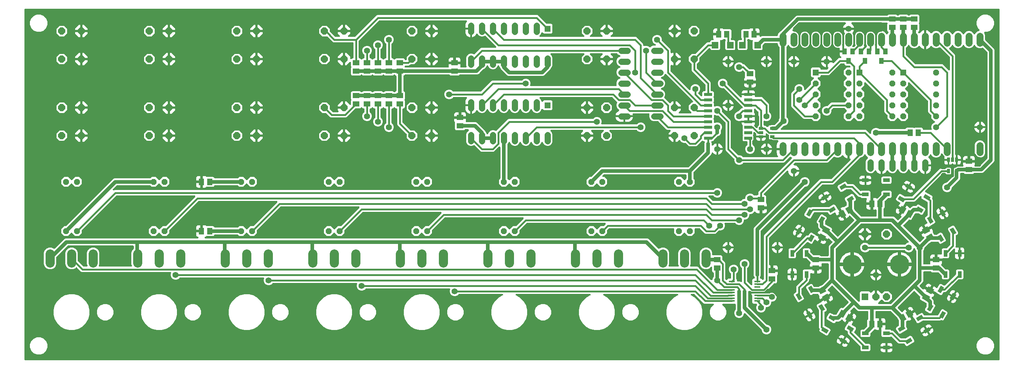
<source format=gbr>
G04 EAGLE Gerber RS-274X export*
G75*
%MOMM*%
%FSLAX34Y34*%
%LPD*%
%INTop Copper*%
%IPPOS*%
%AMOC8*
5,1,8,0,0,1.08239X$1,22.5*%
G01*
%ADD10R,1.300000X1.500000*%
%ADD11R,1.500000X1.500000*%
%ADD12P,1.539592X8X22.500000*%
%ADD13P,1.539592X8X202.500000*%
%ADD14R,1.422400X1.422400*%
%ADD15R,1.500000X1.300000*%
%ADD16C,2.100000*%
%ADD17P,1.759533X8X292.500000*%
%ADD18P,1.759533X8X112.500000*%
%ADD19R,1.609600X1.609600*%
%ADD20P,1.742215X8X22.500000*%
%ADD21C,4.500000*%
%ADD22R,1.000000X1.400000*%
%ADD23C,1.422400*%
%ADD24R,0.690000X0.990000*%
%ADD25R,1.850000X0.650000*%
%ADD26R,1.475000X0.450000*%
%ADD27C,1.609600*%
%ADD28R,0.990000X0.690000*%
%ADD29R,0.900000X1.500000*%
%ADD30R,1.500000X0.900000*%
%ADD31C,0.406400*%
%ADD32C,1.400000*%
%ADD33C,0.812800*%

G36*
X2266460Y4829D02*
X2266460Y4829D01*
X2266478Y4827D01*
X2266660Y4848D01*
X2266843Y4867D01*
X2266860Y4872D01*
X2266877Y4874D01*
X2267052Y4931D01*
X2267228Y4985D01*
X2267243Y4993D01*
X2267260Y4999D01*
X2267420Y5089D01*
X2267582Y5177D01*
X2267595Y5188D01*
X2267611Y5197D01*
X2267750Y5317D01*
X2267891Y5434D01*
X2267902Y5448D01*
X2267916Y5460D01*
X2268028Y5605D01*
X2268143Y5748D01*
X2268151Y5764D01*
X2268162Y5778D01*
X2268244Y5943D01*
X2268329Y6105D01*
X2268334Y6122D01*
X2268342Y6138D01*
X2268389Y6317D01*
X2268440Y6492D01*
X2268442Y6510D01*
X2268446Y6527D01*
X2268473Y6858D01*
X2268473Y818642D01*
X2268471Y818660D01*
X2268473Y818678D01*
X2268452Y818860D01*
X2268433Y819043D01*
X2268428Y819060D01*
X2268426Y819077D01*
X2268369Y819252D01*
X2268315Y819428D01*
X2268307Y819443D01*
X2268301Y819460D01*
X2268211Y819620D01*
X2268123Y819782D01*
X2268112Y819795D01*
X2268103Y819811D01*
X2267983Y819950D01*
X2267866Y820091D01*
X2267852Y820102D01*
X2267840Y820116D01*
X2267695Y820228D01*
X2267552Y820343D01*
X2267536Y820351D01*
X2267522Y820362D01*
X2267357Y820444D01*
X2267195Y820529D01*
X2267178Y820534D01*
X2267162Y820542D01*
X2266983Y820589D01*
X2266808Y820640D01*
X2266790Y820642D01*
X2266773Y820646D01*
X2266442Y820673D01*
X6858Y820673D01*
X6840Y820671D01*
X6822Y820673D01*
X6640Y820652D01*
X6457Y820633D01*
X6440Y820628D01*
X6423Y820626D01*
X6248Y820569D01*
X6072Y820515D01*
X6057Y820507D01*
X6040Y820501D01*
X5880Y820411D01*
X5718Y820323D01*
X5705Y820312D01*
X5689Y820303D01*
X5550Y820183D01*
X5409Y820066D01*
X5398Y820052D01*
X5384Y820040D01*
X5272Y819895D01*
X5157Y819752D01*
X5149Y819736D01*
X5138Y819722D01*
X5056Y819557D01*
X4971Y819395D01*
X4966Y819378D01*
X4958Y819362D01*
X4911Y819183D01*
X4860Y819008D01*
X4858Y818990D01*
X4854Y818973D01*
X4827Y818642D01*
X4827Y6858D01*
X4829Y6840D01*
X4827Y6822D01*
X4848Y6640D01*
X4867Y6457D01*
X4872Y6440D01*
X4874Y6423D01*
X4931Y6248D01*
X4985Y6072D01*
X4993Y6057D01*
X4999Y6040D01*
X5089Y5880D01*
X5177Y5718D01*
X5188Y5705D01*
X5197Y5689D01*
X5317Y5550D01*
X5434Y5409D01*
X5448Y5398D01*
X5460Y5384D01*
X5605Y5272D01*
X5748Y5157D01*
X5764Y5149D01*
X5778Y5138D01*
X5943Y5056D01*
X6105Y4971D01*
X6122Y4966D01*
X6138Y4958D01*
X6317Y4911D01*
X6492Y4860D01*
X6510Y4858D01*
X6527Y4854D01*
X6858Y4827D01*
X2266442Y4827D01*
X2266460Y4829D01*
G37*
%LPC*%
G36*
X1714300Y525931D02*
X1714300Y525931D01*
X1703253Y525931D01*
X1703253Y527950D01*
X1703288Y528123D01*
X1703288Y528124D01*
X1703488Y529128D01*
X1703621Y529449D01*
X1703627Y529471D01*
X1703637Y529491D01*
X1703685Y529663D01*
X1703737Y529835D01*
X1703739Y529857D01*
X1703745Y529878D01*
X1703758Y530058D01*
X1703775Y530236D01*
X1703773Y530258D01*
X1703774Y530280D01*
X1703752Y530457D01*
X1703733Y530636D01*
X1703727Y530657D01*
X1703724Y530679D01*
X1703667Y530849D01*
X1703614Y531020D01*
X1703603Y531040D01*
X1703596Y531061D01*
X1703506Y531216D01*
X1703420Y531374D01*
X1703406Y531391D01*
X1703395Y531410D01*
X1703180Y531663D01*
X1700308Y534535D01*
X1700301Y534541D01*
X1700296Y534547D01*
X1700146Y534668D01*
X1699997Y534790D01*
X1699989Y534794D01*
X1699982Y534800D01*
X1699811Y534889D01*
X1699641Y534979D01*
X1699633Y534981D01*
X1699625Y534985D01*
X1699439Y535039D01*
X1699255Y535093D01*
X1699246Y535094D01*
X1699238Y535097D01*
X1699046Y535112D01*
X1698854Y535130D01*
X1698845Y535129D01*
X1698836Y535130D01*
X1698647Y535107D01*
X1698454Y535086D01*
X1698445Y535084D01*
X1698437Y535083D01*
X1698255Y535023D01*
X1698070Y534965D01*
X1698062Y534961D01*
X1698054Y534958D01*
X1697885Y534863D01*
X1697718Y534770D01*
X1697711Y534764D01*
X1697703Y534760D01*
X1697557Y534634D01*
X1697411Y534510D01*
X1697405Y534503D01*
X1697398Y534497D01*
X1697281Y534345D01*
X1697161Y534194D01*
X1697157Y534186D01*
X1697152Y534179D01*
X1697066Y534007D01*
X1696979Y533835D01*
X1696976Y533826D01*
X1696972Y533818D01*
X1696922Y533632D01*
X1696871Y533447D01*
X1696870Y533438D01*
X1696868Y533429D01*
X1696841Y533099D01*
X1696841Y529098D01*
X1696229Y528486D01*
X1696218Y528472D01*
X1696205Y528461D01*
X1696091Y528317D01*
X1695974Y528175D01*
X1695966Y528159D01*
X1695955Y528145D01*
X1695872Y527981D01*
X1695786Y527819D01*
X1695781Y527802D01*
X1695773Y527786D01*
X1695723Y527609D01*
X1695671Y527433D01*
X1695669Y527415D01*
X1695665Y527398D01*
X1695651Y527215D01*
X1695635Y527032D01*
X1695637Y527014D01*
X1695635Y526997D01*
X1695658Y526815D01*
X1695678Y526632D01*
X1695683Y526615D01*
X1695686Y526597D01*
X1695744Y526423D01*
X1695799Y526248D01*
X1695808Y526232D01*
X1695814Y526216D01*
X1695905Y526057D01*
X1695994Y525896D01*
X1696006Y525882D01*
X1696015Y525867D01*
X1696229Y525614D01*
X1696841Y525002D01*
X1696841Y516398D01*
X1695314Y514870D01*
X1695303Y514869D01*
X1695286Y514864D01*
X1695269Y514862D01*
X1695094Y514805D01*
X1694918Y514751D01*
X1694903Y514743D01*
X1694886Y514737D01*
X1694726Y514647D01*
X1694564Y514559D01*
X1694551Y514548D01*
X1694535Y514539D01*
X1694396Y514419D01*
X1694255Y514302D01*
X1694244Y514288D01*
X1694230Y514276D01*
X1694118Y514131D01*
X1694003Y513988D01*
X1693995Y513972D01*
X1693984Y513958D01*
X1693902Y513793D01*
X1693817Y513631D01*
X1693812Y513614D01*
X1693804Y513598D01*
X1693757Y513419D01*
X1693706Y513244D01*
X1693704Y513226D01*
X1693700Y513209D01*
X1693673Y512878D01*
X1693673Y508000D01*
X1693675Y507982D01*
X1693673Y507964D01*
X1693695Y507781D01*
X1693713Y507599D01*
X1693718Y507582D01*
X1693720Y507565D01*
X1693777Y507390D01*
X1693831Y507214D01*
X1693839Y507199D01*
X1693845Y507182D01*
X1693935Y507022D01*
X1694023Y506860D01*
X1694034Y506847D01*
X1694043Y506831D01*
X1694163Y506692D01*
X1694280Y506551D01*
X1694294Y506540D01*
X1694306Y506527D01*
X1694451Y506414D01*
X1694594Y506299D01*
X1694610Y506291D01*
X1694624Y506280D01*
X1694789Y506198D01*
X1694951Y506113D01*
X1694968Y506108D01*
X1694984Y506100D01*
X1695163Y506053D01*
X1695197Y506043D01*
X1695197Y505693D01*
X1695199Y505666D01*
X1695197Y505639D01*
X1695219Y505465D01*
X1695237Y505292D01*
X1695244Y505266D01*
X1695248Y505240D01*
X1695304Y505074D01*
X1695355Y504907D01*
X1695368Y504883D01*
X1695376Y504858D01*
X1695463Y504706D01*
X1695547Y504553D01*
X1695564Y504533D01*
X1695577Y504509D01*
X1695792Y504256D01*
X1698480Y501568D01*
X1700165Y497501D01*
X1700165Y493099D01*
X1698480Y489032D01*
X1695368Y485920D01*
X1691301Y484235D01*
X1686899Y484235D01*
X1682832Y485920D01*
X1679720Y489032D01*
X1678035Y493099D01*
X1678035Y497501D01*
X1679720Y501568D01*
X1682408Y504256D01*
X1682425Y504277D01*
X1682446Y504294D01*
X1682553Y504432D01*
X1682663Y504568D01*
X1682676Y504591D01*
X1682692Y504613D01*
X1682770Y504769D01*
X1682852Y504923D01*
X1682860Y504949D01*
X1682872Y504973D01*
X1682917Y505142D01*
X1682967Y505309D01*
X1682969Y505336D01*
X1682976Y505362D01*
X1683003Y505693D01*
X1683003Y511354D01*
X1683001Y511372D01*
X1683003Y511390D01*
X1682982Y511572D01*
X1682963Y511755D01*
X1682958Y511772D01*
X1682956Y511789D01*
X1682899Y511964D01*
X1682845Y512140D01*
X1682837Y512155D01*
X1682831Y512172D01*
X1682741Y512332D01*
X1682653Y512494D01*
X1682642Y512507D01*
X1682633Y512523D01*
X1682513Y512662D01*
X1682396Y512803D01*
X1682382Y512814D01*
X1682370Y512828D01*
X1682225Y512940D01*
X1682082Y513055D01*
X1682066Y513063D01*
X1682052Y513074D01*
X1681887Y513156D01*
X1681725Y513241D01*
X1681708Y513246D01*
X1681692Y513254D01*
X1681513Y513301D01*
X1681338Y513352D01*
X1681320Y513354D01*
X1681303Y513358D01*
X1680972Y513385D01*
X1674991Y513385D01*
X1673498Y514004D01*
X1672354Y515148D01*
X1671735Y516641D01*
X1671735Y524759D01*
X1672362Y526273D01*
X1672370Y526298D01*
X1672382Y526322D01*
X1672428Y526491D01*
X1672479Y526658D01*
X1672481Y526685D01*
X1672489Y526711D01*
X1672501Y526885D01*
X1672517Y527059D01*
X1672514Y527085D01*
X1672516Y527112D01*
X1672493Y527286D01*
X1672475Y527459D01*
X1672467Y527485D01*
X1672464Y527511D01*
X1672362Y527827D01*
X1671735Y529341D01*
X1671735Y537459D01*
X1672362Y538973D01*
X1672370Y538998D01*
X1672382Y539022D01*
X1672428Y539191D01*
X1672479Y539358D01*
X1672481Y539385D01*
X1672489Y539411D01*
X1672501Y539586D01*
X1672517Y539759D01*
X1672514Y539785D01*
X1672516Y539812D01*
X1672493Y539986D01*
X1672475Y540159D01*
X1672467Y540185D01*
X1672464Y540211D01*
X1672362Y540527D01*
X1671735Y542041D01*
X1671735Y550151D01*
X1671733Y550178D01*
X1671735Y550205D01*
X1671713Y550378D01*
X1671695Y550552D01*
X1671688Y550577D01*
X1671684Y550604D01*
X1671629Y550770D01*
X1671577Y550937D01*
X1671564Y550960D01*
X1671556Y550986D01*
X1671469Y551137D01*
X1671385Y551291D01*
X1671368Y551311D01*
X1671355Y551335D01*
X1671140Y551588D01*
X1671064Y551664D01*
X1670397Y552662D01*
X1669938Y553772D01*
X1669703Y554949D01*
X1669703Y556769D01*
X1685050Y556769D01*
X1700397Y556769D01*
X1700397Y554949D01*
X1700162Y553772D01*
X1699703Y552662D01*
X1699036Y551664D01*
X1699011Y551639D01*
X1698999Y551625D01*
X1698986Y551613D01*
X1698872Y551469D01*
X1698756Y551327D01*
X1698747Y551311D01*
X1698736Y551297D01*
X1698653Y551134D01*
X1698567Y550972D01*
X1698562Y550954D01*
X1698554Y550938D01*
X1698505Y550762D01*
X1698452Y550586D01*
X1698451Y550568D01*
X1698446Y550551D01*
X1698432Y550368D01*
X1698416Y550185D01*
X1698418Y550167D01*
X1698416Y550149D01*
X1698439Y549967D01*
X1698459Y549785D01*
X1698465Y549767D01*
X1698467Y549750D01*
X1698525Y549576D01*
X1698581Y549401D01*
X1698589Y549385D01*
X1698595Y549368D01*
X1698686Y549209D01*
X1698775Y549048D01*
X1698787Y549035D01*
X1698796Y549019D01*
X1699011Y548766D01*
X1699372Y548404D01*
X1703342Y544435D01*
X1703349Y544429D01*
X1703354Y544423D01*
X1703504Y544302D01*
X1703653Y544180D01*
X1703661Y544176D01*
X1703668Y544170D01*
X1703838Y544082D01*
X1704009Y543991D01*
X1704018Y543989D01*
X1704025Y543985D01*
X1704210Y543932D01*
X1704395Y543877D01*
X1704404Y543876D01*
X1704412Y543873D01*
X1704603Y543858D01*
X1704796Y543840D01*
X1704805Y543841D01*
X1704814Y543840D01*
X1705003Y543863D01*
X1705196Y543884D01*
X1705205Y543886D01*
X1705213Y543887D01*
X1705395Y543947D01*
X1705580Y544005D01*
X1705588Y544009D01*
X1705596Y544012D01*
X1705765Y544107D01*
X1705932Y544200D01*
X1705939Y544206D01*
X1705947Y544210D01*
X1706093Y544336D01*
X1706239Y544460D01*
X1706245Y544467D01*
X1706252Y544473D01*
X1706369Y544625D01*
X1706489Y544776D01*
X1706493Y544784D01*
X1706498Y544791D01*
X1706584Y544963D01*
X1706671Y545135D01*
X1706674Y545144D01*
X1706678Y545152D01*
X1706728Y545338D01*
X1706779Y545523D01*
X1706780Y545532D01*
X1706782Y545541D01*
X1706809Y545871D01*
X1706809Y547402D01*
X1708444Y549037D01*
X1708482Y549049D01*
X1708497Y549057D01*
X1708514Y549063D01*
X1708674Y549153D01*
X1708836Y549241D01*
X1708849Y549252D01*
X1708865Y549261D01*
X1709004Y549381D01*
X1709145Y549498D01*
X1709156Y549512D01*
X1709170Y549524D01*
X1709282Y549669D01*
X1709397Y549812D01*
X1709405Y549828D01*
X1709416Y549842D01*
X1709498Y550007D01*
X1709583Y550169D01*
X1709588Y550186D01*
X1709596Y550202D01*
X1709643Y550381D01*
X1709694Y550556D01*
X1709696Y550574D01*
X1709700Y550591D01*
X1709727Y550922D01*
X1709727Y571500D01*
X1709725Y571518D01*
X1709727Y571536D01*
X1709706Y571718D01*
X1709687Y571901D01*
X1709682Y571918D01*
X1709680Y571935D01*
X1709623Y572110D01*
X1709569Y572286D01*
X1709561Y572301D01*
X1709555Y572318D01*
X1709465Y572478D01*
X1709377Y572640D01*
X1709366Y572653D01*
X1709357Y572669D01*
X1709237Y572808D01*
X1709120Y572949D01*
X1709106Y572960D01*
X1709094Y572974D01*
X1708949Y573086D01*
X1708806Y573201D01*
X1708790Y573209D01*
X1708776Y573220D01*
X1708611Y573302D01*
X1708449Y573387D01*
X1708432Y573392D01*
X1708416Y573400D01*
X1708237Y573447D01*
X1708203Y573457D01*
X1708203Y581033D01*
X1708201Y581060D01*
X1708203Y581087D01*
X1708181Y581260D01*
X1708163Y581434D01*
X1708156Y581459D01*
X1708152Y581486D01*
X1708097Y581652D01*
X1708045Y581819D01*
X1708032Y581842D01*
X1708024Y581868D01*
X1707937Y582019D01*
X1707853Y582173D01*
X1707836Y582193D01*
X1707823Y582217D01*
X1707608Y582470D01*
X1701832Y588246D01*
X1701825Y588251D01*
X1701820Y588258D01*
X1701670Y588378D01*
X1701521Y588501D01*
X1701513Y588505D01*
X1701506Y588510D01*
X1701336Y588598D01*
X1701165Y588689D01*
X1701156Y588692D01*
X1701149Y588696D01*
X1700964Y588749D01*
X1700779Y588804D01*
X1700770Y588805D01*
X1700762Y588807D01*
X1700570Y588823D01*
X1700378Y588841D01*
X1700369Y588840D01*
X1700360Y588840D01*
X1700171Y588818D01*
X1699978Y588797D01*
X1699969Y588794D01*
X1699961Y588793D01*
X1699779Y588734D01*
X1699594Y588676D01*
X1699586Y588671D01*
X1699578Y588669D01*
X1699409Y588573D01*
X1699242Y588481D01*
X1699235Y588475D01*
X1699227Y588471D01*
X1699081Y588345D01*
X1698935Y588220D01*
X1698929Y588213D01*
X1698922Y588207D01*
X1698805Y588056D01*
X1698685Y587904D01*
X1698681Y587896D01*
X1698676Y587889D01*
X1698590Y587717D01*
X1698503Y587545D01*
X1698500Y587537D01*
X1698496Y587529D01*
X1698446Y587342D01*
X1698395Y587158D01*
X1698394Y587149D01*
X1698392Y587140D01*
X1698365Y586809D01*
X1698365Y580149D01*
X1698367Y580122D01*
X1698365Y580095D01*
X1698387Y579922D01*
X1698405Y579748D01*
X1698412Y579723D01*
X1698416Y579696D01*
X1698471Y579530D01*
X1698523Y579363D01*
X1698536Y579340D01*
X1698544Y579314D01*
X1698631Y579163D01*
X1698715Y579009D01*
X1698732Y578989D01*
X1698745Y578965D01*
X1698960Y578712D01*
X1699036Y578636D01*
X1699703Y577638D01*
X1700162Y576528D01*
X1700397Y575351D01*
X1700397Y573531D01*
X1685050Y573531D01*
X1685033Y573530D01*
X1685015Y573531D01*
X1684832Y573510D01*
X1684650Y573491D01*
X1684633Y573486D01*
X1684615Y573484D01*
X1684440Y573427D01*
X1684265Y573373D01*
X1684249Y573365D01*
X1684232Y573359D01*
X1684072Y573269D01*
X1683911Y573182D01*
X1683897Y573170D01*
X1683882Y573161D01*
X1683742Y573041D01*
X1683602Y572924D01*
X1683601Y572924D01*
X1683601Y572923D01*
X1683590Y572910D01*
X1683577Y572898D01*
X1683576Y572898D01*
X1683464Y572753D01*
X1683349Y572610D01*
X1683340Y572594D01*
X1683330Y572580D01*
X1683248Y572415D01*
X1683163Y572252D01*
X1683158Y572235D01*
X1683150Y572219D01*
X1683102Y572041D01*
X1683052Y571865D01*
X1683050Y571848D01*
X1683046Y571830D01*
X1683019Y571500D01*
X1683019Y560831D01*
X1668474Y560831D01*
X1668425Y560857D01*
X1668412Y560861D01*
X1668400Y560867D01*
X1668218Y560917D01*
X1668038Y560968D01*
X1668024Y560969D01*
X1668011Y560973D01*
X1667825Y560986D01*
X1667636Y561001D01*
X1667623Y561000D01*
X1667610Y561001D01*
X1667424Y560976D01*
X1667237Y560954D01*
X1667224Y560950D01*
X1667211Y560948D01*
X1666895Y560847D01*
X1665901Y560435D01*
X1661499Y560435D01*
X1657432Y562120D01*
X1654320Y565232D01*
X1652635Y569299D01*
X1652635Y573701D01*
X1654320Y577768D01*
X1657432Y580880D01*
X1659797Y581860D01*
X1661578Y582597D01*
X1661652Y582605D01*
X1661677Y582612D01*
X1661704Y582616D01*
X1661870Y582671D01*
X1662037Y582723D01*
X1662060Y582736D01*
X1662086Y582744D01*
X1662237Y582831D01*
X1662391Y582915D01*
X1662411Y582932D01*
X1662435Y582945D01*
X1662688Y583160D01*
X1668896Y589369D01*
X1670384Y589985D01*
X1670622Y590083D01*
X1670634Y590090D01*
X1670647Y590094D01*
X1670812Y590185D01*
X1670977Y590274D01*
X1670988Y590282D01*
X1670999Y590289D01*
X1671143Y590410D01*
X1671288Y590530D01*
X1671296Y590540D01*
X1671306Y590549D01*
X1671423Y590697D01*
X1671541Y590843D01*
X1671548Y590855D01*
X1671556Y590865D01*
X1671641Y591033D01*
X1671729Y591199D01*
X1671732Y591212D01*
X1671738Y591224D01*
X1671789Y591405D01*
X1671842Y591586D01*
X1671843Y591599D01*
X1671846Y591612D01*
X1671860Y591800D01*
X1671876Y591987D01*
X1671875Y592000D01*
X1671876Y592013D01*
X1671852Y592201D01*
X1671831Y592387D01*
X1671827Y592400D01*
X1671825Y592413D01*
X1671766Y592590D01*
X1671708Y592770D01*
X1671701Y592782D01*
X1671697Y592795D01*
X1671603Y592957D01*
X1671512Y593122D01*
X1671503Y593132D01*
X1671496Y593143D01*
X1671281Y593396D01*
X1670946Y593732D01*
X1628638Y636040D01*
X1628617Y636057D01*
X1628599Y636078D01*
X1628461Y636185D01*
X1628326Y636295D01*
X1628302Y636308D01*
X1628281Y636324D01*
X1628124Y636402D01*
X1627970Y636484D01*
X1627945Y636492D01*
X1627921Y636504D01*
X1627751Y636549D01*
X1627584Y636599D01*
X1627558Y636601D01*
X1627532Y636608D01*
X1627201Y636635D01*
X1623399Y636635D01*
X1619332Y638320D01*
X1616220Y641432D01*
X1614535Y645499D01*
X1614535Y649901D01*
X1616220Y653968D01*
X1619332Y657080D01*
X1623399Y658765D01*
X1627801Y658765D01*
X1631868Y657080D01*
X1634980Y653968D01*
X1636665Y649901D01*
X1636665Y646099D01*
X1636667Y646072D01*
X1636665Y646045D01*
X1636687Y645871D01*
X1636705Y645698D01*
X1636712Y645673D01*
X1636716Y645646D01*
X1636771Y645480D01*
X1636823Y645313D01*
X1636836Y645290D01*
X1636844Y645264D01*
X1636931Y645113D01*
X1637015Y644959D01*
X1637032Y644939D01*
X1637045Y644915D01*
X1637260Y644662D01*
X1666515Y615407D01*
X1666521Y615402D01*
X1666525Y615397D01*
X1666676Y615275D01*
X1666827Y615152D01*
X1666833Y615148D01*
X1666838Y615144D01*
X1667012Y615053D01*
X1667183Y614963D01*
X1667189Y614961D01*
X1667195Y614958D01*
X1667384Y614903D01*
X1667569Y614848D01*
X1667575Y614848D01*
X1667582Y614846D01*
X1667774Y614829D01*
X1667970Y614812D01*
X1667976Y614812D01*
X1667983Y614812D01*
X1668172Y614834D01*
X1668370Y614855D01*
X1668376Y614857D01*
X1668383Y614858D01*
X1668566Y614917D01*
X1668754Y614977D01*
X1668760Y614980D01*
X1668766Y614982D01*
X1668938Y615078D01*
X1669106Y615171D01*
X1669111Y615176D01*
X1669117Y615179D01*
X1669266Y615307D01*
X1669413Y615432D01*
X1669417Y615437D01*
X1669422Y615442D01*
X1669542Y615595D01*
X1669663Y615748D01*
X1669666Y615754D01*
X1669670Y615759D01*
X1669757Y615933D01*
X1669845Y616107D01*
X1669847Y616113D01*
X1669850Y616119D01*
X1669900Y616304D01*
X1669953Y616495D01*
X1669953Y616501D01*
X1669955Y616508D01*
X1669968Y616698D01*
X1669982Y616896D01*
X1669982Y616903D01*
X1669982Y616910D01*
X1669944Y617239D01*
X1669703Y618450D01*
X1669703Y620269D01*
X1685050Y620269D01*
X1700397Y620269D01*
X1700397Y618449D01*
X1700332Y618124D01*
X1700331Y618109D01*
X1700326Y618094D01*
X1700311Y617908D01*
X1700293Y617724D01*
X1700295Y617708D01*
X1700293Y617692D01*
X1700315Y617508D01*
X1700334Y617323D01*
X1700338Y617308D01*
X1700340Y617293D01*
X1700398Y617116D01*
X1700453Y616938D01*
X1700460Y616925D01*
X1700465Y616910D01*
X1700557Y616747D01*
X1700645Y616585D01*
X1700655Y616573D01*
X1700663Y616559D01*
X1700784Y616419D01*
X1700904Y616276D01*
X1700916Y616266D01*
X1700926Y616254D01*
X1701072Y616141D01*
X1701218Y616024D01*
X1701232Y616017D01*
X1701244Y616008D01*
X1701411Y615925D01*
X1701576Y615840D01*
X1701591Y615835D01*
X1701605Y615828D01*
X1701786Y615780D01*
X1701963Y615729D01*
X1701978Y615728D01*
X1701994Y615724D01*
X1702324Y615697D01*
X1715713Y615697D01*
X1717954Y614769D01*
X1732369Y600354D01*
X1733297Y598113D01*
X1733297Y581893D01*
X1733299Y581866D01*
X1733297Y581839D01*
X1733319Y581665D01*
X1733337Y581492D01*
X1733344Y581466D01*
X1733348Y581440D01*
X1733403Y581274D01*
X1733455Y581107D01*
X1733468Y581083D01*
X1733476Y581058D01*
X1733563Y580906D01*
X1733647Y580753D01*
X1733664Y580733D01*
X1733677Y580709D01*
X1733892Y580456D01*
X1736580Y577768D01*
X1738265Y573701D01*
X1738265Y569299D01*
X1736580Y565232D01*
X1733468Y562120D01*
X1731323Y561231D01*
X1731322Y561231D01*
X1729401Y560435D01*
X1724999Y560435D01*
X1723205Y561178D01*
X1723192Y561182D01*
X1723181Y561188D01*
X1723000Y561240D01*
X1722820Y561295D01*
X1722807Y561296D01*
X1722794Y561300D01*
X1722605Y561315D01*
X1722419Y561333D01*
X1722406Y561332D01*
X1722392Y561333D01*
X1722206Y561311D01*
X1722019Y561291D01*
X1722006Y561287D01*
X1721993Y561286D01*
X1721815Y561228D01*
X1721634Y561171D01*
X1721623Y561165D01*
X1721610Y561161D01*
X1721446Y561068D01*
X1721281Y560978D01*
X1721271Y560970D01*
X1721259Y560963D01*
X1721117Y560840D01*
X1720973Y560719D01*
X1720965Y560709D01*
X1720954Y560700D01*
X1720840Y560552D01*
X1720722Y560404D01*
X1720716Y560392D01*
X1720708Y560382D01*
X1720624Y560213D01*
X1720538Y560046D01*
X1720534Y560033D01*
X1720528Y560021D01*
X1720479Y559838D01*
X1720428Y559659D01*
X1720427Y559645D01*
X1720424Y559632D01*
X1720397Y559302D01*
X1720397Y551632D01*
X1720399Y551610D01*
X1720397Y551588D01*
X1720419Y551409D01*
X1720437Y551231D01*
X1720443Y551210D01*
X1720446Y551188D01*
X1720502Y551018D01*
X1720555Y550846D01*
X1720565Y550827D01*
X1720572Y550806D01*
X1720661Y550650D01*
X1720747Y550492D01*
X1720761Y550475D01*
X1720772Y550456D01*
X1720890Y550320D01*
X1721004Y550183D01*
X1721022Y550169D01*
X1721036Y550152D01*
X1721179Y550043D01*
X1721318Y549931D01*
X1721338Y549920D01*
X1721355Y549907D01*
X1721532Y549816D01*
X1721757Y549592D01*
X1721777Y549575D01*
X1721795Y549554D01*
X1721933Y549447D01*
X1722068Y549337D01*
X1722092Y549324D01*
X1722113Y549308D01*
X1722270Y549230D01*
X1722424Y549148D01*
X1722449Y549140D01*
X1722474Y549128D01*
X1722643Y549083D01*
X1722810Y549033D01*
X1722836Y549031D01*
X1722862Y549024D01*
X1723193Y548997D01*
X1724403Y548997D01*
X1726644Y548069D01*
X1727972Y546740D01*
X1727982Y546732D01*
X1727991Y546721D01*
X1728138Y546604D01*
X1728283Y546485D01*
X1728295Y546479D01*
X1728306Y546470D01*
X1728474Y546384D01*
X1728639Y546296D01*
X1728652Y546293D01*
X1728664Y546286D01*
X1728844Y546235D01*
X1729025Y546182D01*
X1729039Y546180D01*
X1729051Y546177D01*
X1729237Y546162D01*
X1729426Y546145D01*
X1729440Y546147D01*
X1729453Y546146D01*
X1729637Y546168D01*
X1729826Y546189D01*
X1729839Y546193D01*
X1729852Y546194D01*
X1730030Y546253D01*
X1730210Y546310D01*
X1730222Y546317D01*
X1730235Y546321D01*
X1730399Y546414D01*
X1730563Y546505D01*
X1730573Y546514D01*
X1730584Y546520D01*
X1730727Y546645D01*
X1730870Y546765D01*
X1730878Y546776D01*
X1730888Y546785D01*
X1731002Y546934D01*
X1731119Y547081D01*
X1731125Y547093D01*
X1731133Y547104D01*
X1731285Y547399D01*
X1731804Y548652D01*
X1732948Y549796D01*
X1734441Y550415D01*
X1736697Y550415D01*
X1736728Y550418D01*
X1736759Y550416D01*
X1736928Y550438D01*
X1737097Y550455D01*
X1737127Y550464D01*
X1737158Y550468D01*
X1737474Y550569D01*
X1738583Y551029D01*
X1745192Y551029D01*
X1745218Y551031D01*
X1745245Y551029D01*
X1745419Y551051D01*
X1745592Y551069D01*
X1745618Y551076D01*
X1745644Y551080D01*
X1745810Y551135D01*
X1745977Y551187D01*
X1746001Y551200D01*
X1746026Y551208D01*
X1746178Y551295D01*
X1746331Y551379D01*
X1746352Y551396D01*
X1746375Y551409D01*
X1746628Y551624D01*
X1755114Y560110D01*
X1755131Y560130D01*
X1755151Y560148D01*
X1755258Y560286D01*
X1755369Y560421D01*
X1755381Y560445D01*
X1755398Y560466D01*
X1755476Y560623D01*
X1755557Y560777D01*
X1755565Y560802D01*
X1755577Y560826D01*
X1755623Y560996D01*
X1755672Y561163D01*
X1755675Y561189D01*
X1755682Y561215D01*
X1755709Y561546D01*
X1755709Y562474D01*
X1757017Y565632D01*
X1757026Y565662D01*
X1757040Y565690D01*
X1757084Y565855D01*
X1757133Y566017D01*
X1757136Y566048D01*
X1757144Y566079D01*
X1757171Y566409D01*
X1757171Y731409D01*
X1757169Y731436D01*
X1757171Y731463D01*
X1757149Y731637D01*
X1757131Y731810D01*
X1757124Y731835D01*
X1757120Y731862D01*
X1757065Y732028D01*
X1757013Y732195D01*
X1757000Y732218D01*
X1756992Y732244D01*
X1756905Y732395D01*
X1756821Y732549D01*
X1756804Y732569D01*
X1756791Y732593D01*
X1756576Y732846D01*
X1755031Y734391D01*
X1753187Y738843D01*
X1753187Y739140D01*
X1753185Y739158D01*
X1753187Y739176D01*
X1753166Y739358D01*
X1753147Y739541D01*
X1753142Y739558D01*
X1753140Y739575D01*
X1753083Y739750D01*
X1753029Y739926D01*
X1753021Y739941D01*
X1753015Y739958D01*
X1752925Y740118D01*
X1752837Y740280D01*
X1752826Y740293D01*
X1752817Y740309D01*
X1752697Y740448D01*
X1752580Y740589D01*
X1752566Y740600D01*
X1752554Y740614D01*
X1752409Y740726D01*
X1752266Y740841D01*
X1752250Y740849D01*
X1752236Y740860D01*
X1752071Y740942D01*
X1751909Y741027D01*
X1751892Y741032D01*
X1751876Y741040D01*
X1751697Y741087D01*
X1751522Y741138D01*
X1751504Y741140D01*
X1751487Y741144D01*
X1751156Y741171D01*
X1723508Y741171D01*
X1723482Y741169D01*
X1723455Y741171D01*
X1723281Y741149D01*
X1723108Y741131D01*
X1723082Y741124D01*
X1723056Y741120D01*
X1722890Y741065D01*
X1722723Y741013D01*
X1722699Y741000D01*
X1722674Y740992D01*
X1722522Y740905D01*
X1722369Y740821D01*
X1722348Y740804D01*
X1722325Y740791D01*
X1722072Y740576D01*
X1718760Y737264D01*
X1718743Y737243D01*
X1718722Y737226D01*
X1718615Y737088D01*
X1718505Y736952D01*
X1718492Y736929D01*
X1718476Y736908D01*
X1718398Y736751D01*
X1718316Y736597D01*
X1718308Y736571D01*
X1718296Y736547D01*
X1718251Y736378D01*
X1718201Y736211D01*
X1718199Y736184D01*
X1718192Y736158D01*
X1718165Y735828D01*
X1718165Y728291D01*
X1717546Y726798D01*
X1716402Y725654D01*
X1714909Y725035D01*
X1698291Y725035D01*
X1696798Y725654D01*
X1695654Y726798D01*
X1695035Y728291D01*
X1695035Y744909D01*
X1695319Y745595D01*
X1695323Y745608D01*
X1695330Y745619D01*
X1695381Y745799D01*
X1695436Y745980D01*
X1695437Y745993D01*
X1695441Y746006D01*
X1695456Y746194D01*
X1695474Y746381D01*
X1695473Y746394D01*
X1695474Y746408D01*
X1695452Y746594D01*
X1695432Y746781D01*
X1695428Y746794D01*
X1695427Y746807D01*
X1695369Y746986D01*
X1695313Y747166D01*
X1695306Y747177D01*
X1695302Y747190D01*
X1695209Y747354D01*
X1695119Y747519D01*
X1695111Y747529D01*
X1695104Y747541D01*
X1694982Y747683D01*
X1694860Y747827D01*
X1694850Y747835D01*
X1694841Y747846D01*
X1694693Y747960D01*
X1694545Y748078D01*
X1694533Y748084D01*
X1694523Y748092D01*
X1694355Y748176D01*
X1694187Y748262D01*
X1694174Y748266D01*
X1694162Y748272D01*
X1693980Y748321D01*
X1693800Y748372D01*
X1693787Y748373D01*
X1693774Y748376D01*
X1693443Y748403D01*
X1691499Y748403D01*
X1690322Y748638D01*
X1689212Y749097D01*
X1688214Y749764D01*
X1688138Y749840D01*
X1688117Y749857D01*
X1688099Y749878D01*
X1687961Y749985D01*
X1687826Y750095D01*
X1687802Y750108D01*
X1687781Y750124D01*
X1687624Y750202D01*
X1687470Y750284D01*
X1687445Y750292D01*
X1687421Y750304D01*
X1687251Y750349D01*
X1687084Y750399D01*
X1687058Y750401D01*
X1687032Y750408D01*
X1686701Y750435D01*
X1684528Y750435D01*
X1684510Y750433D01*
X1684492Y750435D01*
X1684310Y750414D01*
X1684127Y750395D01*
X1684110Y750390D01*
X1684093Y750388D01*
X1683918Y750331D01*
X1683742Y750277D01*
X1683727Y750269D01*
X1683710Y750263D01*
X1683550Y750173D01*
X1683388Y750085D01*
X1683375Y750074D01*
X1683359Y750065D01*
X1683220Y749945D01*
X1683079Y749828D01*
X1683068Y749814D01*
X1683054Y749802D01*
X1682942Y749657D01*
X1682827Y749514D01*
X1682819Y749498D01*
X1682808Y749484D01*
X1682726Y749319D01*
X1682641Y749157D01*
X1682636Y749140D01*
X1682628Y749124D01*
X1682580Y748945D01*
X1682530Y748770D01*
X1682528Y748752D01*
X1682524Y748735D01*
X1682497Y748404D01*
X1682497Y746925D01*
X1682500Y746894D01*
X1682498Y746863D01*
X1682520Y746694D01*
X1682537Y746525D01*
X1682546Y746495D01*
X1682550Y746464D01*
X1682651Y746148D01*
X1683165Y744909D01*
X1683165Y728291D01*
X1682546Y726798D01*
X1681402Y725654D01*
X1679909Y725035D01*
X1663291Y725035D01*
X1661798Y725654D01*
X1660654Y726798D01*
X1660035Y728291D01*
X1660035Y744909D01*
X1660654Y746402D01*
X1661798Y747546D01*
X1663291Y748165D01*
X1668272Y748165D01*
X1668290Y748167D01*
X1668308Y748165D01*
X1668490Y748186D01*
X1668673Y748205D01*
X1668690Y748210D01*
X1668707Y748212D01*
X1668882Y748269D01*
X1669058Y748323D01*
X1669073Y748331D01*
X1669090Y748337D01*
X1669250Y748427D01*
X1669412Y748515D01*
X1669425Y748526D01*
X1669441Y748535D01*
X1669580Y748655D01*
X1669721Y748772D01*
X1669732Y748786D01*
X1669746Y748798D01*
X1669858Y748943D01*
X1669973Y749086D01*
X1669981Y749102D01*
X1669992Y749116D01*
X1670074Y749281D01*
X1670159Y749443D01*
X1670164Y749460D01*
X1670172Y749476D01*
X1670219Y749655D01*
X1670270Y749830D01*
X1670272Y749848D01*
X1670276Y749865D01*
X1670303Y750196D01*
X1670303Y750707D01*
X1670301Y750734D01*
X1670303Y750760D01*
X1670281Y750934D01*
X1670263Y751108D01*
X1670256Y751133D01*
X1670252Y751160D01*
X1670197Y751325D01*
X1670145Y751492D01*
X1670132Y751516D01*
X1670124Y751541D01*
X1670037Y751693D01*
X1669953Y751847D01*
X1669936Y751867D01*
X1669923Y751890D01*
X1669708Y752143D01*
X1669654Y752198D01*
X1669035Y753691D01*
X1669035Y770309D01*
X1669654Y771802D01*
X1670798Y772946D01*
X1672291Y773565D01*
X1686701Y773565D01*
X1686728Y773567D01*
X1686755Y773565D01*
X1686928Y773587D01*
X1687102Y773605D01*
X1687127Y773612D01*
X1687154Y773616D01*
X1687320Y773671D01*
X1687487Y773723D01*
X1687510Y773736D01*
X1687536Y773744D01*
X1687687Y773831D01*
X1687841Y773915D01*
X1687861Y773932D01*
X1687885Y773945D01*
X1688138Y774160D01*
X1688214Y774236D01*
X1689212Y774903D01*
X1690322Y775362D01*
X1691499Y775597D01*
X1695351Y775597D01*
X1695351Y763218D01*
X1695352Y763200D01*
X1695351Y763183D01*
X1695372Y763000D01*
X1695391Y762818D01*
X1695396Y762801D01*
X1695398Y762783D01*
X1695455Y762608D01*
X1695509Y762433D01*
X1695517Y762417D01*
X1695523Y762400D01*
X1695613Y762240D01*
X1695700Y762079D01*
X1695712Y762065D01*
X1695721Y762049D01*
X1695841Y761910D01*
X1695958Y761769D01*
X1695972Y761758D01*
X1695984Y761745D01*
X1696129Y761632D01*
X1696272Y761517D01*
X1696288Y761509D01*
X1696302Y761498D01*
X1696467Y761416D01*
X1696629Y761332D01*
X1696646Y761327D01*
X1696662Y761319D01*
X1696841Y761271D01*
X1697016Y761220D01*
X1697034Y761219D01*
X1697051Y761214D01*
X1697382Y761187D01*
X1697787Y761187D01*
X1697787Y760782D01*
X1697789Y760764D01*
X1697787Y760746D01*
X1697809Y760564D01*
X1697827Y760381D01*
X1697832Y760364D01*
X1697834Y760347D01*
X1697891Y760172D01*
X1697945Y759996D01*
X1697953Y759981D01*
X1697959Y759964D01*
X1698049Y759804D01*
X1698137Y759642D01*
X1698148Y759629D01*
X1698157Y759613D01*
X1698277Y759474D01*
X1698395Y759333D01*
X1698408Y759322D01*
X1698420Y759308D01*
X1698565Y759196D01*
X1698708Y759081D01*
X1698724Y759073D01*
X1698738Y759062D01*
X1698903Y758980D01*
X1699066Y758895D01*
X1699083Y758890D01*
X1699099Y758882D01*
X1699277Y758834D01*
X1699452Y758784D01*
X1699470Y758782D01*
X1699487Y758778D01*
X1699818Y758751D01*
X1711197Y758751D01*
X1711197Y757596D01*
X1711198Y757587D01*
X1711197Y757578D01*
X1711218Y757387D01*
X1711237Y757196D01*
X1711239Y757187D01*
X1711240Y757178D01*
X1711298Y756995D01*
X1711355Y756811D01*
X1711359Y756803D01*
X1711362Y756794D01*
X1711455Y756626D01*
X1711547Y756457D01*
X1711552Y756450D01*
X1711557Y756442D01*
X1711681Y756296D01*
X1711804Y756148D01*
X1711811Y756142D01*
X1711817Y756135D01*
X1711968Y756016D01*
X1712118Y755895D01*
X1712126Y755891D01*
X1712133Y755885D01*
X1712306Y755798D01*
X1712475Y755710D01*
X1712484Y755707D01*
X1712492Y755703D01*
X1712677Y755652D01*
X1712862Y755598D01*
X1712871Y755598D01*
X1712880Y755595D01*
X1713072Y755581D01*
X1713264Y755565D01*
X1713272Y755566D01*
X1713281Y755566D01*
X1713474Y755590D01*
X1713663Y755612D01*
X1713672Y755615D01*
X1713681Y755616D01*
X1713864Y755678D01*
X1714046Y755737D01*
X1714054Y755742D01*
X1714063Y755744D01*
X1714229Y755840D01*
X1714397Y755935D01*
X1714404Y755941D01*
X1714411Y755945D01*
X1714664Y756160D01*
X1714696Y756191D01*
X1717683Y757429D01*
X1751156Y757429D01*
X1751174Y757431D01*
X1751192Y757429D01*
X1751374Y757450D01*
X1751557Y757469D01*
X1751574Y757474D01*
X1751591Y757476D01*
X1751766Y757533D01*
X1751942Y757587D01*
X1751957Y757595D01*
X1751974Y757601D01*
X1752134Y757691D01*
X1752296Y757779D01*
X1752309Y757790D01*
X1752325Y757799D01*
X1752464Y757919D01*
X1752605Y758036D01*
X1752616Y758050D01*
X1752630Y758062D01*
X1752742Y758207D01*
X1752857Y758350D01*
X1752865Y758366D01*
X1752876Y758380D01*
X1752958Y758545D01*
X1753043Y758707D01*
X1753048Y758724D01*
X1753056Y758740D01*
X1753103Y758919D01*
X1753154Y759094D01*
X1753156Y759112D01*
X1753160Y759129D01*
X1753187Y759460D01*
X1753187Y759757D01*
X1755031Y764209D01*
X1758439Y767617D01*
X1759742Y768157D01*
X1759770Y768171D01*
X1759799Y768181D01*
X1759947Y768266D01*
X1760097Y768347D01*
X1760121Y768367D01*
X1760148Y768382D01*
X1760401Y768597D01*
X1793023Y801219D01*
X1795595Y803791D01*
X1798583Y805029D01*
X2006839Y805029D01*
X2006866Y805031D01*
X2006892Y805029D01*
X2007066Y805051D01*
X2007240Y805069D01*
X2007265Y805076D01*
X2007292Y805080D01*
X2007457Y805135D01*
X2007624Y805187D01*
X2007648Y805200D01*
X2007673Y805208D01*
X2007825Y805295D01*
X2007979Y805379D01*
X2007999Y805396D01*
X2008022Y805409D01*
X2008275Y805624D01*
X2009498Y806846D01*
X2010991Y807465D01*
X2027609Y807465D01*
X2029102Y806846D01*
X2030325Y805624D01*
X2030345Y805607D01*
X2030363Y805586D01*
X2030501Y805479D01*
X2030636Y805369D01*
X2030660Y805356D01*
X2030681Y805340D01*
X2030838Y805262D01*
X2030992Y805180D01*
X2031017Y805172D01*
X2031042Y805160D01*
X2031211Y805115D01*
X2031378Y805065D01*
X2031404Y805063D01*
X2031430Y805056D01*
X2031761Y805029D01*
X2032239Y805029D01*
X2032266Y805031D01*
X2032292Y805029D01*
X2032466Y805051D01*
X2032640Y805069D01*
X2032665Y805076D01*
X2032692Y805080D01*
X2032857Y805135D01*
X2033024Y805187D01*
X2033048Y805200D01*
X2033073Y805208D01*
X2033225Y805295D01*
X2033379Y805379D01*
X2033399Y805396D01*
X2033422Y805409D01*
X2033675Y805624D01*
X2034898Y806846D01*
X2036391Y807465D01*
X2053009Y807465D01*
X2054502Y806846D01*
X2055725Y805624D01*
X2055745Y805607D01*
X2055763Y805586D01*
X2055901Y805479D01*
X2056036Y805369D01*
X2056060Y805356D01*
X2056081Y805340D01*
X2056238Y805262D01*
X2056392Y805180D01*
X2056417Y805172D01*
X2056442Y805160D01*
X2056611Y805115D01*
X2056778Y805065D01*
X2056804Y805063D01*
X2056830Y805056D01*
X2057161Y805029D01*
X2057639Y805029D01*
X2057666Y805031D01*
X2057692Y805029D01*
X2057866Y805051D01*
X2058040Y805069D01*
X2058065Y805076D01*
X2058092Y805080D01*
X2058257Y805135D01*
X2058424Y805187D01*
X2058448Y805200D01*
X2058473Y805208D01*
X2058625Y805295D01*
X2058779Y805379D01*
X2058799Y805396D01*
X2058822Y805409D01*
X2059075Y805624D01*
X2060298Y806846D01*
X2061791Y807465D01*
X2078409Y807465D01*
X2079902Y806846D01*
X2081046Y805702D01*
X2081665Y804209D01*
X2081665Y789591D01*
X2081079Y788177D01*
X2081071Y788152D01*
X2081059Y788128D01*
X2081013Y787959D01*
X2080963Y787792D01*
X2080960Y787765D01*
X2080953Y787739D01*
X2080941Y787565D01*
X2080924Y787391D01*
X2080927Y787364D01*
X2080925Y787338D01*
X2080948Y787165D01*
X2080966Y786991D01*
X2080974Y786965D01*
X2080977Y786939D01*
X2081079Y786623D01*
X2081665Y785208D01*
X2081665Y770591D01*
X2081046Y769098D01*
X2079699Y767751D01*
X2079688Y767737D01*
X2079675Y767726D01*
X2079561Y767582D01*
X2079444Y767440D01*
X2079436Y767424D01*
X2079425Y767410D01*
X2079342Y767246D01*
X2079256Y767084D01*
X2079251Y767067D01*
X2079243Y767051D01*
X2079193Y766874D01*
X2079141Y766698D01*
X2079139Y766680D01*
X2079135Y766663D01*
X2079121Y766480D01*
X2079105Y766297D01*
X2079107Y766279D01*
X2079105Y766261D01*
X2079128Y766079D01*
X2079148Y765897D01*
X2079153Y765880D01*
X2079156Y765862D01*
X2079214Y765689D01*
X2079270Y765513D01*
X2079278Y765497D01*
X2079284Y765480D01*
X2079375Y765322D01*
X2079464Y765161D01*
X2079476Y765147D01*
X2079485Y765131D01*
X2079699Y764878D01*
X2080246Y764332D01*
X2080310Y764280D01*
X2080367Y764220D01*
X2080466Y764152D01*
X2080558Y764076D01*
X2080630Y764038D01*
X2080698Y763991D01*
X2080808Y763944D01*
X2080914Y763888D01*
X2080992Y763864D01*
X2081068Y763832D01*
X2081185Y763807D01*
X2081300Y763773D01*
X2081381Y763766D01*
X2081462Y763749D01*
X2081581Y763747D01*
X2081701Y763737D01*
X2081782Y763746D01*
X2081864Y763745D01*
X2081982Y763767D01*
X2082101Y763780D01*
X2082179Y763805D01*
X2082260Y763820D01*
X2082370Y763865D01*
X2082485Y763902D01*
X2082557Y763941D01*
X2082633Y763972D01*
X2082732Y764039D01*
X2082837Y764096D01*
X2082900Y764150D01*
X2082968Y764195D01*
X2083053Y764279D01*
X2083144Y764357D01*
X2083195Y764421D01*
X2083253Y764479D01*
X2083340Y764605D01*
X2083394Y764673D01*
X2083412Y764709D01*
X2083442Y764752D01*
X2083714Y765223D01*
X2084843Y766694D01*
X2086154Y768005D01*
X2087625Y769134D01*
X2089231Y770061D01*
X2090944Y770771D01*
X2092735Y771251D01*
X2093001Y771286D01*
X2093001Y749768D01*
X2093002Y749750D01*
X2093001Y749733D01*
X2093022Y749550D01*
X2093041Y749368D01*
X2093046Y749351D01*
X2093048Y749333D01*
X2093061Y749292D01*
X2093034Y749198D01*
X2093032Y749180D01*
X2093028Y749163D01*
X2093001Y748832D01*
X2093001Y727314D01*
X2092735Y727349D01*
X2090944Y727829D01*
X2089231Y728539D01*
X2087625Y729466D01*
X2086154Y730595D01*
X2084843Y731906D01*
X2083714Y733377D01*
X2083442Y733848D01*
X2083394Y733915D01*
X2083354Y733986D01*
X2083277Y734077D01*
X2083207Y734175D01*
X2083147Y734231D01*
X2083094Y734293D01*
X2083000Y734368D01*
X2082912Y734449D01*
X2082842Y734492D01*
X2082778Y734543D01*
X2082671Y734597D01*
X2082569Y734660D01*
X2082492Y734688D01*
X2082419Y734725D01*
X2082303Y734758D01*
X2082191Y734799D01*
X2082110Y734811D01*
X2082031Y734833D01*
X2081911Y734842D01*
X2081794Y734860D01*
X2081712Y734857D01*
X2081629Y734863D01*
X2081511Y734848D01*
X2081391Y734842D01*
X2081312Y734823D01*
X2081230Y734812D01*
X2081117Y734774D01*
X2081001Y734745D01*
X2080926Y734710D01*
X2080848Y734684D01*
X2080745Y734624D01*
X2080637Y734573D01*
X2080571Y734524D01*
X2080499Y734483D01*
X2080383Y734384D01*
X2080314Y734333D01*
X2080287Y734303D01*
X2080246Y734268D01*
X2076961Y730983D01*
X2072509Y729139D01*
X2067691Y729139D01*
X2063239Y730983D01*
X2059831Y734391D01*
X2059277Y735730D01*
X2059272Y735738D01*
X2059270Y735746D01*
X2059176Y735917D01*
X2059086Y736085D01*
X2059081Y736092D01*
X2059076Y736099D01*
X2058952Y736248D01*
X2058830Y736395D01*
X2058823Y736401D01*
X2058817Y736408D01*
X2058667Y736527D01*
X2058517Y736649D01*
X2058509Y736653D01*
X2058502Y736659D01*
X2058330Y736747D01*
X2058161Y736836D01*
X2058152Y736838D01*
X2058144Y736842D01*
X2057957Y736895D01*
X2057774Y736949D01*
X2057766Y736950D01*
X2057757Y736952D01*
X2057564Y736967D01*
X2057373Y736984D01*
X2057364Y736983D01*
X2057356Y736983D01*
X2057164Y736960D01*
X2056973Y736938D01*
X2056965Y736936D01*
X2056956Y736935D01*
X2056773Y736874D01*
X2056590Y736815D01*
X2056582Y736811D01*
X2056574Y736808D01*
X2056407Y736713D01*
X2056238Y736619D01*
X2056232Y736613D01*
X2056224Y736609D01*
X2056078Y736482D01*
X2055933Y736357D01*
X2055927Y736350D01*
X2055920Y736344D01*
X2055802Y736191D01*
X2055684Y736040D01*
X2055680Y736032D01*
X2055675Y736025D01*
X2055523Y735730D01*
X2054969Y734391D01*
X2051392Y730814D01*
X2051375Y730793D01*
X2051354Y730775D01*
X2051247Y730638D01*
X2051137Y730502D01*
X2051124Y730479D01*
X2051108Y730457D01*
X2051030Y730300D01*
X2050948Y730146D01*
X2050940Y730121D01*
X2050928Y730097D01*
X2050883Y729927D01*
X2050833Y729761D01*
X2050831Y729734D01*
X2050824Y729708D01*
X2050797Y729377D01*
X2050797Y714567D01*
X2050799Y714540D01*
X2050797Y714513D01*
X2050819Y714340D01*
X2050837Y714166D01*
X2050844Y714141D01*
X2050848Y714114D01*
X2050903Y713948D01*
X2050955Y713781D01*
X2050968Y713758D01*
X2050976Y713732D01*
X2051063Y713581D01*
X2051147Y713427D01*
X2051164Y713407D01*
X2051177Y713383D01*
X2051392Y713130D01*
X2072030Y692492D01*
X2072051Y692475D01*
X2072069Y692454D01*
X2072207Y692347D01*
X2072342Y692237D01*
X2072366Y692224D01*
X2072387Y692208D01*
X2072544Y692130D01*
X2072698Y692048D01*
X2072723Y692040D01*
X2072747Y692028D01*
X2072917Y691983D01*
X2073084Y691933D01*
X2073110Y691931D01*
X2073136Y691924D01*
X2073467Y691897D01*
X2134813Y691897D01*
X2137054Y690969D01*
X2149436Y678586D01*
X2149443Y678581D01*
X2149448Y678574D01*
X2149598Y678454D01*
X2149747Y678331D01*
X2149755Y678327D01*
X2149762Y678322D01*
X2149932Y678233D01*
X2150103Y678143D01*
X2150112Y678140D01*
X2150119Y678136D01*
X2150304Y678083D01*
X2150489Y678028D01*
X2150498Y678027D01*
X2150506Y678025D01*
X2150698Y678009D01*
X2150890Y677991D01*
X2150899Y677992D01*
X2150908Y677992D01*
X2151097Y678014D01*
X2151290Y678035D01*
X2151299Y678038D01*
X2151307Y678039D01*
X2151489Y678098D01*
X2151674Y678156D01*
X2151682Y678161D01*
X2151690Y678163D01*
X2151859Y678259D01*
X2152026Y678351D01*
X2152033Y678357D01*
X2152041Y678361D01*
X2152187Y678487D01*
X2152333Y678612D01*
X2152339Y678619D01*
X2152346Y678625D01*
X2152463Y678776D01*
X2152583Y678928D01*
X2152587Y678936D01*
X2152592Y678943D01*
X2152678Y679115D01*
X2152765Y679287D01*
X2152768Y679295D01*
X2152772Y679303D01*
X2152822Y679490D01*
X2152873Y679674D01*
X2152874Y679683D01*
X2152876Y679692D01*
X2152903Y680023D01*
X2152903Y707833D01*
X2152901Y707860D01*
X2152903Y707887D01*
X2152881Y708060D01*
X2152863Y708234D01*
X2152856Y708259D01*
X2152852Y708286D01*
X2152797Y708451D01*
X2152745Y708619D01*
X2152732Y708642D01*
X2152724Y708668D01*
X2152637Y708819D01*
X2152553Y708973D01*
X2152536Y708993D01*
X2152523Y709017D01*
X2152308Y709270D01*
X2130614Y730964D01*
X2130600Y730975D01*
X2130589Y730989D01*
X2130445Y731102D01*
X2130303Y731219D01*
X2130287Y731227D01*
X2130273Y731238D01*
X2130109Y731322D01*
X2129947Y731407D01*
X2129930Y731412D01*
X2129914Y731421D01*
X2129737Y731470D01*
X2129561Y731522D01*
X2129543Y731524D01*
X2129526Y731529D01*
X2129343Y731542D01*
X2129160Y731559D01*
X2129142Y731557D01*
X2129125Y731558D01*
X2128943Y731535D01*
X2128760Y731515D01*
X2128743Y731510D01*
X2128725Y731507D01*
X2128551Y731449D01*
X2128376Y731394D01*
X2128360Y731385D01*
X2128343Y731379D01*
X2128184Y731288D01*
X2128024Y731199D01*
X2128010Y731187D01*
X2127995Y731178D01*
X2127768Y730986D01*
X2123309Y729139D01*
X2118491Y729139D01*
X2114039Y730983D01*
X2110754Y734268D01*
X2110690Y734320D01*
X2110633Y734380D01*
X2110534Y734448D01*
X2110442Y734524D01*
X2110370Y734562D01*
X2110302Y734609D01*
X2110192Y734656D01*
X2110086Y734712D01*
X2110008Y734736D01*
X2109932Y734768D01*
X2109815Y734793D01*
X2109700Y734827D01*
X2109619Y734834D01*
X2109538Y734851D01*
X2109419Y734853D01*
X2109299Y734863D01*
X2109218Y734854D01*
X2109136Y734855D01*
X2109018Y734833D01*
X2108899Y734820D01*
X2108821Y734795D01*
X2108740Y734780D01*
X2108630Y734735D01*
X2108515Y734698D01*
X2108443Y734659D01*
X2108367Y734628D01*
X2108268Y734561D01*
X2108163Y734504D01*
X2108100Y734450D01*
X2108032Y734405D01*
X2107947Y734321D01*
X2107856Y734243D01*
X2107805Y734178D01*
X2107747Y734121D01*
X2107660Y733995D01*
X2107606Y733927D01*
X2107588Y733891D01*
X2107558Y733848D01*
X2107286Y733377D01*
X2106157Y731906D01*
X2104846Y730595D01*
X2103375Y729466D01*
X2101769Y728539D01*
X2100056Y727829D01*
X2098265Y727349D01*
X2097999Y727314D01*
X2097999Y748832D01*
X2097997Y748850D01*
X2097999Y748867D01*
X2097978Y749049D01*
X2097959Y749232D01*
X2097954Y749249D01*
X2097952Y749267D01*
X2097939Y749308D01*
X2097966Y749402D01*
X2097968Y749420D01*
X2097972Y749437D01*
X2097999Y749768D01*
X2097999Y771286D01*
X2098265Y771251D01*
X2100056Y770771D01*
X2101769Y770061D01*
X2103375Y769134D01*
X2104846Y768005D01*
X2106157Y766694D01*
X2107286Y765223D01*
X2107558Y764752D01*
X2107606Y764686D01*
X2107646Y764614D01*
X2107723Y764522D01*
X2107793Y764425D01*
X2107853Y764369D01*
X2107906Y764307D01*
X2108000Y764233D01*
X2108088Y764151D01*
X2108158Y764108D01*
X2108222Y764057D01*
X2108329Y764003D01*
X2108431Y763940D01*
X2108508Y763912D01*
X2108581Y763875D01*
X2108697Y763843D01*
X2108809Y763801D01*
X2108890Y763789D01*
X2108969Y763767D01*
X2109089Y763758D01*
X2109207Y763740D01*
X2109288Y763743D01*
X2109371Y763737D01*
X2109489Y763752D01*
X2109609Y763758D01*
X2109688Y763777D01*
X2109770Y763788D01*
X2109884Y763826D01*
X2110000Y763855D01*
X2110074Y763890D01*
X2110152Y763916D01*
X2110255Y763976D01*
X2110363Y764027D01*
X2110429Y764076D01*
X2110501Y764117D01*
X2110617Y764216D01*
X2110686Y764267D01*
X2110713Y764298D01*
X2110754Y764332D01*
X2114039Y767617D01*
X2118491Y769461D01*
X2123309Y769461D01*
X2127761Y767617D01*
X2131169Y764209D01*
X2131723Y762870D01*
X2131728Y762862D01*
X2131730Y762854D01*
X2131822Y762686D01*
X2131914Y762515D01*
X2131919Y762508D01*
X2131924Y762501D01*
X2132047Y762353D01*
X2132170Y762205D01*
X2132177Y762199D01*
X2132183Y762192D01*
X2132332Y762073D01*
X2132483Y761951D01*
X2132491Y761947D01*
X2132497Y761941D01*
X2132668Y761854D01*
X2132839Y761764D01*
X2132848Y761762D01*
X2132856Y761758D01*
X2133039Y761705D01*
X2133225Y761651D01*
X2133235Y761650D01*
X2133243Y761648D01*
X2133434Y761633D01*
X2133627Y761616D01*
X2133636Y761617D01*
X2133644Y761617D01*
X2133834Y761640D01*
X2134027Y761662D01*
X2134035Y761664D01*
X2134044Y761665D01*
X2134227Y761726D01*
X2134410Y761785D01*
X2134418Y761789D01*
X2134426Y761792D01*
X2134594Y761888D01*
X2134761Y761981D01*
X2134768Y761987D01*
X2134776Y761991D01*
X2134921Y762117D01*
X2135067Y762243D01*
X2135073Y762250D01*
X2135080Y762256D01*
X2135197Y762408D01*
X2135316Y762560D01*
X2135320Y762568D01*
X2135325Y762575D01*
X2135477Y762870D01*
X2136031Y764209D01*
X2139439Y767617D01*
X2143891Y769461D01*
X2148709Y769461D01*
X2153161Y767617D01*
X2156569Y764209D01*
X2157123Y762870D01*
X2157128Y762862D01*
X2157130Y762854D01*
X2157222Y762686D01*
X2157314Y762515D01*
X2157319Y762508D01*
X2157324Y762501D01*
X2157447Y762353D01*
X2157570Y762205D01*
X2157577Y762199D01*
X2157583Y762192D01*
X2157732Y762073D01*
X2157883Y761951D01*
X2157891Y761947D01*
X2157897Y761941D01*
X2158068Y761854D01*
X2158239Y761764D01*
X2158248Y761762D01*
X2158256Y761758D01*
X2158439Y761705D01*
X2158625Y761651D01*
X2158635Y761650D01*
X2158643Y761648D01*
X2158834Y761633D01*
X2159027Y761616D01*
X2159036Y761617D01*
X2159044Y761617D01*
X2159234Y761640D01*
X2159427Y761662D01*
X2159435Y761664D01*
X2159444Y761665D01*
X2159627Y761726D01*
X2159810Y761785D01*
X2159818Y761789D01*
X2159826Y761792D01*
X2159994Y761888D01*
X2160161Y761981D01*
X2160168Y761987D01*
X2160176Y761991D01*
X2160321Y762117D01*
X2160467Y762243D01*
X2160473Y762250D01*
X2160480Y762256D01*
X2160597Y762408D01*
X2160716Y762560D01*
X2160720Y762568D01*
X2160725Y762575D01*
X2160877Y762870D01*
X2161431Y764209D01*
X2164839Y767617D01*
X2169291Y769461D01*
X2174109Y769461D01*
X2178561Y767617D01*
X2181969Y764209D01*
X2182523Y762870D01*
X2182528Y762862D01*
X2182530Y762854D01*
X2182622Y762686D01*
X2182714Y762515D01*
X2182719Y762508D01*
X2182724Y762501D01*
X2182847Y762353D01*
X2182970Y762205D01*
X2182977Y762199D01*
X2182983Y762192D01*
X2183132Y762073D01*
X2183283Y761951D01*
X2183291Y761947D01*
X2183297Y761941D01*
X2183468Y761854D01*
X2183639Y761764D01*
X2183648Y761762D01*
X2183656Y761758D01*
X2183839Y761705D01*
X2184025Y761651D01*
X2184035Y761650D01*
X2184043Y761648D01*
X2184234Y761633D01*
X2184427Y761616D01*
X2184436Y761617D01*
X2184444Y761617D01*
X2184634Y761640D01*
X2184827Y761662D01*
X2184835Y761664D01*
X2184844Y761665D01*
X2185027Y761726D01*
X2185210Y761785D01*
X2185218Y761789D01*
X2185226Y761792D01*
X2185394Y761888D01*
X2185561Y761981D01*
X2185568Y761987D01*
X2185576Y761991D01*
X2185721Y762117D01*
X2185867Y762243D01*
X2185873Y762250D01*
X2185880Y762256D01*
X2185997Y762408D01*
X2186116Y762560D01*
X2186120Y762568D01*
X2186125Y762575D01*
X2186277Y762870D01*
X2186831Y764209D01*
X2190239Y767617D01*
X2194691Y769461D01*
X2199509Y769461D01*
X2203961Y767617D01*
X2207369Y764209D01*
X2207923Y762870D01*
X2207928Y762862D01*
X2207930Y762854D01*
X2208022Y762686D01*
X2208114Y762515D01*
X2208119Y762508D01*
X2208124Y762501D01*
X2208247Y762353D01*
X2208370Y762205D01*
X2208377Y762199D01*
X2208383Y762192D01*
X2208532Y762073D01*
X2208683Y761951D01*
X2208691Y761947D01*
X2208697Y761941D01*
X2208868Y761854D01*
X2209039Y761764D01*
X2209048Y761762D01*
X2209056Y761758D01*
X2209239Y761705D01*
X2209425Y761651D01*
X2209435Y761650D01*
X2209443Y761648D01*
X2209634Y761633D01*
X2209827Y761616D01*
X2209836Y761617D01*
X2209844Y761617D01*
X2210034Y761640D01*
X2210227Y761662D01*
X2210235Y761664D01*
X2210244Y761665D01*
X2210427Y761726D01*
X2210610Y761785D01*
X2210618Y761789D01*
X2210626Y761792D01*
X2210794Y761888D01*
X2210961Y761981D01*
X2210968Y761987D01*
X2210976Y761991D01*
X2211121Y762117D01*
X2211267Y762243D01*
X2211273Y762250D01*
X2211280Y762256D01*
X2211397Y762408D01*
X2211516Y762560D01*
X2211520Y762568D01*
X2211525Y762575D01*
X2211677Y762870D01*
X2212231Y764209D01*
X2215639Y767617D01*
X2220164Y769491D01*
X2220260Y769501D01*
X2220269Y769503D01*
X2220278Y769504D01*
X2220460Y769562D01*
X2220645Y769619D01*
X2220653Y769623D01*
X2220661Y769626D01*
X2220830Y769719D01*
X2220999Y769811D01*
X2221006Y769816D01*
X2221014Y769821D01*
X2221161Y769945D01*
X2221308Y770068D01*
X2221314Y770075D01*
X2221321Y770081D01*
X2221440Y770232D01*
X2221561Y770382D01*
X2221565Y770390D01*
X2221570Y770397D01*
X2221657Y770568D01*
X2221746Y770739D01*
X2221749Y770748D01*
X2221753Y770756D01*
X2221805Y770942D01*
X2221858Y771126D01*
X2221858Y771135D01*
X2221861Y771144D01*
X2221875Y771335D01*
X2221891Y771528D01*
X2221889Y771536D01*
X2221890Y771545D01*
X2221866Y771738D01*
X2221844Y771927D01*
X2221841Y771936D01*
X2221840Y771945D01*
X2221778Y772128D01*
X2221719Y772310D01*
X2221714Y772318D01*
X2221712Y772326D01*
X2221616Y772492D01*
X2221521Y772661D01*
X2221515Y772668D01*
X2221511Y772675D01*
X2221296Y772928D01*
X2218190Y776034D01*
X2215135Y783409D01*
X2215135Y791391D01*
X2218190Y798766D01*
X2223834Y804410D01*
X2225976Y805297D01*
X2231209Y807465D01*
X2239191Y807465D01*
X2246566Y804410D01*
X2252210Y798766D01*
X2255265Y791391D01*
X2255265Y783409D01*
X2252210Y776034D01*
X2246566Y770390D01*
X2241807Y768419D01*
X2239191Y767335D01*
X2234514Y767335D01*
X2234500Y767334D01*
X2234487Y767335D01*
X2234301Y767314D01*
X2234113Y767295D01*
X2234100Y767291D01*
X2234087Y767290D01*
X2233908Y767232D01*
X2233728Y767177D01*
X2233717Y767171D01*
X2233704Y767167D01*
X2233539Y767075D01*
X2233374Y766985D01*
X2233364Y766977D01*
X2233352Y766970D01*
X2233210Y766848D01*
X2233065Y766728D01*
X2233057Y766717D01*
X2233046Y766709D01*
X2232931Y766561D01*
X2232813Y766414D01*
X2232807Y766402D01*
X2232798Y766392D01*
X2232714Y766223D01*
X2232627Y766057D01*
X2232623Y766044D01*
X2232617Y766032D01*
X2232568Y765851D01*
X2232516Y765670D01*
X2232515Y765656D01*
X2232511Y765643D01*
X2232498Y765455D01*
X2232483Y765268D01*
X2232484Y765255D01*
X2232484Y765242D01*
X2232508Y765054D01*
X2232530Y764869D01*
X2232534Y764856D01*
X2232536Y764843D01*
X2232637Y764527D01*
X2234613Y759757D01*
X2234613Y749524D01*
X2234615Y749498D01*
X2234613Y749471D01*
X2234635Y749297D01*
X2234653Y749124D01*
X2234660Y749098D01*
X2234664Y749072D01*
X2234719Y748906D01*
X2234771Y748739D01*
X2234784Y748715D01*
X2234792Y748690D01*
X2234879Y748538D01*
X2234963Y748385D01*
X2234980Y748364D01*
X2234993Y748341D01*
X2235208Y748088D01*
X2254791Y728505D01*
X2256029Y725517D01*
X2256029Y468283D01*
X2254791Y465295D01*
X2230305Y440809D01*
X2227317Y439571D01*
X2209561Y439571D01*
X2209534Y439569D01*
X2209508Y439571D01*
X2209334Y439549D01*
X2209160Y439531D01*
X2209135Y439524D01*
X2209108Y439520D01*
X2208942Y439464D01*
X2208775Y439413D01*
X2208752Y439400D01*
X2208727Y439392D01*
X2208575Y439305D01*
X2208421Y439221D01*
X2208401Y439204D01*
X2208378Y439191D01*
X2208125Y438976D01*
X2206903Y437754D01*
X2205409Y437135D01*
X2188791Y437135D01*
X2187298Y437754D01*
X2186075Y438976D01*
X2186055Y438993D01*
X2186037Y439014D01*
X2185899Y439121D01*
X2185764Y439231D01*
X2185740Y439244D01*
X2185719Y439260D01*
X2185562Y439338D01*
X2185408Y439420D01*
X2185383Y439428D01*
X2185358Y439440D01*
X2185189Y439485D01*
X2185022Y439535D01*
X2184996Y439537D01*
X2184970Y439544D01*
X2184639Y439571D01*
X2178660Y439571D01*
X2178642Y439569D01*
X2178624Y439571D01*
X2178442Y439550D01*
X2178259Y439531D01*
X2178242Y439526D01*
X2178225Y439524D01*
X2178050Y439467D01*
X2177874Y439413D01*
X2177859Y439405D01*
X2177842Y439399D01*
X2177682Y439309D01*
X2177520Y439221D01*
X2177507Y439210D01*
X2177491Y439201D01*
X2177352Y439081D01*
X2177211Y438964D01*
X2177200Y438950D01*
X2177186Y438938D01*
X2177074Y438793D01*
X2176959Y438650D01*
X2176951Y438634D01*
X2176940Y438620D01*
X2176858Y438455D01*
X2176773Y438293D01*
X2176768Y438276D01*
X2176760Y438260D01*
X2176713Y438081D01*
X2176662Y437906D01*
X2176660Y437888D01*
X2176656Y437871D01*
X2176629Y437540D01*
X2176629Y426983D01*
X2175391Y423995D01*
X2157960Y406564D01*
X2157943Y406543D01*
X2157922Y406526D01*
X2157815Y406388D01*
X2157705Y406252D01*
X2157692Y406229D01*
X2157676Y406208D01*
X2157598Y406051D01*
X2157516Y405897D01*
X2157508Y405871D01*
X2157496Y405847D01*
X2157451Y405678D01*
X2157401Y405511D01*
X2157399Y405484D01*
X2157392Y405458D01*
X2157365Y405128D01*
X2157365Y404199D01*
X2155680Y400132D01*
X2152568Y397020D01*
X2148501Y395335D01*
X2144099Y395335D01*
X2140032Y397020D01*
X2136920Y400132D01*
X2135235Y404199D01*
X2135235Y408601D01*
X2136920Y412668D01*
X2140032Y415780D01*
X2144099Y417465D01*
X2145028Y417465D01*
X2145054Y417467D01*
X2145081Y417465D01*
X2145255Y417487D01*
X2145428Y417505D01*
X2145454Y417512D01*
X2145480Y417516D01*
X2145646Y417571D01*
X2145813Y417623D01*
X2145837Y417636D01*
X2145862Y417644D01*
X2146014Y417731D01*
X2146167Y417815D01*
X2146188Y417832D01*
X2146211Y417845D01*
X2146464Y418060D01*
X2158173Y429769D01*
X2159487Y429769D01*
X2159513Y429771D01*
X2159540Y429769D01*
X2159714Y429791D01*
X2159888Y429809D01*
X2159913Y429817D01*
X2159940Y429820D01*
X2160105Y429876D01*
X2160272Y429927D01*
X2160296Y429940D01*
X2160321Y429948D01*
X2160473Y430035D01*
X2160626Y430119D01*
X2160647Y430136D01*
X2160670Y430149D01*
X2160923Y430364D01*
X2161300Y430741D01*
X2161317Y430762D01*
X2161338Y430779D01*
X2161445Y430917D01*
X2161555Y431052D01*
X2161568Y431076D01*
X2161584Y431097D01*
X2161662Y431254D01*
X2161744Y431408D01*
X2161752Y431434D01*
X2161764Y431458D01*
X2161809Y431627D01*
X2161859Y431794D01*
X2161861Y431821D01*
X2161868Y431846D01*
X2161895Y432177D01*
X2161895Y445514D01*
X2162355Y446623D01*
X2162364Y446653D01*
X2162378Y446681D01*
X2162422Y446845D01*
X2162471Y447008D01*
X2162474Y447039D01*
X2162482Y447069D01*
X2162509Y447400D01*
X2162509Y450202D01*
X2163998Y451691D01*
X2165809Y451691D01*
X2165835Y451693D01*
X2165862Y451691D01*
X2166036Y451713D01*
X2166209Y451731D01*
X2166235Y451738D01*
X2166262Y451742D01*
X2166427Y451797D01*
X2166594Y451849D01*
X2166618Y451862D01*
X2166643Y451870D01*
X2166795Y451957D01*
X2166948Y452041D01*
X2166969Y452058D01*
X2166992Y452071D01*
X2167245Y452286D01*
X2168259Y453299D01*
X2170686Y454305D01*
X2182406Y454305D01*
X2182420Y454306D01*
X2182433Y454305D01*
X2182620Y454326D01*
X2182807Y454345D01*
X2182820Y454349D01*
X2182833Y454350D01*
X2183011Y454407D01*
X2183192Y454463D01*
X2183204Y454469D01*
X2183216Y454473D01*
X2183380Y454564D01*
X2183546Y454655D01*
X2183556Y454663D01*
X2183568Y454669D01*
X2183710Y454792D01*
X2183855Y454912D01*
X2183864Y454923D01*
X2183874Y454931D01*
X2183990Y455080D01*
X2184108Y455226D01*
X2184114Y455238D01*
X2184122Y455248D01*
X2184207Y455417D01*
X2184293Y455583D01*
X2184297Y455596D01*
X2184303Y455608D01*
X2184352Y455789D01*
X2184405Y455970D01*
X2184406Y455984D01*
X2184409Y455996D01*
X2184422Y456184D01*
X2184437Y456372D01*
X2184436Y456385D01*
X2184437Y456398D01*
X2184412Y456585D01*
X2184390Y456771D01*
X2184386Y456784D01*
X2184385Y456797D01*
X2184324Y456976D01*
X2184266Y457154D01*
X2184259Y457166D01*
X2184255Y457178D01*
X2184246Y457194D01*
X2183738Y458422D01*
X2183503Y459600D01*
X2183503Y463451D01*
X2195882Y463451D01*
X2195900Y463452D01*
X2195917Y463451D01*
X2196100Y463472D01*
X2196282Y463491D01*
X2196299Y463496D01*
X2196317Y463498D01*
X2196492Y463555D01*
X2196667Y463609D01*
X2196683Y463617D01*
X2196700Y463623D01*
X2196860Y463713D01*
X2197021Y463800D01*
X2197035Y463812D01*
X2197051Y463821D01*
X2197103Y463866D01*
X2197208Y463781D01*
X2197224Y463773D01*
X2197238Y463762D01*
X2197403Y463680D01*
X2197566Y463595D01*
X2197583Y463590D01*
X2197599Y463582D01*
X2197777Y463534D01*
X2197952Y463484D01*
X2197970Y463482D01*
X2197987Y463478D01*
X2198318Y463451D01*
X2210697Y463451D01*
X2210697Y459599D01*
X2210686Y459544D01*
X2210462Y458422D01*
X2209931Y457140D01*
X2209916Y457110D01*
X2209912Y457099D01*
X2209907Y457089D01*
X2209855Y456907D01*
X2209800Y456725D01*
X2209799Y456713D01*
X2209796Y456702D01*
X2209780Y456512D01*
X2209762Y456324D01*
X2209764Y456312D01*
X2209763Y456300D01*
X2209785Y456112D01*
X2209805Y455923D01*
X2209808Y455912D01*
X2209810Y455901D01*
X2209869Y455719D01*
X2209925Y455539D01*
X2209931Y455529D01*
X2209934Y455518D01*
X2210028Y455351D01*
X2210119Y455186D01*
X2210127Y455177D01*
X2210132Y455167D01*
X2210257Y455023D01*
X2210379Y454879D01*
X2210388Y454871D01*
X2210395Y454862D01*
X2210544Y454747D01*
X2210694Y454628D01*
X2210704Y454623D01*
X2210714Y454616D01*
X2210883Y454531D01*
X2211052Y454445D01*
X2211064Y454442D01*
X2211074Y454436D01*
X2211258Y454387D01*
X2211440Y454336D01*
X2211452Y454335D01*
X2211463Y454332D01*
X2211794Y454305D01*
X2222123Y454305D01*
X2222149Y454307D01*
X2222176Y454305D01*
X2222350Y454327D01*
X2222523Y454345D01*
X2222549Y454352D01*
X2222576Y454356D01*
X2222741Y454411D01*
X2222908Y454463D01*
X2222932Y454476D01*
X2222957Y454484D01*
X2223109Y454571D01*
X2223262Y454655D01*
X2223283Y454672D01*
X2223306Y454685D01*
X2223559Y454900D01*
X2223936Y455277D01*
X2223953Y455297D01*
X2223974Y455315D01*
X2224080Y455453D01*
X2224191Y455588D01*
X2224204Y455612D01*
X2224220Y455633D01*
X2224298Y455790D01*
X2224380Y455944D01*
X2224388Y455970D01*
X2224400Y455994D01*
X2224445Y456163D01*
X2224495Y456330D01*
X2224497Y456356D01*
X2224504Y456382D01*
X2224531Y456713D01*
X2224531Y458027D01*
X2239176Y472672D01*
X2239193Y472693D01*
X2239214Y472710D01*
X2239321Y472848D01*
X2239431Y472984D01*
X2239444Y473007D01*
X2239460Y473028D01*
X2239538Y473185D01*
X2239620Y473339D01*
X2239628Y473365D01*
X2239640Y473389D01*
X2239685Y473558D01*
X2239735Y473725D01*
X2239737Y473752D01*
X2239744Y473778D01*
X2239771Y474108D01*
X2239771Y719692D01*
X2239769Y719718D01*
X2239771Y719745D01*
X2239749Y719919D01*
X2239731Y720092D01*
X2239724Y720118D01*
X2239720Y720144D01*
X2239665Y720310D01*
X2239613Y720477D01*
X2239600Y720501D01*
X2239592Y720526D01*
X2239505Y720678D01*
X2239421Y720831D01*
X2239404Y720852D01*
X2239391Y720875D01*
X2239176Y721128D01*
X2230292Y730012D01*
X2230275Y730026D01*
X2230261Y730043D01*
X2230119Y730153D01*
X2229981Y730267D01*
X2229961Y730277D01*
X2229944Y730291D01*
X2229783Y730372D01*
X2229625Y730455D01*
X2229604Y730462D01*
X2229584Y730472D01*
X2229411Y730519D01*
X2229239Y730570D01*
X2229217Y730572D01*
X2229196Y730578D01*
X2229017Y730590D01*
X2228838Y730607D01*
X2228816Y730604D01*
X2228794Y730606D01*
X2228616Y730583D01*
X2228438Y730563D01*
X2228417Y730557D01*
X2228395Y730554D01*
X2228079Y730452D01*
X2224909Y729139D01*
X2220091Y729139D01*
X2215639Y730983D01*
X2212231Y734391D01*
X2211677Y735730D01*
X2211672Y735738D01*
X2211670Y735746D01*
X2211576Y735917D01*
X2211486Y736085D01*
X2211481Y736092D01*
X2211476Y736099D01*
X2211352Y736248D01*
X2211230Y736395D01*
X2211223Y736401D01*
X2211217Y736408D01*
X2211067Y736527D01*
X2210917Y736649D01*
X2210909Y736653D01*
X2210902Y736659D01*
X2210730Y736747D01*
X2210561Y736836D01*
X2210552Y736838D01*
X2210544Y736842D01*
X2210357Y736895D01*
X2210174Y736949D01*
X2210166Y736950D01*
X2210157Y736952D01*
X2209964Y736967D01*
X2209773Y736984D01*
X2209764Y736983D01*
X2209756Y736983D01*
X2209564Y736960D01*
X2209373Y736938D01*
X2209365Y736936D01*
X2209356Y736935D01*
X2209173Y736874D01*
X2208990Y736815D01*
X2208982Y736811D01*
X2208974Y736808D01*
X2208807Y736713D01*
X2208638Y736619D01*
X2208632Y736613D01*
X2208624Y736609D01*
X2208478Y736482D01*
X2208333Y736357D01*
X2208327Y736350D01*
X2208320Y736344D01*
X2208202Y736191D01*
X2208084Y736040D01*
X2208080Y736032D01*
X2208075Y736025D01*
X2207923Y735730D01*
X2207369Y734391D01*
X2203961Y730983D01*
X2199509Y729139D01*
X2194691Y729139D01*
X2190239Y730983D01*
X2186831Y734391D01*
X2186277Y735730D01*
X2186272Y735738D01*
X2186270Y735746D01*
X2186176Y735917D01*
X2186086Y736085D01*
X2186081Y736092D01*
X2186076Y736099D01*
X2185952Y736248D01*
X2185830Y736395D01*
X2185823Y736401D01*
X2185817Y736408D01*
X2185667Y736527D01*
X2185517Y736649D01*
X2185509Y736653D01*
X2185502Y736659D01*
X2185330Y736747D01*
X2185161Y736836D01*
X2185152Y736838D01*
X2185144Y736842D01*
X2184957Y736895D01*
X2184774Y736949D01*
X2184766Y736950D01*
X2184757Y736952D01*
X2184564Y736967D01*
X2184373Y736984D01*
X2184364Y736983D01*
X2184356Y736983D01*
X2184164Y736960D01*
X2183973Y736938D01*
X2183965Y736936D01*
X2183956Y736935D01*
X2183773Y736874D01*
X2183590Y736815D01*
X2183582Y736811D01*
X2183574Y736808D01*
X2183407Y736713D01*
X2183238Y736619D01*
X2183232Y736613D01*
X2183224Y736609D01*
X2183078Y736482D01*
X2182933Y736357D01*
X2182927Y736350D01*
X2182920Y736344D01*
X2182802Y736191D01*
X2182684Y736040D01*
X2182680Y736032D01*
X2182675Y736025D01*
X2182523Y735730D01*
X2181969Y734391D01*
X2178561Y730983D01*
X2174109Y729139D01*
X2169291Y729139D01*
X2164839Y730983D01*
X2161431Y734391D01*
X2160877Y735730D01*
X2160872Y735738D01*
X2160870Y735746D01*
X2160776Y735917D01*
X2160686Y736085D01*
X2160681Y736092D01*
X2160676Y736099D01*
X2160552Y736248D01*
X2160430Y736395D01*
X2160423Y736401D01*
X2160417Y736408D01*
X2160267Y736527D01*
X2160117Y736649D01*
X2160109Y736653D01*
X2160102Y736659D01*
X2159930Y736747D01*
X2159761Y736836D01*
X2159752Y736838D01*
X2159744Y736842D01*
X2159557Y736895D01*
X2159374Y736949D01*
X2159366Y736950D01*
X2159357Y736952D01*
X2159164Y736967D01*
X2158973Y736984D01*
X2158964Y736983D01*
X2158956Y736983D01*
X2158764Y736960D01*
X2158573Y736938D01*
X2158565Y736936D01*
X2158556Y736935D01*
X2158373Y736874D01*
X2158190Y736815D01*
X2158182Y736811D01*
X2158174Y736808D01*
X2158007Y736713D01*
X2157838Y736619D01*
X2157832Y736613D01*
X2157824Y736609D01*
X2157678Y736482D01*
X2157533Y736357D01*
X2157527Y736350D01*
X2157520Y736344D01*
X2157402Y736191D01*
X2157284Y736040D01*
X2157280Y736032D01*
X2157275Y736025D01*
X2157123Y735730D01*
X2156569Y734391D01*
X2153161Y730983D01*
X2152206Y730588D01*
X2152194Y730581D01*
X2152182Y730577D01*
X2152018Y730487D01*
X2151851Y730398D01*
X2151841Y730389D01*
X2151829Y730383D01*
X2151686Y730261D01*
X2151541Y730141D01*
X2151533Y730131D01*
X2151522Y730122D01*
X2151406Y729975D01*
X2151287Y729829D01*
X2151281Y729817D01*
X2151273Y729806D01*
X2151188Y729639D01*
X2151100Y729472D01*
X2151096Y729459D01*
X2151090Y729447D01*
X2151040Y729266D01*
X2150987Y729086D01*
X2150986Y729072D01*
X2150982Y729059D01*
X2150969Y728871D01*
X2150953Y728684D01*
X2150954Y728671D01*
X2150953Y728658D01*
X2150977Y728470D01*
X2150998Y728284D01*
X2151002Y728272D01*
X2151003Y728258D01*
X2151063Y728080D01*
X2151121Y727901D01*
X2151127Y727889D01*
X2151132Y727877D01*
X2151226Y727713D01*
X2151317Y727550D01*
X2151326Y727539D01*
X2151333Y727528D01*
X2151547Y727275D01*
X2162168Y716654D01*
X2164169Y714654D01*
X2165097Y712413D01*
X2165097Y483178D01*
X2165099Y483160D01*
X2165097Y483142D01*
X2165119Y482959D01*
X2165137Y482777D01*
X2165142Y482760D01*
X2165144Y482743D01*
X2165201Y482568D01*
X2165255Y482392D01*
X2165263Y482377D01*
X2165269Y482360D01*
X2165359Y482200D01*
X2165447Y482038D01*
X2165458Y482025D01*
X2165467Y482009D01*
X2165587Y481870D01*
X2165704Y481729D01*
X2165718Y481718D01*
X2165730Y481704D01*
X2165875Y481592D01*
X2166018Y481477D01*
X2166034Y481469D01*
X2166048Y481458D01*
X2166213Y481376D01*
X2166375Y481291D01*
X2166392Y481286D01*
X2166408Y481278D01*
X2166469Y481262D01*
X2166469Y476374D01*
X2166469Y476369D01*
X2166469Y476364D01*
X2166489Y476168D01*
X2166508Y475973D01*
X2166510Y475968D01*
X2166511Y475963D01*
X2166604Y475645D01*
X2166604Y475644D01*
X2166618Y475617D01*
X2166627Y475588D01*
X2166708Y475437D01*
X2166785Y475284D01*
X2166804Y475260D01*
X2166819Y475234D01*
X2166928Y475103D01*
X2167034Y474968D01*
X2167057Y474948D01*
X2167076Y474924D01*
X2167210Y474817D01*
X2167340Y474706D01*
X2167366Y474691D01*
X2167390Y474672D01*
X2167542Y474593D01*
X2167691Y474510D01*
X2167720Y474501D01*
X2167748Y474487D01*
X2167912Y474439D01*
X2168075Y474387D01*
X2168105Y474384D01*
X2168134Y474375D01*
X2168305Y474361D01*
X2168475Y474342D01*
X2168505Y474345D01*
X2168536Y474342D01*
X2168706Y474362D01*
X2168876Y474377D01*
X2168905Y474386D01*
X2168936Y474389D01*
X2169098Y474442D01*
X2169262Y474490D01*
X2169289Y474505D01*
X2169318Y474514D01*
X2169468Y474598D01*
X2169619Y474678D01*
X2169642Y474697D01*
X2169669Y474712D01*
X2169799Y474824D01*
X2169931Y474932D01*
X2169951Y474955D01*
X2169974Y474975D01*
X2170078Y475110D01*
X2170187Y475242D01*
X2170202Y475269D01*
X2170220Y475293D01*
X2170297Y475446D01*
X2170377Y475597D01*
X2170386Y475626D01*
X2170400Y475654D01*
X2170444Y475819D01*
X2170494Y475983D01*
X2170496Y476013D01*
X2170504Y476042D01*
X2170531Y476373D01*
X2170531Y481147D01*
X2172551Y481147D01*
X2173728Y480912D01*
X2174838Y480453D01*
X2175836Y479786D01*
X2176686Y478936D01*
X2177353Y477938D01*
X2177812Y476828D01*
X2178047Y475651D01*
X2178047Y472131D01*
X2168500Y472131D01*
X2168483Y472130D01*
X2168465Y472131D01*
X2168282Y472110D01*
X2168100Y472091D01*
X2168083Y472086D01*
X2168065Y472084D01*
X2167890Y472027D01*
X2167715Y471973D01*
X2167699Y471965D01*
X2167682Y471959D01*
X2167522Y471869D01*
X2167361Y471782D01*
X2167347Y471770D01*
X2167332Y471761D01*
X2167192Y471641D01*
X2167052Y471524D01*
X2167051Y471524D01*
X2167051Y471523D01*
X2167040Y471510D01*
X2167027Y471498D01*
X2167026Y471498D01*
X2166914Y471353D01*
X2166799Y471210D01*
X2166790Y471194D01*
X2166780Y471180D01*
X2166698Y471015D01*
X2166613Y470852D01*
X2166608Y470835D01*
X2166600Y470819D01*
X2166552Y470641D01*
X2166502Y470465D01*
X2166500Y470448D01*
X2166496Y470430D01*
X2166469Y470100D01*
X2166469Y459053D01*
X2164449Y459053D01*
X2163272Y459288D01*
X2162162Y459747D01*
X2161164Y460414D01*
X2160436Y461142D01*
X2160423Y461153D01*
X2160411Y461167D01*
X2160267Y461280D01*
X2160125Y461397D01*
X2160109Y461405D01*
X2160095Y461416D01*
X2159932Y461499D01*
X2159769Y461585D01*
X2159752Y461590D01*
X2159736Y461598D01*
X2159559Y461648D01*
X2159383Y461700D01*
X2159365Y461702D01*
X2159348Y461706D01*
X2159165Y461720D01*
X2158982Y461736D01*
X2158964Y461735D01*
X2158947Y461736D01*
X2158765Y461713D01*
X2158582Y461693D01*
X2158565Y461688D01*
X2158547Y461685D01*
X2158373Y461627D01*
X2158198Y461572D01*
X2158183Y461563D01*
X2158166Y461557D01*
X2158006Y461465D01*
X2157846Y461377D01*
X2157832Y461365D01*
X2157817Y461356D01*
X2157564Y461142D01*
X2156836Y460414D01*
X2155838Y459747D01*
X2154728Y459288D01*
X2153551Y459053D01*
X2151531Y459053D01*
X2151531Y470100D01*
X2151530Y470117D01*
X2151531Y470135D01*
X2151510Y470318D01*
X2151491Y470500D01*
X2151486Y470517D01*
X2151484Y470535D01*
X2151427Y470710D01*
X2151373Y470885D01*
X2151365Y470901D01*
X2151359Y470918D01*
X2151269Y471078D01*
X2151182Y471239D01*
X2151170Y471253D01*
X2151161Y471268D01*
X2151041Y471408D01*
X2150924Y471548D01*
X2150924Y471549D01*
X2150923Y471549D01*
X2150910Y471560D01*
X2150898Y471573D01*
X2150898Y471574D01*
X2150753Y471686D01*
X2150610Y471801D01*
X2150594Y471810D01*
X2150580Y471820D01*
X2150415Y471902D01*
X2150252Y471987D01*
X2150235Y471992D01*
X2150219Y472000D01*
X2150041Y472048D01*
X2149865Y472098D01*
X2149848Y472100D01*
X2149830Y472104D01*
X2149500Y472131D01*
X2139953Y472131D01*
X2139953Y475651D01*
X2140220Y476990D01*
X2140242Y477063D01*
X2140244Y477086D01*
X2140250Y477108D01*
X2140263Y477286D01*
X2140280Y477464D01*
X2140278Y477486D01*
X2140279Y477509D01*
X2140257Y477688D01*
X2140239Y477864D01*
X2140232Y477886D01*
X2140229Y477909D01*
X2140172Y478078D01*
X2140119Y478249D01*
X2140108Y478269D01*
X2140101Y478290D01*
X2140012Y478445D01*
X2139926Y478602D01*
X2139911Y478620D01*
X2139900Y478639D01*
X2139685Y478892D01*
X2137323Y481254D01*
X2136444Y483377D01*
X2136437Y483389D01*
X2136434Y483399D01*
X2136430Y483406D01*
X2136426Y483418D01*
X2136338Y483574D01*
X2136254Y483732D01*
X2136239Y483749D01*
X2136228Y483769D01*
X2136112Y483904D01*
X2135997Y484043D01*
X2135980Y484057D01*
X2135965Y484074D01*
X2135824Y484183D01*
X2135685Y484296D01*
X2135665Y484307D01*
X2135647Y484320D01*
X2135487Y484400D01*
X2135328Y484483D01*
X2135307Y484490D01*
X2135287Y484500D01*
X2135113Y484546D01*
X2134942Y484596D01*
X2134919Y484598D01*
X2134898Y484604D01*
X2134567Y484631D01*
X2133600Y484631D01*
X2133582Y484629D01*
X2133564Y484631D01*
X2133382Y484610D01*
X2133199Y484591D01*
X2133182Y484586D01*
X2133165Y484584D01*
X2132990Y484527D01*
X2132814Y484473D01*
X2132799Y484465D01*
X2132782Y484459D01*
X2132622Y484369D01*
X2132460Y484281D01*
X2132447Y484270D01*
X2132431Y484261D01*
X2132292Y484141D01*
X2132151Y484024D01*
X2132140Y484010D01*
X2132127Y483998D01*
X2132014Y483853D01*
X2131899Y483710D01*
X2131891Y483694D01*
X2131880Y483680D01*
X2131798Y483515D01*
X2131713Y483353D01*
X2131708Y483336D01*
X2131700Y483320D01*
X2131653Y483141D01*
X2131602Y482966D01*
X2131600Y482948D01*
X2131596Y482931D01*
X2131569Y482600D01*
X2131569Y481357D01*
X2131169Y480391D01*
X2127761Y476983D01*
X2123309Y475139D01*
X2118491Y475139D01*
X2114039Y476983D01*
X2110631Y480391D01*
X2110077Y481730D01*
X2110072Y481738D01*
X2110070Y481746D01*
X2109976Y481917D01*
X2109886Y482085D01*
X2109881Y482092D01*
X2109876Y482099D01*
X2109752Y482248D01*
X2109630Y482395D01*
X2109623Y482401D01*
X2109617Y482408D01*
X2109467Y482528D01*
X2109317Y482649D01*
X2109309Y482653D01*
X2109302Y482659D01*
X2109130Y482747D01*
X2108961Y482836D01*
X2108952Y482838D01*
X2108944Y482842D01*
X2108757Y482895D01*
X2108574Y482949D01*
X2108566Y482950D01*
X2108557Y482952D01*
X2108364Y482967D01*
X2108173Y482984D01*
X2108164Y482983D01*
X2108156Y482983D01*
X2107964Y482960D01*
X2107773Y482938D01*
X2107765Y482936D01*
X2107756Y482935D01*
X2107573Y482874D01*
X2107390Y482815D01*
X2107382Y482811D01*
X2107374Y482808D01*
X2107207Y482713D01*
X2107038Y482619D01*
X2107032Y482613D01*
X2107024Y482609D01*
X2106878Y482482D01*
X2106733Y482357D01*
X2106727Y482350D01*
X2106720Y482344D01*
X2106602Y482191D01*
X2106484Y482040D01*
X2106480Y482032D01*
X2106475Y482025D01*
X2106323Y481730D01*
X2105769Y480391D01*
X2103273Y477895D01*
X2103161Y477758D01*
X2103045Y477624D01*
X2103033Y477602D01*
X2103018Y477584D01*
X2102935Y477427D01*
X2102848Y477273D01*
X2102841Y477249D01*
X2102829Y477228D01*
X2102779Y477058D01*
X2102724Y476890D01*
X2102721Y476865D01*
X2102715Y476842D01*
X2102698Y476665D01*
X2102678Y476490D01*
X2102680Y476465D01*
X2102678Y476441D01*
X2102697Y476264D01*
X2102712Y476088D01*
X2102719Y476065D01*
X2102722Y476041D01*
X2102775Y475871D01*
X2102824Y475702D01*
X2102836Y475680D01*
X2102843Y475657D01*
X2102929Y475502D01*
X2103011Y475345D01*
X2103026Y475326D01*
X2103038Y475304D01*
X2103152Y475170D01*
X2103264Y475032D01*
X2103284Y475014D01*
X2103298Y474997D01*
X2103363Y474947D01*
X2103515Y474815D01*
X2104105Y474387D01*
X2105575Y472917D01*
X2106797Y471235D01*
X2107741Y469382D01*
X2108383Y467405D01*
X2108709Y465352D01*
X2108709Y459231D01*
X2095500Y459231D01*
X2095483Y459230D01*
X2095465Y459231D01*
X2095282Y459210D01*
X2095100Y459191D01*
X2095083Y459186D01*
X2095065Y459184D01*
X2094890Y459127D01*
X2094715Y459073D01*
X2094699Y459065D01*
X2094682Y459059D01*
X2094522Y458969D01*
X2094361Y458882D01*
X2094347Y458870D01*
X2094332Y458861D01*
X2094192Y458741D01*
X2094052Y458624D01*
X2094051Y458624D01*
X2094051Y458623D01*
X2094040Y458610D01*
X2094027Y458598D01*
X2094026Y458598D01*
X2093914Y458453D01*
X2093799Y458310D01*
X2093790Y458294D01*
X2093780Y458280D01*
X2093698Y458115D01*
X2093613Y457952D01*
X2093608Y457935D01*
X2093600Y457919D01*
X2093552Y457741D01*
X2093502Y457565D01*
X2093500Y457548D01*
X2093496Y457530D01*
X2093469Y457200D01*
X2093469Y437036D01*
X2092407Y437205D01*
X2090430Y437847D01*
X2088577Y438791D01*
X2086895Y440013D01*
X2085425Y441483D01*
X2084203Y443165D01*
X2083515Y444514D01*
X2083445Y444624D01*
X2083382Y444739D01*
X2083336Y444793D01*
X2083298Y444853D01*
X2083207Y444947D01*
X2083123Y445047D01*
X2083067Y445091D01*
X2083018Y445143D01*
X2082910Y445217D01*
X2082808Y445298D01*
X2082745Y445331D01*
X2082686Y445371D01*
X2082566Y445422D01*
X2082450Y445482D01*
X2082382Y445501D01*
X2082316Y445529D01*
X2082189Y445556D01*
X2082062Y445592D01*
X2081992Y445597D01*
X2081922Y445612D01*
X2081791Y445613D01*
X2081661Y445623D01*
X2081591Y445614D01*
X2081520Y445615D01*
X2081391Y445590D01*
X2081261Y445574D01*
X2081194Y445552D01*
X2081124Y445538D01*
X2081003Y445489D01*
X2080879Y445448D01*
X2080817Y445413D01*
X2080752Y445386D01*
X2080643Y445313D01*
X2080529Y445248D01*
X2080476Y445202D01*
X2080417Y445162D01*
X2080325Y445070D01*
X2080226Y444984D01*
X2080183Y444927D01*
X2080132Y444877D01*
X2080060Y444768D01*
X2079980Y444665D01*
X2079943Y444592D01*
X2079910Y444542D01*
X2079881Y444471D01*
X2079829Y444369D01*
X2079575Y443757D01*
X2076431Y440613D01*
X2073397Y439356D01*
X2072323Y438911D01*
X2067877Y438911D01*
X2063769Y440613D01*
X2060625Y443757D01*
X2059277Y447012D01*
X2059272Y447020D01*
X2059270Y447028D01*
X2059178Y447196D01*
X2059086Y447367D01*
X2059081Y447374D01*
X2059076Y447381D01*
X2058953Y447528D01*
X2058830Y447677D01*
X2058823Y447683D01*
X2058817Y447689D01*
X2058667Y447809D01*
X2058517Y447931D01*
X2058509Y447935D01*
X2058503Y447940D01*
X2058332Y448028D01*
X2058161Y448118D01*
X2058152Y448120D01*
X2058144Y448124D01*
X2057960Y448177D01*
X2057774Y448231D01*
X2057766Y448232D01*
X2057757Y448234D01*
X2057566Y448249D01*
X2057373Y448265D01*
X2057364Y448264D01*
X2057356Y448265D01*
X2057166Y448242D01*
X2056973Y448220D01*
X2056965Y448218D01*
X2056956Y448216D01*
X2056774Y448156D01*
X2056590Y448097D01*
X2056582Y448093D01*
X2056574Y448090D01*
X2056406Y447994D01*
X2056238Y447901D01*
X2056232Y447895D01*
X2056224Y447891D01*
X2056079Y447764D01*
X2055933Y447639D01*
X2055927Y447632D01*
X2055920Y447626D01*
X2055803Y447474D01*
X2055684Y447322D01*
X2055680Y447314D01*
X2055675Y447307D01*
X2055523Y447012D01*
X2054175Y443757D01*
X2051031Y440613D01*
X2047997Y439356D01*
X2046923Y438911D01*
X2042477Y438911D01*
X2038369Y440613D01*
X2035225Y443757D01*
X2033877Y447012D01*
X2033872Y447020D01*
X2033870Y447028D01*
X2033778Y447196D01*
X2033686Y447367D01*
X2033681Y447374D01*
X2033676Y447381D01*
X2033553Y447528D01*
X2033430Y447677D01*
X2033423Y447683D01*
X2033417Y447689D01*
X2033267Y447809D01*
X2033117Y447931D01*
X2033109Y447935D01*
X2033103Y447940D01*
X2032932Y448028D01*
X2032761Y448118D01*
X2032752Y448120D01*
X2032744Y448124D01*
X2032560Y448177D01*
X2032374Y448231D01*
X2032366Y448232D01*
X2032357Y448234D01*
X2032166Y448249D01*
X2031973Y448265D01*
X2031964Y448264D01*
X2031956Y448265D01*
X2031766Y448242D01*
X2031573Y448220D01*
X2031565Y448218D01*
X2031556Y448216D01*
X2031374Y448156D01*
X2031190Y448097D01*
X2031182Y448093D01*
X2031174Y448090D01*
X2031006Y447994D01*
X2030838Y447901D01*
X2030832Y447895D01*
X2030824Y447891D01*
X2030679Y447764D01*
X2030533Y447639D01*
X2030527Y447632D01*
X2030520Y447626D01*
X2030403Y447474D01*
X2030284Y447322D01*
X2030280Y447314D01*
X2030275Y447307D01*
X2030123Y447012D01*
X2028775Y443757D01*
X2025631Y440613D01*
X2022597Y439356D01*
X2021523Y438911D01*
X2017077Y438911D01*
X2012969Y440613D01*
X2009825Y443757D01*
X2009571Y444369D01*
X2009564Y444383D01*
X2009560Y444395D01*
X2009509Y444485D01*
X2009456Y444604D01*
X2009414Y444662D01*
X2009381Y444724D01*
X2009298Y444825D01*
X2009222Y444932D01*
X2009170Y444980D01*
X2009125Y445035D01*
X2009023Y445117D01*
X2008927Y445206D01*
X2008867Y445244D01*
X2008812Y445288D01*
X2008696Y445349D01*
X2008585Y445418D01*
X2008518Y445443D01*
X2008455Y445476D01*
X2008330Y445512D01*
X2008207Y445558D01*
X2008137Y445569D01*
X2008069Y445589D01*
X2007939Y445600D01*
X2007810Y445620D01*
X2007738Y445617D01*
X2007668Y445623D01*
X2007538Y445609D01*
X2007407Y445603D01*
X2007338Y445586D01*
X2007268Y445578D01*
X2007143Y445538D01*
X2007016Y445507D01*
X2006952Y445477D01*
X2006884Y445455D01*
X2006770Y445391D01*
X2006652Y445335D01*
X2006595Y445293D01*
X2006533Y445259D01*
X2006434Y445174D01*
X2006329Y445096D01*
X2006281Y445043D01*
X2006227Y444997D01*
X2006146Y444894D01*
X2006059Y444797D01*
X2006016Y444727D01*
X2005979Y444680D01*
X2005945Y444612D01*
X2005885Y444514D01*
X2005197Y443165D01*
X2003975Y441483D01*
X2002505Y440013D01*
X2000823Y438791D01*
X1998970Y437847D01*
X1996993Y437205D01*
X1995931Y437036D01*
X1995931Y457200D01*
X1995930Y457217D01*
X1995931Y457235D01*
X1995910Y457418D01*
X1995891Y457600D01*
X1995886Y457617D01*
X1995884Y457635D01*
X1995827Y457810D01*
X1995773Y457985D01*
X1995765Y458001D01*
X1995759Y458018D01*
X1995669Y458178D01*
X1995582Y458339D01*
X1995570Y458353D01*
X1995561Y458368D01*
X1995441Y458508D01*
X1995324Y458648D01*
X1995310Y458660D01*
X1995298Y458673D01*
X1995153Y458786D01*
X1995010Y458901D01*
X1994994Y458909D01*
X1994980Y458920D01*
X1994815Y459002D01*
X1994653Y459086D01*
X1994636Y459091D01*
X1994620Y459099D01*
X1994442Y459147D01*
X1994266Y459198D01*
X1994248Y459199D01*
X1994231Y459204D01*
X1993900Y459231D01*
X1993882Y459229D01*
X1993865Y459231D01*
X1993864Y459231D01*
X1993682Y459209D01*
X1993499Y459191D01*
X1993482Y459186D01*
X1993464Y459184D01*
X1993290Y459127D01*
X1993114Y459073D01*
X1993099Y459064D01*
X1993082Y459059D01*
X1992921Y458968D01*
X1992760Y458881D01*
X1992747Y458870D01*
X1992731Y458861D01*
X1992592Y458741D01*
X1992451Y458623D01*
X1992440Y458609D01*
X1992426Y458598D01*
X1992314Y458453D01*
X1992199Y458310D01*
X1992190Y458294D01*
X1992180Y458280D01*
X1992098Y458115D01*
X1992013Y457952D01*
X1992008Y457935D01*
X1992000Y457919D01*
X1991952Y457741D01*
X1991902Y457565D01*
X1991900Y457548D01*
X1991896Y457530D01*
X1991869Y457200D01*
X1991869Y437036D01*
X1990807Y437205D01*
X1988830Y437847D01*
X1986977Y438791D01*
X1985295Y440013D01*
X1983825Y441483D01*
X1982603Y443165D01*
X1981915Y444514D01*
X1981845Y444624D01*
X1981782Y444739D01*
X1981736Y444793D01*
X1981698Y444853D01*
X1981607Y444947D01*
X1981523Y445047D01*
X1981467Y445091D01*
X1981418Y445143D01*
X1981310Y445217D01*
X1981208Y445298D01*
X1981145Y445331D01*
X1981086Y445371D01*
X1980966Y445422D01*
X1980850Y445482D01*
X1980782Y445501D01*
X1980716Y445529D01*
X1980589Y445556D01*
X1980462Y445592D01*
X1980392Y445597D01*
X1980322Y445612D01*
X1980191Y445613D01*
X1980061Y445623D01*
X1979991Y445614D01*
X1979920Y445615D01*
X1979791Y445590D01*
X1979661Y445574D01*
X1979594Y445552D01*
X1979524Y445538D01*
X1979403Y445489D01*
X1979279Y445448D01*
X1979217Y445413D01*
X1979152Y445386D01*
X1979043Y445313D01*
X1978929Y445248D01*
X1978876Y445202D01*
X1978817Y445162D01*
X1978725Y445070D01*
X1978626Y444984D01*
X1978583Y444927D01*
X1978532Y444877D01*
X1978460Y444768D01*
X1978380Y444665D01*
X1978343Y444592D01*
X1978310Y444542D01*
X1978281Y444471D01*
X1978229Y444369D01*
X1977975Y443757D01*
X1974831Y440613D01*
X1971797Y439356D01*
X1970723Y438911D01*
X1966277Y438911D01*
X1962169Y440613D01*
X1959025Y443757D01*
X1957323Y447865D01*
X1957323Y466535D01*
X1959025Y470643D01*
X1962124Y473742D01*
X1962133Y473753D01*
X1962143Y473761D01*
X1962260Y473908D01*
X1962379Y474054D01*
X1962385Y474066D01*
X1962394Y474076D01*
X1962480Y474243D01*
X1962568Y474409D01*
X1962572Y474422D01*
X1962578Y474434D01*
X1962629Y474614D01*
X1962682Y474795D01*
X1962684Y474809D01*
X1962687Y474822D01*
X1962702Y475007D01*
X1962719Y475196D01*
X1962717Y475210D01*
X1962718Y475223D01*
X1962696Y475408D01*
X1962675Y475597D01*
X1962671Y475610D01*
X1962670Y475623D01*
X1962611Y475800D01*
X1962554Y475980D01*
X1962548Y475992D01*
X1962543Y476005D01*
X1962450Y476169D01*
X1962359Y476333D01*
X1962351Y476343D01*
X1962344Y476355D01*
X1962220Y476497D01*
X1962099Y476640D01*
X1962088Y476648D01*
X1962079Y476658D01*
X1961930Y476773D01*
X1961783Y476889D01*
X1961771Y476895D01*
X1961760Y476904D01*
X1961674Y476948D01*
X1958231Y480391D01*
X1957677Y481730D01*
X1957672Y481738D01*
X1957670Y481746D01*
X1957576Y481917D01*
X1957486Y482085D01*
X1957481Y482092D01*
X1957476Y482099D01*
X1957352Y482248D01*
X1957230Y482395D01*
X1957223Y482401D01*
X1957217Y482408D01*
X1957067Y482528D01*
X1956917Y482649D01*
X1956909Y482653D01*
X1956902Y482659D01*
X1956730Y482747D01*
X1956561Y482836D01*
X1956552Y482838D01*
X1956544Y482842D01*
X1956357Y482895D01*
X1956174Y482949D01*
X1956166Y482950D01*
X1956157Y482952D01*
X1955964Y482967D01*
X1955773Y482984D01*
X1955764Y482983D01*
X1955756Y482983D01*
X1955564Y482960D01*
X1955373Y482938D01*
X1955365Y482936D01*
X1955356Y482935D01*
X1955173Y482874D01*
X1954990Y482815D01*
X1954982Y482811D01*
X1954974Y482808D01*
X1954807Y482713D01*
X1954638Y482619D01*
X1954632Y482613D01*
X1954624Y482609D01*
X1954478Y482482D01*
X1954333Y482357D01*
X1954327Y482350D01*
X1954320Y482344D01*
X1954202Y482191D01*
X1954084Y482040D01*
X1954080Y482032D01*
X1954075Y482025D01*
X1953923Y481730D01*
X1953369Y480391D01*
X1949961Y476983D01*
X1945509Y475139D01*
X1945103Y475139D01*
X1945076Y475137D01*
X1945049Y475139D01*
X1944876Y475117D01*
X1944702Y475099D01*
X1944677Y475092D01*
X1944650Y475088D01*
X1944484Y475033D01*
X1944317Y474981D01*
X1944294Y474968D01*
X1944268Y474960D01*
X1944117Y474873D01*
X1943963Y474789D01*
X1943943Y474772D01*
X1943919Y474759D01*
X1943666Y474544D01*
X1883054Y413931D01*
X1880813Y413003D01*
X1857567Y413003D01*
X1857540Y413001D01*
X1857513Y413003D01*
X1857340Y412981D01*
X1857166Y412963D01*
X1857141Y412956D01*
X1857114Y412952D01*
X1856948Y412897D01*
X1856781Y412845D01*
X1856758Y412832D01*
X1856732Y412824D01*
X1856581Y412737D01*
X1856427Y412653D01*
X1856407Y412636D01*
X1856383Y412623D01*
X1856130Y412408D01*
X1733892Y290170D01*
X1733875Y290149D01*
X1733854Y290131D01*
X1733747Y289993D01*
X1733637Y289858D01*
X1733624Y289834D01*
X1733608Y289813D01*
X1733530Y289656D01*
X1733448Y289502D01*
X1733440Y289477D01*
X1733428Y289453D01*
X1733383Y289283D01*
X1733333Y289116D01*
X1733331Y289090D01*
X1733324Y289064D01*
X1733297Y288733D01*
X1733297Y227328D01*
X1733299Y227310D01*
X1733297Y227292D01*
X1733318Y227110D01*
X1733337Y226927D01*
X1733342Y226910D01*
X1733344Y226893D01*
X1733401Y226718D01*
X1733455Y226542D01*
X1733463Y226527D01*
X1733469Y226510D01*
X1733559Y226350D01*
X1733647Y226188D01*
X1733658Y226175D01*
X1733667Y226159D01*
X1733787Y226020D01*
X1733904Y225879D01*
X1733918Y225868D01*
X1733930Y225854D01*
X1734075Y225742D01*
X1734218Y225627D01*
X1734234Y225619D01*
X1734248Y225608D01*
X1734413Y225526D01*
X1734575Y225441D01*
X1734592Y225436D01*
X1734608Y225428D01*
X1734787Y225381D01*
X1734962Y225330D01*
X1734980Y225328D01*
X1734997Y225324D01*
X1735328Y225297D01*
X1736651Y225297D01*
X1736651Y213918D01*
X1736652Y213900D01*
X1736651Y213883D01*
X1736672Y213700D01*
X1736691Y213518D01*
X1736696Y213501D01*
X1736698Y213483D01*
X1736755Y213308D01*
X1736809Y213133D01*
X1736817Y213117D01*
X1736823Y213100D01*
X1736913Y212940D01*
X1737000Y212779D01*
X1737012Y212765D01*
X1737021Y212749D01*
X1737141Y212610D01*
X1737258Y212469D01*
X1737272Y212458D01*
X1737284Y212445D01*
X1737429Y212332D01*
X1737572Y212217D01*
X1737588Y212209D01*
X1737602Y212198D01*
X1737767Y212116D01*
X1737929Y212032D01*
X1737946Y212027D01*
X1737962Y212019D01*
X1738141Y211971D01*
X1738316Y211920D01*
X1738334Y211919D01*
X1738351Y211914D01*
X1738682Y211887D01*
X1739087Y211887D01*
X1739087Y211482D01*
X1739089Y211464D01*
X1739087Y211446D01*
X1739109Y211264D01*
X1739127Y211081D01*
X1739132Y211064D01*
X1739134Y211047D01*
X1739191Y210872D01*
X1739245Y210696D01*
X1739253Y210681D01*
X1739259Y210664D01*
X1739349Y210504D01*
X1739437Y210342D01*
X1739448Y210329D01*
X1739457Y210313D01*
X1739577Y210174D01*
X1739695Y210033D01*
X1739708Y210022D01*
X1739720Y210008D01*
X1739865Y209896D01*
X1740008Y209781D01*
X1740024Y209773D01*
X1740038Y209762D01*
X1740203Y209680D01*
X1740366Y209595D01*
X1740383Y209590D01*
X1740399Y209582D01*
X1740577Y209534D01*
X1740752Y209484D01*
X1740770Y209482D01*
X1740787Y209478D01*
X1741118Y209451D01*
X1753497Y209451D01*
X1753497Y205599D01*
X1753262Y204422D01*
X1752803Y203312D01*
X1752136Y202314D01*
X1752060Y202238D01*
X1752043Y202217D01*
X1752022Y202199D01*
X1751915Y202061D01*
X1751805Y201926D01*
X1751792Y201902D01*
X1751776Y201881D01*
X1751698Y201724D01*
X1751616Y201570D01*
X1751608Y201545D01*
X1751596Y201521D01*
X1751551Y201351D01*
X1751501Y201184D01*
X1751499Y201158D01*
X1751492Y201132D01*
X1751465Y200801D01*
X1751465Y186391D01*
X1750846Y184898D01*
X1749702Y183754D01*
X1748209Y183135D01*
X1745199Y183135D01*
X1745172Y183133D01*
X1745145Y183135D01*
X1744972Y183113D01*
X1744798Y183095D01*
X1744773Y183088D01*
X1744746Y183084D01*
X1744580Y183028D01*
X1744413Y182977D01*
X1744390Y182964D01*
X1744364Y182956D01*
X1744213Y182869D01*
X1744059Y182785D01*
X1744039Y182768D01*
X1744015Y182755D01*
X1743762Y182540D01*
X1743068Y181846D01*
X1732163Y170941D01*
X1730131Y170941D01*
X1730104Y170939D01*
X1730078Y170941D01*
X1729904Y170919D01*
X1729730Y170901D01*
X1729705Y170894D01*
X1729678Y170890D01*
X1729512Y170834D01*
X1729345Y170783D01*
X1729322Y170770D01*
X1729297Y170762D01*
X1729145Y170675D01*
X1728991Y170591D01*
X1728971Y170574D01*
X1728948Y170561D01*
X1728695Y170346D01*
X1723252Y164904D01*
X1721759Y164285D01*
X1721283Y164285D01*
X1721265Y164283D01*
X1721247Y164285D01*
X1721065Y164264D01*
X1720882Y164245D01*
X1720865Y164240D01*
X1720848Y164238D01*
X1720673Y164181D01*
X1720497Y164127D01*
X1720482Y164119D01*
X1720465Y164113D01*
X1720305Y164023D01*
X1720143Y163935D01*
X1720130Y163924D01*
X1720114Y163915D01*
X1720075Y163881D01*
X1705780Y163881D01*
X1692139Y163881D01*
X1692133Y163901D01*
X1692044Y164056D01*
X1691958Y164214D01*
X1691944Y164231D01*
X1691933Y164251D01*
X1691815Y164386D01*
X1691701Y164523D01*
X1691683Y164537D01*
X1691669Y164554D01*
X1691526Y164663D01*
X1691387Y164776D01*
X1691367Y164786D01*
X1691349Y164799D01*
X1691191Y164881D01*
X1690536Y165535D01*
X1690529Y165541D01*
X1690524Y165548D01*
X1690375Y165668D01*
X1690225Y165790D01*
X1690217Y165795D01*
X1690210Y165800D01*
X1690040Y165888D01*
X1689869Y165979D01*
X1689861Y165982D01*
X1689853Y165986D01*
X1689668Y166039D01*
X1689483Y166094D01*
X1689474Y166095D01*
X1689466Y166097D01*
X1689275Y166113D01*
X1689082Y166130D01*
X1689073Y166129D01*
X1689064Y166130D01*
X1688875Y166108D01*
X1688682Y166087D01*
X1688673Y166084D01*
X1688665Y166083D01*
X1688482Y166023D01*
X1688298Y165965D01*
X1688290Y165961D01*
X1688282Y165958D01*
X1688113Y165863D01*
X1687946Y165770D01*
X1687939Y165765D01*
X1687931Y165760D01*
X1687785Y165634D01*
X1687639Y165510D01*
X1687633Y165503D01*
X1687627Y165497D01*
X1687622Y165491D01*
X1687500Y165555D01*
X1687329Y165645D01*
X1687320Y165648D01*
X1687313Y165652D01*
X1687128Y165705D01*
X1686943Y165760D01*
X1686934Y165761D01*
X1686926Y165763D01*
X1686735Y165779D01*
X1686542Y165797D01*
X1686533Y165796D01*
X1686524Y165796D01*
X1686335Y165774D01*
X1686142Y165753D01*
X1686133Y165750D01*
X1686125Y165749D01*
X1685943Y165690D01*
X1685758Y165632D01*
X1685750Y165627D01*
X1685742Y165625D01*
X1685573Y165529D01*
X1685406Y165437D01*
X1685399Y165431D01*
X1685391Y165427D01*
X1685245Y165301D01*
X1685099Y165176D01*
X1685093Y165169D01*
X1685086Y165163D01*
X1684968Y165011D01*
X1684849Y164860D01*
X1684845Y164852D01*
X1684840Y164845D01*
X1684754Y164673D01*
X1684667Y164501D01*
X1684664Y164493D01*
X1684660Y164485D01*
X1684610Y164298D01*
X1684559Y164114D01*
X1684558Y164105D01*
X1684556Y164096D01*
X1684529Y163765D01*
X1684529Y131208D01*
X1684531Y131182D01*
X1684529Y131155D01*
X1684551Y130981D01*
X1684569Y130808D01*
X1684576Y130782D01*
X1684580Y130756D01*
X1684635Y130590D01*
X1684687Y130423D01*
X1684700Y130399D01*
X1684708Y130374D01*
X1684795Y130222D01*
X1684879Y130069D01*
X1684896Y130048D01*
X1684909Y130025D01*
X1685124Y129772D01*
X1727036Y87860D01*
X1727057Y87843D01*
X1727074Y87822D01*
X1727212Y87715D01*
X1727348Y87605D01*
X1727371Y87592D01*
X1727392Y87576D01*
X1727549Y87498D01*
X1727703Y87416D01*
X1727729Y87408D01*
X1727753Y87396D01*
X1727922Y87351D01*
X1728089Y87301D01*
X1728116Y87299D01*
X1728142Y87292D01*
X1728472Y87265D01*
X1729401Y87265D01*
X1733468Y85580D01*
X1736580Y82468D01*
X1738265Y78401D01*
X1738265Y73999D01*
X1736580Y69932D01*
X1733468Y66820D01*
X1730538Y65606D01*
X1729401Y65135D01*
X1724999Y65135D01*
X1720932Y66820D01*
X1717820Y69932D01*
X1716135Y73999D01*
X1716135Y74928D01*
X1716133Y74954D01*
X1716135Y74981D01*
X1716113Y75155D01*
X1716095Y75328D01*
X1716088Y75354D01*
X1716084Y75380D01*
X1716029Y75546D01*
X1715977Y75713D01*
X1715964Y75737D01*
X1715956Y75762D01*
X1715869Y75914D01*
X1715785Y76067D01*
X1715768Y76088D01*
X1715755Y76111D01*
X1715540Y76364D01*
X1678232Y113672D01*
X1678225Y113678D01*
X1678220Y113684D01*
X1678070Y113805D01*
X1677921Y113927D01*
X1677913Y113931D01*
X1677906Y113937D01*
X1677735Y114026D01*
X1677565Y114116D01*
X1677557Y114118D01*
X1677549Y114122D01*
X1677363Y114176D01*
X1677179Y114230D01*
X1677170Y114231D01*
X1677162Y114234D01*
X1676970Y114249D01*
X1676778Y114267D01*
X1676769Y114266D01*
X1676760Y114267D01*
X1676571Y114244D01*
X1676378Y114223D01*
X1676369Y114221D01*
X1676361Y114220D01*
X1676179Y114160D01*
X1675994Y114102D01*
X1675986Y114098D01*
X1675978Y114095D01*
X1675809Y114000D01*
X1675642Y113907D01*
X1675635Y113901D01*
X1675627Y113897D01*
X1675481Y113771D01*
X1675335Y113647D01*
X1675329Y113640D01*
X1675322Y113634D01*
X1675205Y113482D01*
X1675085Y113331D01*
X1675081Y113323D01*
X1675076Y113316D01*
X1674990Y113144D01*
X1674903Y112972D01*
X1674900Y112963D01*
X1674896Y112955D01*
X1674846Y112768D01*
X1674795Y112584D01*
X1674794Y112575D01*
X1674792Y112566D01*
X1674765Y112236D01*
X1674765Y112099D01*
X1673080Y108032D01*
X1669968Y104920D01*
X1665901Y103235D01*
X1661499Y103235D01*
X1657432Y104920D01*
X1654320Y108032D01*
X1652635Y112099D01*
X1652635Y116501D01*
X1654320Y120568D01*
X1654976Y121224D01*
X1654993Y121245D01*
X1655014Y121262D01*
X1655121Y121400D01*
X1655231Y121536D01*
X1655244Y121559D01*
X1655260Y121581D01*
X1655338Y121737D01*
X1655420Y121891D01*
X1655428Y121917D01*
X1655440Y121941D01*
X1655485Y122110D01*
X1655535Y122277D01*
X1655537Y122304D01*
X1655544Y122330D01*
X1655571Y122661D01*
X1655571Y134004D01*
X1655569Y134022D01*
X1655571Y134040D01*
X1655550Y134222D01*
X1655531Y134405D01*
X1655526Y134422D01*
X1655524Y134439D01*
X1655467Y134614D01*
X1655413Y134790D01*
X1655405Y134805D01*
X1655399Y134822D01*
X1655309Y134982D01*
X1655221Y135144D01*
X1655210Y135157D01*
X1655201Y135173D01*
X1655081Y135312D01*
X1654964Y135453D01*
X1654950Y135464D01*
X1654938Y135478D01*
X1654793Y135590D01*
X1654650Y135705D01*
X1654634Y135713D01*
X1654620Y135724D01*
X1654455Y135806D01*
X1654293Y135891D01*
X1654276Y135896D01*
X1654260Y135904D01*
X1654081Y135951D01*
X1653906Y136002D01*
X1653888Y136004D01*
X1653871Y136008D01*
X1653540Y136035D01*
X1638836Y136035D01*
X1638683Y136099D01*
X1638654Y136108D01*
X1638626Y136122D01*
X1638461Y136166D01*
X1638298Y136215D01*
X1638267Y136218D01*
X1638237Y136226D01*
X1637906Y136253D01*
X1626559Y136253D01*
X1626554Y136253D01*
X1626549Y136253D01*
X1626353Y136233D01*
X1626158Y136213D01*
X1626154Y136212D01*
X1626149Y136211D01*
X1625959Y136152D01*
X1625773Y136095D01*
X1625769Y136093D01*
X1625765Y136092D01*
X1625592Y135997D01*
X1625419Y135903D01*
X1625416Y135900D01*
X1625411Y135898D01*
X1625260Y135771D01*
X1625110Y135646D01*
X1625107Y135642D01*
X1625103Y135639D01*
X1624979Y135483D01*
X1624858Y135332D01*
X1624856Y135328D01*
X1624853Y135324D01*
X1624762Y135147D01*
X1624672Y134975D01*
X1624671Y134970D01*
X1624669Y134966D01*
X1624615Y134776D01*
X1624561Y134588D01*
X1624560Y134583D01*
X1624559Y134578D01*
X1624544Y134377D01*
X1624528Y134186D01*
X1624528Y134182D01*
X1624528Y134177D01*
X1624552Y133980D01*
X1624575Y133787D01*
X1624576Y133782D01*
X1624577Y133777D01*
X1624639Y133591D01*
X1624700Y133404D01*
X1624702Y133400D01*
X1624704Y133395D01*
X1624802Y133223D01*
X1624898Y133053D01*
X1624901Y133050D01*
X1624903Y133045D01*
X1625035Y132894D01*
X1625161Y132749D01*
X1625164Y132746D01*
X1625168Y132742D01*
X1625325Y132621D01*
X1625394Y132567D01*
X1630862Y127099D01*
X1633765Y120092D01*
X1633765Y112508D01*
X1630862Y105501D01*
X1625499Y100138D01*
X1625499Y100137D01*
X1618492Y97235D01*
X1610908Y97235D01*
X1603901Y100138D01*
X1598538Y105501D01*
X1595635Y112508D01*
X1595635Y120092D01*
X1598538Y127099D01*
X1603977Y132538D01*
X1603981Y132541D01*
X1604129Y132664D01*
X1604283Y132792D01*
X1604286Y132795D01*
X1604290Y132798D01*
X1604412Y132950D01*
X1604537Y133104D01*
X1604539Y133108D01*
X1604542Y133112D01*
X1604632Y133284D01*
X1604724Y133461D01*
X1604726Y133465D01*
X1604728Y133469D01*
X1604782Y133656D01*
X1604837Y133847D01*
X1604838Y133852D01*
X1604839Y133856D01*
X1604855Y134053D01*
X1604872Y134248D01*
X1604872Y134253D01*
X1604872Y134258D01*
X1604849Y134452D01*
X1604827Y134648D01*
X1604826Y134653D01*
X1604825Y134657D01*
X1604763Y134847D01*
X1604704Y135032D01*
X1604702Y135036D01*
X1604700Y135040D01*
X1604603Y135214D01*
X1604508Y135383D01*
X1604505Y135387D01*
X1604502Y135391D01*
X1604376Y135537D01*
X1604246Y135689D01*
X1604242Y135692D01*
X1604239Y135696D01*
X1604086Y135815D01*
X1603929Y135937D01*
X1603925Y135939D01*
X1603921Y135942D01*
X1603744Y136030D01*
X1603570Y136118D01*
X1603565Y136119D01*
X1603561Y136122D01*
X1603369Y136173D01*
X1603181Y136225D01*
X1603176Y136225D01*
X1603172Y136226D01*
X1602841Y136253D01*
X1583637Y136253D01*
X1581396Y137181D01*
X1560170Y158408D01*
X1560149Y158425D01*
X1560131Y158446D01*
X1559993Y158553D01*
X1559858Y158663D01*
X1559834Y158676D01*
X1559813Y158692D01*
X1559656Y158770D01*
X1559502Y158852D01*
X1559477Y158860D01*
X1559453Y158872D01*
X1559283Y158917D01*
X1559116Y158967D01*
X1559090Y158969D01*
X1559064Y158976D01*
X1558733Y159003D01*
X1553352Y159003D01*
X1553215Y158990D01*
X1553078Y158985D01*
X1553015Y158970D01*
X1552951Y158963D01*
X1552820Y158923D01*
X1552686Y158891D01*
X1552628Y158864D01*
X1552566Y158845D01*
X1552445Y158780D01*
X1552321Y158722D01*
X1552269Y158684D01*
X1552212Y158653D01*
X1552107Y158566D01*
X1551996Y158484D01*
X1551952Y158437D01*
X1551903Y158396D01*
X1551817Y158289D01*
X1551724Y158187D01*
X1551691Y158132D01*
X1551651Y158082D01*
X1551587Y157960D01*
X1551516Y157842D01*
X1551495Y157782D01*
X1551465Y157725D01*
X1551427Y157593D01*
X1551381Y157463D01*
X1551372Y157399D01*
X1551354Y157338D01*
X1551343Y157201D01*
X1551323Y157065D01*
X1551326Y157001D01*
X1551321Y156936D01*
X1551337Y156800D01*
X1551344Y156663D01*
X1551360Y156600D01*
X1551368Y156537D01*
X1551410Y156406D01*
X1551445Y156273D01*
X1551473Y156215D01*
X1551493Y156154D01*
X1551560Y156034D01*
X1551620Y155910D01*
X1551659Y155859D01*
X1551691Y155803D01*
X1551780Y155699D01*
X1551863Y155590D01*
X1551912Y155547D01*
X1551954Y155499D01*
X1552062Y155414D01*
X1552165Y155323D01*
X1552221Y155291D01*
X1552272Y155252D01*
X1552395Y155191D01*
X1552514Y155122D01*
X1552583Y155097D01*
X1552632Y155072D01*
X1552710Y155052D01*
X1562221Y149560D01*
X1569960Y141821D01*
X1575432Y132343D01*
X1578265Y121772D01*
X1578265Y110828D01*
X1575432Y100257D01*
X1569960Y90779D01*
X1562221Y83040D01*
X1552743Y77568D01*
X1542172Y74735D01*
X1531228Y74735D01*
X1520657Y77568D01*
X1511179Y83040D01*
X1503440Y90779D01*
X1497968Y100257D01*
X1495135Y110828D01*
X1495135Y121772D01*
X1497968Y132343D01*
X1503440Y141821D01*
X1511179Y149560D01*
X1520702Y155058D01*
X1520834Y155099D01*
X1520890Y155129D01*
X1520950Y155152D01*
X1521067Y155225D01*
X1521188Y155291D01*
X1521237Y155332D01*
X1521292Y155366D01*
X1521392Y155460D01*
X1521497Y155548D01*
X1521537Y155598D01*
X1521584Y155643D01*
X1521663Y155755D01*
X1521749Y155862D01*
X1521779Y155919D01*
X1521816Y155972D01*
X1521872Y156098D01*
X1521935Y156219D01*
X1521953Y156281D01*
X1521979Y156340D01*
X1522008Y156474D01*
X1522046Y156606D01*
X1522051Y156670D01*
X1522065Y156733D01*
X1522068Y156871D01*
X1522079Y157008D01*
X1522072Y157071D01*
X1522073Y157136D01*
X1522048Y157271D01*
X1522032Y157407D01*
X1522012Y157469D01*
X1522001Y157532D01*
X1521950Y157659D01*
X1521907Y157790D01*
X1521876Y157846D01*
X1521852Y157906D01*
X1521777Y158021D01*
X1521709Y158141D01*
X1521667Y158190D01*
X1521632Y158243D01*
X1521536Y158341D01*
X1521446Y158446D01*
X1521395Y158485D01*
X1521350Y158531D01*
X1521237Y158608D01*
X1521128Y158692D01*
X1521071Y158721D01*
X1521017Y158757D01*
X1520891Y158810D01*
X1520768Y158872D01*
X1520706Y158888D01*
X1520646Y158913D01*
X1520512Y158940D01*
X1520379Y158976D01*
X1520305Y158982D01*
X1520252Y158993D01*
X1520172Y158993D01*
X1520048Y159003D01*
X1350152Y159003D01*
X1350015Y158990D01*
X1349878Y158985D01*
X1349815Y158970D01*
X1349751Y158963D01*
X1349620Y158923D01*
X1349486Y158891D01*
X1349428Y158864D01*
X1349366Y158845D01*
X1349245Y158780D01*
X1349121Y158722D01*
X1349069Y158684D01*
X1349012Y158653D01*
X1348907Y158566D01*
X1348796Y158484D01*
X1348752Y158437D01*
X1348703Y158396D01*
X1348617Y158289D01*
X1348524Y158187D01*
X1348491Y158132D01*
X1348451Y158082D01*
X1348387Y157960D01*
X1348316Y157842D01*
X1348295Y157782D01*
X1348265Y157725D01*
X1348227Y157593D01*
X1348181Y157463D01*
X1348172Y157399D01*
X1348154Y157338D01*
X1348143Y157201D01*
X1348123Y157065D01*
X1348126Y157001D01*
X1348121Y156936D01*
X1348137Y156800D01*
X1348144Y156663D01*
X1348160Y156600D01*
X1348168Y156537D01*
X1348210Y156406D01*
X1348245Y156273D01*
X1348273Y156215D01*
X1348293Y156154D01*
X1348360Y156034D01*
X1348420Y155910D01*
X1348459Y155859D01*
X1348491Y155803D01*
X1348580Y155699D01*
X1348663Y155590D01*
X1348712Y155547D01*
X1348754Y155499D01*
X1348862Y155414D01*
X1348965Y155323D01*
X1349021Y155291D01*
X1349072Y155252D01*
X1349195Y155191D01*
X1349314Y155122D01*
X1349383Y155097D01*
X1349432Y155072D01*
X1349510Y155052D01*
X1359021Y149560D01*
X1366760Y141821D01*
X1372232Y132343D01*
X1375065Y121772D01*
X1375065Y110828D01*
X1372232Y100257D01*
X1366760Y90779D01*
X1359021Y83040D01*
X1349543Y77568D01*
X1338972Y74735D01*
X1328028Y74735D01*
X1317457Y77568D01*
X1307979Y83040D01*
X1300240Y90779D01*
X1294768Y100257D01*
X1291935Y110828D01*
X1291935Y121772D01*
X1294768Y132343D01*
X1300240Y141821D01*
X1307979Y149560D01*
X1317502Y155058D01*
X1317634Y155099D01*
X1317690Y155129D01*
X1317750Y155152D01*
X1317867Y155225D01*
X1317988Y155291D01*
X1318037Y155332D01*
X1318092Y155366D01*
X1318192Y155460D01*
X1318297Y155548D01*
X1318337Y155598D01*
X1318384Y155643D01*
X1318463Y155755D01*
X1318549Y155862D01*
X1318579Y155919D01*
X1318616Y155972D01*
X1318672Y156098D01*
X1318735Y156219D01*
X1318753Y156281D01*
X1318779Y156340D01*
X1318808Y156474D01*
X1318846Y156606D01*
X1318851Y156670D01*
X1318865Y156733D01*
X1318868Y156871D01*
X1318879Y157008D01*
X1318872Y157071D01*
X1318873Y157136D01*
X1318848Y157271D01*
X1318832Y157407D01*
X1318812Y157469D01*
X1318801Y157532D01*
X1318750Y157659D01*
X1318707Y157790D01*
X1318676Y157846D01*
X1318652Y157906D01*
X1318577Y158021D01*
X1318509Y158141D01*
X1318467Y158190D01*
X1318432Y158243D01*
X1318336Y158341D01*
X1318246Y158446D01*
X1318195Y158485D01*
X1318150Y158531D01*
X1318037Y158608D01*
X1317928Y158692D01*
X1317871Y158721D01*
X1317817Y158757D01*
X1317691Y158810D01*
X1317568Y158872D01*
X1317506Y158888D01*
X1317446Y158913D01*
X1317312Y158940D01*
X1317179Y158976D01*
X1317105Y158982D01*
X1317052Y158993D01*
X1316972Y158993D01*
X1316848Y159003D01*
X1146952Y159003D01*
X1146815Y158990D01*
X1146678Y158985D01*
X1146615Y158970D01*
X1146551Y158963D01*
X1146420Y158923D01*
X1146286Y158891D01*
X1146228Y158864D01*
X1146166Y158845D01*
X1146045Y158780D01*
X1145921Y158722D01*
X1145869Y158684D01*
X1145812Y158653D01*
X1145707Y158566D01*
X1145596Y158484D01*
X1145552Y158437D01*
X1145503Y158396D01*
X1145417Y158289D01*
X1145324Y158187D01*
X1145291Y158132D01*
X1145251Y158082D01*
X1145187Y157960D01*
X1145116Y157842D01*
X1145095Y157782D01*
X1145065Y157725D01*
X1145027Y157593D01*
X1144981Y157463D01*
X1144972Y157399D01*
X1144954Y157338D01*
X1144943Y157201D01*
X1144923Y157065D01*
X1144926Y157001D01*
X1144921Y156936D01*
X1144937Y156800D01*
X1144944Y156663D01*
X1144960Y156600D01*
X1144968Y156537D01*
X1145010Y156406D01*
X1145045Y156273D01*
X1145073Y156215D01*
X1145093Y156154D01*
X1145160Y156034D01*
X1145220Y155910D01*
X1145259Y155859D01*
X1145291Y155803D01*
X1145380Y155699D01*
X1145463Y155590D01*
X1145512Y155547D01*
X1145554Y155499D01*
X1145662Y155414D01*
X1145765Y155323D01*
X1145821Y155291D01*
X1145872Y155252D01*
X1145995Y155191D01*
X1146114Y155122D01*
X1146183Y155097D01*
X1146232Y155072D01*
X1146310Y155052D01*
X1155821Y149560D01*
X1163560Y141821D01*
X1169032Y132343D01*
X1171865Y121772D01*
X1171865Y110828D01*
X1169032Y100257D01*
X1163560Y90779D01*
X1155821Y83040D01*
X1146343Y77568D01*
X1135772Y74735D01*
X1124828Y74735D01*
X1114257Y77568D01*
X1104779Y83040D01*
X1097040Y90779D01*
X1091568Y100257D01*
X1088735Y110828D01*
X1088735Y121772D01*
X1091568Y132343D01*
X1097040Y141821D01*
X1104779Y149560D01*
X1114302Y155058D01*
X1114434Y155099D01*
X1114490Y155129D01*
X1114550Y155152D01*
X1114667Y155225D01*
X1114788Y155291D01*
X1114837Y155332D01*
X1114892Y155366D01*
X1114992Y155460D01*
X1115097Y155548D01*
X1115137Y155598D01*
X1115184Y155643D01*
X1115263Y155755D01*
X1115349Y155862D01*
X1115379Y155919D01*
X1115416Y155972D01*
X1115472Y156098D01*
X1115535Y156219D01*
X1115553Y156281D01*
X1115579Y156340D01*
X1115608Y156474D01*
X1115646Y156606D01*
X1115651Y156670D01*
X1115665Y156733D01*
X1115668Y156871D01*
X1115679Y157008D01*
X1115672Y157071D01*
X1115673Y157136D01*
X1115648Y157271D01*
X1115632Y157407D01*
X1115612Y157469D01*
X1115601Y157532D01*
X1115550Y157659D01*
X1115507Y157790D01*
X1115476Y157846D01*
X1115452Y157906D01*
X1115377Y158021D01*
X1115309Y158141D01*
X1115267Y158190D01*
X1115232Y158243D01*
X1115136Y158341D01*
X1115046Y158446D01*
X1114995Y158485D01*
X1114950Y158531D01*
X1114837Y158608D01*
X1114728Y158692D01*
X1114671Y158721D01*
X1114617Y158757D01*
X1114491Y158810D01*
X1114368Y158872D01*
X1114306Y158888D01*
X1114246Y158913D01*
X1114112Y158940D01*
X1113979Y158976D01*
X1113905Y158982D01*
X1113852Y158993D01*
X1113772Y158993D01*
X1113648Y159003D01*
X1013693Y159003D01*
X1013666Y159001D01*
X1013639Y159003D01*
X1013465Y158981D01*
X1013292Y158963D01*
X1013266Y158956D01*
X1013240Y158952D01*
X1013074Y158897D01*
X1012907Y158845D01*
X1012883Y158832D01*
X1012858Y158824D01*
X1012706Y158737D01*
X1012553Y158653D01*
X1012533Y158636D01*
X1012509Y158623D01*
X1012256Y158408D01*
X1009568Y155720D01*
X1005501Y154035D01*
X1001099Y154035D01*
X997032Y155720D01*
X993920Y158832D01*
X992235Y162899D01*
X992235Y167301D01*
X992895Y168895D01*
X992899Y168908D01*
X992905Y168919D01*
X992958Y169100D01*
X993012Y169280D01*
X993013Y169293D01*
X993017Y169306D01*
X993032Y169495D01*
X993050Y169681D01*
X993049Y169694D01*
X993050Y169708D01*
X993028Y169894D01*
X993008Y170081D01*
X993004Y170094D01*
X993003Y170107D01*
X992945Y170285D01*
X992889Y170466D01*
X992882Y170477D01*
X992878Y170490D01*
X992786Y170654D01*
X992695Y170819D01*
X992687Y170829D01*
X992680Y170841D01*
X992557Y170983D01*
X992436Y171127D01*
X992426Y171135D01*
X992417Y171146D01*
X992269Y171260D01*
X992121Y171378D01*
X992109Y171384D01*
X992099Y171392D01*
X991931Y171476D01*
X991763Y171562D01*
X991750Y171566D01*
X991738Y171572D01*
X991556Y171621D01*
X991376Y171672D01*
X991363Y171673D01*
X991350Y171676D01*
X991019Y171703D01*
X797793Y171703D01*
X797766Y171701D01*
X797739Y171703D01*
X797565Y171681D01*
X797392Y171663D01*
X797366Y171656D01*
X797340Y171652D01*
X797174Y171597D01*
X797007Y171545D01*
X796983Y171532D01*
X796958Y171524D01*
X796806Y171437D01*
X796653Y171353D01*
X796633Y171336D01*
X796609Y171323D01*
X796356Y171108D01*
X793668Y168420D01*
X790647Y167169D01*
X789601Y166735D01*
X785199Y166735D01*
X781132Y168420D01*
X778020Y171532D01*
X776335Y175599D01*
X776335Y180001D01*
X776995Y181595D01*
X776999Y181608D01*
X777005Y181619D01*
X777058Y181800D01*
X777112Y181980D01*
X777113Y181993D01*
X777117Y182006D01*
X777132Y182195D01*
X777150Y182381D01*
X777149Y182394D01*
X777150Y182408D01*
X777128Y182594D01*
X777108Y182781D01*
X777104Y182794D01*
X777103Y182807D01*
X777045Y182985D01*
X776989Y183166D01*
X776982Y183177D01*
X776978Y183190D01*
X776886Y183353D01*
X776795Y183519D01*
X776787Y183529D01*
X776780Y183541D01*
X776657Y183683D01*
X776536Y183827D01*
X776526Y183835D01*
X776517Y183846D01*
X776369Y183960D01*
X776221Y184078D01*
X776209Y184084D01*
X776199Y184092D01*
X776031Y184176D01*
X775863Y184262D01*
X775850Y184266D01*
X775838Y184272D01*
X775656Y184321D01*
X775476Y184372D01*
X775463Y184373D01*
X775450Y184376D01*
X775119Y184403D01*
X581893Y184403D01*
X581866Y184401D01*
X581839Y184403D01*
X581665Y184381D01*
X581492Y184363D01*
X581466Y184356D01*
X581440Y184352D01*
X581274Y184296D01*
X581107Y184245D01*
X581083Y184232D01*
X581058Y184224D01*
X580907Y184137D01*
X580753Y184053D01*
X580732Y184036D01*
X580709Y184023D01*
X580456Y183808D01*
X577768Y181120D01*
X573701Y179435D01*
X569299Y179435D01*
X565232Y181120D01*
X562120Y184232D01*
X560435Y188299D01*
X560435Y192701D01*
X561095Y194295D01*
X561099Y194308D01*
X561105Y194319D01*
X561158Y194500D01*
X561212Y194680D01*
X561213Y194693D01*
X561217Y194706D01*
X561232Y194895D01*
X561250Y195081D01*
X561249Y195094D01*
X561250Y195108D01*
X561228Y195294D01*
X561208Y195481D01*
X561204Y195494D01*
X561203Y195507D01*
X561145Y195684D01*
X561089Y195866D01*
X561082Y195877D01*
X561078Y195890D01*
X560986Y196053D01*
X560895Y196219D01*
X560887Y196229D01*
X560880Y196241D01*
X560757Y196383D01*
X560636Y196527D01*
X560626Y196535D01*
X560617Y196546D01*
X560469Y196660D01*
X560321Y196778D01*
X560309Y196784D01*
X560299Y196792D01*
X560131Y196876D01*
X559963Y196962D01*
X559950Y196966D01*
X559938Y196972D01*
X559756Y197021D01*
X559576Y197072D01*
X559563Y197073D01*
X559550Y197076D01*
X559219Y197103D01*
X365993Y197103D01*
X365966Y197101D01*
X365939Y197103D01*
X365765Y197081D01*
X365592Y197063D01*
X365566Y197056D01*
X365540Y197052D01*
X365374Y196997D01*
X365207Y196945D01*
X365183Y196932D01*
X365158Y196924D01*
X365006Y196837D01*
X364853Y196753D01*
X364833Y196736D01*
X364809Y196723D01*
X364556Y196508D01*
X361868Y193820D01*
X357801Y192135D01*
X353399Y192135D01*
X349332Y193820D01*
X346220Y196932D01*
X344535Y200999D01*
X344535Y205401D01*
X345195Y206995D01*
X345199Y207008D01*
X345205Y207019D01*
X345257Y207199D01*
X345312Y207380D01*
X345313Y207393D01*
X345317Y207406D01*
X345332Y207594D01*
X345350Y207781D01*
X345349Y207794D01*
X345350Y207808D01*
X345328Y207995D01*
X345308Y208181D01*
X345304Y208194D01*
X345303Y208207D01*
X345244Y208387D01*
X345189Y208566D01*
X345182Y208577D01*
X345178Y208590D01*
X345085Y208755D01*
X344995Y208919D01*
X344987Y208929D01*
X344980Y208941D01*
X344857Y209083D01*
X344736Y209227D01*
X344726Y209235D01*
X344717Y209246D01*
X344568Y209361D01*
X344421Y209478D01*
X344409Y209484D01*
X344399Y209492D01*
X344230Y209576D01*
X344063Y209662D01*
X344050Y209666D01*
X344038Y209672D01*
X343855Y209721D01*
X343676Y209772D01*
X343663Y209773D01*
X343650Y209776D01*
X343319Y209803D01*
X138487Y209803D01*
X136246Y210731D01*
X126974Y220004D01*
X126960Y220015D01*
X126949Y220029D01*
X126804Y220143D01*
X126663Y220259D01*
X126647Y220267D01*
X126633Y220278D01*
X126469Y220362D01*
X126307Y220448D01*
X126290Y220453D01*
X126274Y220461D01*
X126097Y220510D01*
X125921Y220562D01*
X125903Y220564D01*
X125886Y220569D01*
X125703Y220582D01*
X125520Y220599D01*
X125502Y220597D01*
X125484Y220598D01*
X125302Y220575D01*
X125120Y220555D01*
X125103Y220550D01*
X125085Y220548D01*
X124911Y220489D01*
X124736Y220434D01*
X124720Y220425D01*
X124703Y220419D01*
X124544Y220328D01*
X124384Y220239D01*
X124370Y220227D01*
X124354Y220218D01*
X124101Y220004D01*
X122550Y218453D01*
X117197Y216235D01*
X111403Y216235D01*
X106050Y218453D01*
X101953Y222550D01*
X99735Y227903D01*
X99735Y254697D01*
X101953Y260050D01*
X106050Y264147D01*
X111403Y266365D01*
X117197Y266365D01*
X122550Y264147D01*
X126647Y260050D01*
X128865Y254697D01*
X128865Y236199D01*
X128867Y236172D01*
X128865Y236145D01*
X128887Y235972D01*
X128905Y235798D01*
X128912Y235773D01*
X128916Y235746D01*
X128971Y235580D01*
X129023Y235413D01*
X129036Y235390D01*
X129044Y235364D01*
X129131Y235213D01*
X129215Y235059D01*
X129232Y235039D01*
X129245Y235015D01*
X129460Y234762D01*
X141630Y222592D01*
X141651Y222575D01*
X141669Y222554D01*
X141807Y222447D01*
X141942Y222337D01*
X141966Y222324D01*
X141987Y222308D01*
X142144Y222230D01*
X142298Y222148D01*
X142323Y222140D01*
X142347Y222128D01*
X142517Y222083D01*
X142684Y222033D01*
X142710Y222031D01*
X142736Y222024D01*
X143067Y221997D01*
X149142Y221997D01*
X149155Y221998D01*
X149168Y221997D01*
X149355Y222018D01*
X149542Y222037D01*
X149555Y222041D01*
X149568Y222042D01*
X149748Y222100D01*
X149927Y222155D01*
X149939Y222161D01*
X149952Y222165D01*
X150116Y222257D01*
X150281Y222347D01*
X150292Y222355D01*
X150303Y222362D01*
X150446Y222484D01*
X150591Y222604D01*
X150599Y222615D01*
X150609Y222623D01*
X150725Y222771D01*
X150843Y222918D01*
X150849Y222930D01*
X150857Y222940D01*
X150941Y223108D01*
X151028Y223275D01*
X151032Y223288D01*
X151038Y223300D01*
X151088Y223481D01*
X151140Y223662D01*
X151141Y223676D01*
X151144Y223689D01*
X151157Y223877D01*
X151173Y224064D01*
X151171Y224077D01*
X151172Y224090D01*
X151147Y224278D01*
X151126Y224463D01*
X151122Y224476D01*
X151120Y224489D01*
X151018Y224805D01*
X149735Y227903D01*
X149735Y254697D01*
X151953Y260050D01*
X156050Y264147D01*
X161403Y266365D01*
X167197Y266365D01*
X172550Y264147D01*
X176647Y260050D01*
X178865Y254697D01*
X178865Y227903D01*
X177582Y224805D01*
X177578Y224792D01*
X177572Y224781D01*
X177520Y224601D01*
X177465Y224420D01*
X177464Y224407D01*
X177460Y224394D01*
X177445Y224206D01*
X177427Y224019D01*
X177428Y224006D01*
X177427Y223992D01*
X177449Y223806D01*
X177469Y223619D01*
X177473Y223606D01*
X177474Y223593D01*
X177532Y223414D01*
X177589Y223234D01*
X177595Y223223D01*
X177599Y223210D01*
X177692Y223045D01*
X177782Y222881D01*
X177790Y222871D01*
X177797Y222859D01*
X177920Y222717D01*
X178041Y222573D01*
X178051Y222565D01*
X178060Y222554D01*
X178208Y222440D01*
X178356Y222322D01*
X178368Y222316D01*
X178378Y222308D01*
X178547Y222224D01*
X178714Y222138D01*
X178727Y222134D01*
X178739Y222128D01*
X178922Y222079D01*
X179101Y222028D01*
X179115Y222027D01*
X179128Y222024D01*
X179458Y221997D01*
X252342Y221997D01*
X252355Y221998D01*
X252368Y221997D01*
X252555Y222018D01*
X252742Y222037D01*
X252755Y222041D01*
X252768Y222042D01*
X252948Y222100D01*
X253127Y222155D01*
X253139Y222161D01*
X253152Y222165D01*
X253316Y222257D01*
X253481Y222347D01*
X253492Y222355D01*
X253503Y222362D01*
X253646Y222484D01*
X253791Y222604D01*
X253799Y222615D01*
X253809Y222623D01*
X253925Y222771D01*
X254043Y222918D01*
X254049Y222930D01*
X254057Y222940D01*
X254141Y223108D01*
X254228Y223275D01*
X254232Y223288D01*
X254238Y223300D01*
X254288Y223481D01*
X254340Y223662D01*
X254341Y223676D01*
X254344Y223689D01*
X254357Y223877D01*
X254373Y224064D01*
X254371Y224077D01*
X254372Y224090D01*
X254347Y224278D01*
X254326Y224463D01*
X254322Y224476D01*
X254320Y224489D01*
X254218Y224805D01*
X252935Y227903D01*
X252935Y254697D01*
X255153Y260050D01*
X257976Y262874D01*
X257993Y262895D01*
X258014Y262912D01*
X258121Y263050D01*
X258231Y263185D01*
X258244Y263209D01*
X258260Y263230D01*
X258338Y263387D01*
X258420Y263541D01*
X258428Y263567D01*
X258440Y263591D01*
X258485Y263760D01*
X258535Y263927D01*
X258537Y263954D01*
X258544Y263980D01*
X258571Y264310D01*
X258571Y269240D01*
X258569Y269258D01*
X258571Y269276D01*
X258550Y269458D01*
X258531Y269641D01*
X258526Y269658D01*
X258524Y269675D01*
X258467Y269850D01*
X258413Y270026D01*
X258405Y270041D01*
X258399Y270058D01*
X258309Y270218D01*
X258221Y270380D01*
X258210Y270393D01*
X258201Y270409D01*
X258081Y270548D01*
X257964Y270689D01*
X257950Y270700D01*
X257938Y270714D01*
X257793Y270826D01*
X257650Y270941D01*
X257634Y270949D01*
X257620Y270960D01*
X257455Y271042D01*
X257293Y271127D01*
X257276Y271132D01*
X257260Y271140D01*
X257081Y271187D01*
X256906Y271238D01*
X256888Y271240D01*
X256871Y271244D01*
X256540Y271271D01*
X106608Y271271D01*
X106582Y271269D01*
X106555Y271271D01*
X106381Y271249D01*
X106208Y271231D01*
X106182Y271224D01*
X106156Y271220D01*
X105990Y271165D01*
X105823Y271113D01*
X105799Y271100D01*
X105774Y271092D01*
X105622Y271005D01*
X105469Y270921D01*
X105448Y270904D01*
X105425Y270891D01*
X105172Y270676D01*
X79460Y244964D01*
X79443Y244943D01*
X79422Y244926D01*
X79315Y244788D01*
X79205Y244652D01*
X79192Y244629D01*
X79176Y244608D01*
X79098Y244451D01*
X79016Y244297D01*
X79008Y244271D01*
X78996Y244247D01*
X78951Y244078D01*
X78901Y243911D01*
X78899Y243884D01*
X78892Y243858D01*
X78865Y243528D01*
X78865Y227903D01*
X76647Y222550D01*
X72550Y218453D01*
X67197Y216235D01*
X61403Y216235D01*
X56050Y218453D01*
X51953Y222550D01*
X49735Y227903D01*
X49735Y254697D01*
X51953Y260050D01*
X56050Y264147D01*
X61403Y266365D01*
X67197Y266365D01*
X72550Y264147D01*
X72665Y264033D01*
X72678Y264022D01*
X72690Y264008D01*
X72834Y263894D01*
X72976Y263778D01*
X72992Y263770D01*
X73006Y263759D01*
X73170Y263675D01*
X73332Y263589D01*
X73349Y263584D01*
X73365Y263576D01*
X73543Y263527D01*
X73718Y263475D01*
X73735Y263473D01*
X73753Y263468D01*
X73936Y263455D01*
X74119Y263438D01*
X74136Y263440D01*
X74154Y263439D01*
X74337Y263462D01*
X74519Y263482D01*
X74536Y263487D01*
X74554Y263489D01*
X74727Y263548D01*
X74903Y263603D01*
X74918Y263612D01*
X74935Y263617D01*
X75094Y263709D01*
X75255Y263798D01*
X75269Y263809D01*
X75284Y263818D01*
X75537Y264033D01*
X97795Y286291D01*
X100300Y287328D01*
X100300Y287329D01*
X100783Y287529D01*
X406897Y287529D01*
X406901Y287529D01*
X406906Y287529D01*
X407099Y287549D01*
X407297Y287569D01*
X407302Y287570D01*
X407306Y287570D01*
X407492Y287628D01*
X407682Y287687D01*
X407686Y287689D01*
X407690Y287690D01*
X407862Y287784D01*
X408036Y287879D01*
X408040Y287881D01*
X408044Y287884D01*
X408194Y288010D01*
X408345Y288136D01*
X408348Y288140D01*
X408352Y288143D01*
X408475Y288297D01*
X408598Y288450D01*
X408600Y288454D01*
X408603Y288457D01*
X408692Y288632D01*
X408783Y288807D01*
X408785Y288812D01*
X408787Y288816D01*
X408840Y289003D01*
X408895Y289194D01*
X408895Y289199D01*
X408896Y289203D01*
X408911Y289396D01*
X408928Y289596D01*
X408927Y289600D01*
X408927Y289604D01*
X408904Y289798D01*
X408881Y289995D01*
X408879Y290000D01*
X408879Y290004D01*
X408818Y290189D01*
X408756Y290378D01*
X408754Y290382D01*
X408752Y290386D01*
X408654Y290558D01*
X408558Y290729D01*
X408555Y290732D01*
X408553Y290736D01*
X408422Y290886D01*
X408295Y291033D01*
X408291Y291036D01*
X408288Y291040D01*
X408132Y291160D01*
X407977Y291280D01*
X407973Y291282D01*
X407969Y291285D01*
X407674Y291437D01*
X406562Y291897D01*
X405564Y292564D01*
X404714Y293414D01*
X404047Y294412D01*
X403588Y295522D01*
X403353Y296699D01*
X403353Y301551D01*
X414732Y301551D01*
X414750Y301552D01*
X414767Y301551D01*
X414950Y301572D01*
X415132Y301591D01*
X415149Y301596D01*
X415167Y301598D01*
X415342Y301655D01*
X415517Y301709D01*
X415533Y301717D01*
X415550Y301723D01*
X415710Y301813D01*
X415871Y301900D01*
X415885Y301912D01*
X415901Y301921D01*
X416040Y302041D01*
X416181Y302158D01*
X416192Y302172D01*
X416205Y302184D01*
X416318Y302329D01*
X416433Y302472D01*
X416441Y302488D01*
X416452Y302502D01*
X416534Y302667D01*
X416618Y302829D01*
X416623Y302846D01*
X416631Y302862D01*
X416679Y303041D01*
X416730Y303216D01*
X416731Y303234D01*
X416736Y303251D01*
X416763Y303582D01*
X416763Y303987D01*
X417168Y303987D01*
X417186Y303989D01*
X417204Y303987D01*
X417386Y304009D01*
X417569Y304027D01*
X417586Y304032D01*
X417603Y304034D01*
X417778Y304091D01*
X417954Y304145D01*
X417969Y304153D01*
X417986Y304159D01*
X418146Y304249D01*
X418308Y304337D01*
X418321Y304348D01*
X418337Y304357D01*
X418476Y304477D01*
X418617Y304595D01*
X418628Y304608D01*
X418642Y304620D01*
X418754Y304765D01*
X418869Y304908D01*
X418877Y304924D01*
X418888Y304938D01*
X418970Y305103D01*
X419055Y305266D01*
X419060Y305283D01*
X419068Y305299D01*
X419115Y305477D01*
X419166Y305652D01*
X419168Y305670D01*
X419172Y305687D01*
X419199Y306018D01*
X419199Y318397D01*
X423051Y318397D01*
X424228Y318162D01*
X425338Y317703D01*
X426336Y317036D01*
X426412Y316960D01*
X426433Y316943D01*
X426451Y316922D01*
X426589Y316815D01*
X426724Y316705D01*
X426748Y316692D01*
X426769Y316676D01*
X426926Y316598D01*
X427080Y316516D01*
X427105Y316508D01*
X427129Y316496D01*
X427299Y316451D01*
X427466Y316401D01*
X427492Y316399D01*
X427518Y316392D01*
X427849Y316365D01*
X442259Y316365D01*
X443752Y315746D01*
X444896Y314603D01*
X445070Y314183D01*
X445080Y314163D01*
X445087Y314142D01*
X445175Y313986D01*
X445260Y313828D01*
X445274Y313811D01*
X445285Y313791D01*
X445402Y313656D01*
X445516Y313517D01*
X445534Y313503D01*
X445548Y313486D01*
X445690Y313377D01*
X445829Y313264D01*
X445849Y313253D01*
X445866Y313240D01*
X446027Y313160D01*
X446185Y313077D01*
X446207Y313070D01*
X446227Y313060D01*
X446400Y313014D01*
X446572Y312964D01*
X446594Y312962D01*
X446616Y312956D01*
X446946Y312929D01*
X499481Y312929D01*
X499508Y312931D01*
X499534Y312929D01*
X499708Y312951D01*
X499882Y312969D01*
X499907Y312976D01*
X499934Y312980D01*
X500099Y313035D01*
X500267Y313087D01*
X500290Y313100D01*
X500316Y313108D01*
X500467Y313195D01*
X500621Y313279D01*
X500641Y313296D01*
X500664Y313309D01*
X500917Y313524D01*
X503370Y315977D01*
X512630Y315977D01*
X519264Y309343D01*
X519277Y309331D01*
X519289Y309318D01*
X519433Y309204D01*
X519575Y309088D01*
X519591Y309079D01*
X519605Y309068D01*
X519769Y308985D01*
X519931Y308899D01*
X519948Y308894D01*
X519964Y308886D01*
X520141Y308836D01*
X520317Y308784D01*
X520335Y308782D01*
X520352Y308778D01*
X520535Y308764D01*
X520718Y308748D01*
X520736Y308750D01*
X520753Y308748D01*
X520935Y308771D01*
X521118Y308791D01*
X521135Y308797D01*
X521153Y308799D01*
X521326Y308857D01*
X521502Y308913D01*
X521518Y308921D01*
X521534Y308927D01*
X521694Y309019D01*
X521854Y309107D01*
X521868Y309119D01*
X521883Y309128D01*
X522136Y309343D01*
X528770Y315977D01*
X535113Y315977D01*
X535140Y315979D01*
X535167Y315977D01*
X535341Y315999D01*
X535514Y316017D01*
X535539Y316024D01*
X535566Y316028D01*
X535732Y316083D01*
X535899Y316135D01*
X535922Y316148D01*
X535948Y316156D01*
X536099Y316243D01*
X536253Y316327D01*
X536273Y316344D01*
X536297Y316357D01*
X536550Y316572D01*
X591414Y371436D01*
X591419Y371443D01*
X591426Y371448D01*
X591546Y371598D01*
X591669Y371747D01*
X591673Y371755D01*
X591678Y371762D01*
X591767Y371933D01*
X591857Y372103D01*
X591860Y372111D01*
X591864Y372119D01*
X591917Y372305D01*
X591972Y372489D01*
X591973Y372498D01*
X591975Y372506D01*
X591991Y372698D01*
X592009Y372890D01*
X592008Y372899D01*
X592008Y372908D01*
X591986Y373097D01*
X591965Y373290D01*
X591962Y373299D01*
X591961Y373307D01*
X591902Y373489D01*
X591844Y373674D01*
X591839Y373682D01*
X591837Y373690D01*
X591742Y373858D01*
X591649Y374026D01*
X591643Y374033D01*
X591639Y374041D01*
X591513Y374187D01*
X591388Y374333D01*
X591381Y374339D01*
X591375Y374346D01*
X591224Y374463D01*
X591072Y374583D01*
X591064Y374587D01*
X591057Y374592D01*
X590885Y374678D01*
X590713Y374765D01*
X590705Y374768D01*
X590697Y374772D01*
X590510Y374822D01*
X590326Y374873D01*
X590317Y374874D01*
X590308Y374876D01*
X589977Y374903D01*
X409767Y374903D01*
X409740Y374901D01*
X409713Y374903D01*
X409540Y374881D01*
X409366Y374863D01*
X409341Y374856D01*
X409314Y374852D01*
X409148Y374797D01*
X408981Y374745D01*
X408958Y374732D01*
X408932Y374724D01*
X408781Y374637D01*
X408627Y374553D01*
X408607Y374536D01*
X408583Y374523D01*
X408330Y374308D01*
X341972Y307950D01*
X341955Y307929D01*
X341934Y307911D01*
X341827Y307773D01*
X341717Y307638D01*
X341704Y307614D01*
X341688Y307593D01*
X341610Y307436D01*
X341528Y307282D01*
X341520Y307257D01*
X341508Y307233D01*
X341463Y307063D01*
X341413Y306896D01*
X341411Y306870D01*
X341404Y306844D01*
X341377Y306513D01*
X341377Y300170D01*
X334830Y293623D01*
X325570Y293623D01*
X318936Y300257D01*
X318922Y300269D01*
X318911Y300282D01*
X318767Y300396D01*
X318625Y300512D01*
X318609Y300521D01*
X318595Y300532D01*
X318431Y300615D01*
X318269Y300701D01*
X318252Y300706D01*
X318236Y300714D01*
X318059Y300764D01*
X317883Y300816D01*
X317865Y300818D01*
X317848Y300822D01*
X317665Y300836D01*
X317482Y300852D01*
X317464Y300850D01*
X317447Y300852D01*
X317265Y300829D01*
X317082Y300809D01*
X317065Y300804D01*
X317047Y300801D01*
X316873Y300743D01*
X316698Y300687D01*
X316682Y300679D01*
X316666Y300673D01*
X316506Y300581D01*
X316346Y300493D01*
X316332Y300481D01*
X316317Y300472D01*
X316064Y300257D01*
X309430Y293623D01*
X300170Y293623D01*
X293623Y300170D01*
X293623Y309430D01*
X300170Y315977D01*
X309430Y315977D01*
X316064Y309343D01*
X316077Y309331D01*
X316089Y309318D01*
X316233Y309204D01*
X316375Y309088D01*
X316391Y309079D01*
X316405Y309068D01*
X316569Y308985D01*
X316731Y308899D01*
X316748Y308894D01*
X316764Y308886D01*
X316941Y308836D01*
X317117Y308784D01*
X317135Y308782D01*
X317152Y308778D01*
X317335Y308764D01*
X317518Y308748D01*
X317536Y308750D01*
X317553Y308748D01*
X317735Y308771D01*
X317918Y308791D01*
X317935Y308797D01*
X317953Y308799D01*
X318126Y308857D01*
X318302Y308913D01*
X318318Y308921D01*
X318334Y308927D01*
X318494Y309019D01*
X318654Y309107D01*
X318668Y309119D01*
X318683Y309128D01*
X318936Y309343D01*
X325570Y315977D01*
X331913Y315977D01*
X331940Y315979D01*
X331967Y315977D01*
X332140Y315999D01*
X332314Y316017D01*
X332339Y316024D01*
X332366Y316028D01*
X332532Y316083D01*
X332699Y316135D01*
X332722Y316148D01*
X332748Y316156D01*
X332899Y316243D01*
X333053Y316327D01*
X333073Y316344D01*
X333097Y316357D01*
X333350Y316572D01*
X400914Y384136D01*
X400919Y384143D01*
X400926Y384148D01*
X401046Y384298D01*
X401169Y384447D01*
X401173Y384455D01*
X401178Y384462D01*
X401267Y384633D01*
X401357Y384803D01*
X401360Y384811D01*
X401364Y384819D01*
X401417Y385005D01*
X401472Y385189D01*
X401473Y385198D01*
X401475Y385206D01*
X401491Y385398D01*
X401509Y385590D01*
X401508Y385599D01*
X401508Y385608D01*
X401486Y385797D01*
X401465Y385990D01*
X401462Y385999D01*
X401461Y386007D01*
X401402Y386189D01*
X401344Y386374D01*
X401339Y386382D01*
X401337Y386390D01*
X401241Y386559D01*
X401149Y386726D01*
X401143Y386733D01*
X401139Y386741D01*
X401013Y386887D01*
X400888Y387033D01*
X400881Y387039D01*
X400875Y387046D01*
X400725Y387162D01*
X400572Y387283D01*
X400564Y387287D01*
X400557Y387292D01*
X400385Y387378D01*
X400213Y387465D01*
X400205Y387468D01*
X400197Y387472D01*
X400010Y387522D01*
X399826Y387573D01*
X399817Y387574D01*
X399808Y387576D01*
X399477Y387603D01*
X219267Y387603D01*
X219240Y387601D01*
X219213Y387603D01*
X219040Y387581D01*
X218866Y387563D01*
X218841Y387556D01*
X218814Y387552D01*
X218648Y387497D01*
X218481Y387445D01*
X218458Y387432D01*
X218432Y387424D01*
X218281Y387337D01*
X218127Y387253D01*
X218107Y387236D01*
X218083Y387223D01*
X217830Y387008D01*
X138772Y307950D01*
X138755Y307929D01*
X138734Y307911D01*
X138627Y307773D01*
X138517Y307638D01*
X138504Y307614D01*
X138488Y307593D01*
X138410Y307436D01*
X138328Y307282D01*
X138320Y307257D01*
X138308Y307233D01*
X138263Y307063D01*
X138213Y306896D01*
X138211Y306870D01*
X138204Y306844D01*
X138177Y306513D01*
X138177Y300170D01*
X131630Y293623D01*
X122370Y293623D01*
X115736Y300257D01*
X115722Y300269D01*
X115711Y300282D01*
X115567Y300396D01*
X115425Y300512D01*
X115409Y300521D01*
X115395Y300532D01*
X115231Y300615D01*
X115069Y300701D01*
X115052Y300706D01*
X115036Y300714D01*
X114859Y300764D01*
X114683Y300816D01*
X114665Y300818D01*
X114648Y300822D01*
X114465Y300836D01*
X114282Y300852D01*
X114264Y300850D01*
X114247Y300852D01*
X114065Y300829D01*
X113882Y300809D01*
X113865Y300804D01*
X113847Y300801D01*
X113673Y300743D01*
X113498Y300687D01*
X113482Y300679D01*
X113466Y300673D01*
X113306Y300581D01*
X113146Y300493D01*
X113132Y300481D01*
X113117Y300472D01*
X112864Y300257D01*
X106230Y293623D01*
X96970Y293623D01*
X90423Y300170D01*
X90423Y309430D01*
X96970Y315977D01*
X100440Y315977D01*
X100466Y315979D01*
X100493Y315977D01*
X100667Y315999D01*
X100840Y316017D01*
X100866Y316024D01*
X100892Y316028D01*
X101058Y316083D01*
X101225Y316135D01*
X101249Y316148D01*
X101274Y316156D01*
X101426Y316243D01*
X101579Y316327D01*
X101600Y316344D01*
X101623Y316357D01*
X101876Y316572D01*
X208723Y423419D01*
X211295Y425991D01*
X214283Y427229D01*
X296281Y427229D01*
X296308Y427231D01*
X296334Y427229D01*
X296508Y427251D01*
X296682Y427269D01*
X296707Y427276D01*
X296734Y427280D01*
X296899Y427335D01*
X297067Y427387D01*
X297090Y427400D01*
X297116Y427408D01*
X297267Y427495D01*
X297421Y427579D01*
X297441Y427596D01*
X297464Y427609D01*
X297717Y427824D01*
X300170Y430277D01*
X309430Y430277D01*
X316064Y423643D01*
X316077Y423631D01*
X316089Y423618D01*
X316233Y423504D01*
X316375Y423388D01*
X316391Y423379D01*
X316405Y423368D01*
X316569Y423285D01*
X316731Y423199D01*
X316748Y423194D01*
X316764Y423186D01*
X316941Y423136D01*
X317117Y423084D01*
X317135Y423082D01*
X317152Y423078D01*
X317335Y423064D01*
X317518Y423048D01*
X317536Y423050D01*
X317553Y423048D01*
X317735Y423071D01*
X317918Y423091D01*
X317935Y423097D01*
X317953Y423099D01*
X318126Y423157D01*
X318302Y423213D01*
X318318Y423221D01*
X318334Y423227D01*
X318494Y423319D01*
X318654Y423407D01*
X318668Y423419D01*
X318683Y423428D01*
X318936Y423643D01*
X325570Y430277D01*
X334830Y430277D01*
X341377Y423730D01*
X341377Y414470D01*
X334830Y407923D01*
X325570Y407923D01*
X318936Y414557D01*
X318922Y414569D01*
X318911Y414582D01*
X318767Y414696D01*
X318625Y414812D01*
X318609Y414821D01*
X318595Y414832D01*
X318431Y414915D01*
X318269Y415001D01*
X318252Y415006D01*
X318236Y415014D01*
X318059Y415064D01*
X317883Y415116D01*
X317865Y415118D01*
X317848Y415122D01*
X317665Y415136D01*
X317482Y415152D01*
X317464Y415150D01*
X317447Y415152D01*
X317265Y415129D01*
X317082Y415109D01*
X317065Y415104D01*
X317047Y415101D01*
X316873Y415043D01*
X316698Y414987D01*
X316682Y414979D01*
X316666Y414973D01*
X316506Y414881D01*
X316346Y414793D01*
X316332Y414781D01*
X316317Y414772D01*
X316064Y414557D01*
X309430Y407923D01*
X300170Y407923D01*
X297717Y410376D01*
X297697Y410393D01*
X297679Y410414D01*
X297541Y410521D01*
X297406Y410631D01*
X297382Y410644D01*
X297361Y410660D01*
X297204Y410738D01*
X297050Y410820D01*
X297025Y410828D01*
X297001Y410840D01*
X296831Y410885D01*
X296664Y410935D01*
X296638Y410937D01*
X296612Y410944D01*
X296281Y410971D01*
X220108Y410971D01*
X220082Y410969D01*
X220055Y410971D01*
X219881Y410949D01*
X219708Y410931D01*
X219682Y410924D01*
X219656Y410920D01*
X219490Y410865D01*
X219323Y410813D01*
X219299Y410800D01*
X219274Y410792D01*
X219123Y410705D01*
X218969Y410621D01*
X218948Y410604D01*
X218925Y410591D01*
X218672Y410376D01*
X210650Y402354D01*
X210647Y402351D01*
X210644Y402348D01*
X210642Y402346D01*
X210640Y402344D01*
X210568Y402255D01*
X210521Y402197D01*
X210395Y402043D01*
X210393Y402039D01*
X210390Y402035D01*
X210298Y401861D01*
X210206Y401687D01*
X210205Y401683D01*
X210203Y401679D01*
X210146Y401485D01*
X210092Y401301D01*
X210091Y401297D01*
X210090Y401292D01*
X210073Y401099D01*
X210055Y400900D01*
X210056Y400896D01*
X210055Y400891D01*
X210077Y400696D01*
X210099Y400500D01*
X210100Y400496D01*
X210100Y400491D01*
X210161Y400304D01*
X210220Y400116D01*
X210222Y400112D01*
X210224Y400108D01*
X210321Y399934D01*
X210415Y399764D01*
X210418Y399760D01*
X210420Y399756D01*
X210547Y399608D01*
X210675Y399457D01*
X210679Y399454D01*
X210682Y399451D01*
X210836Y399330D01*
X210991Y399207D01*
X210995Y399205D01*
X210999Y399202D01*
X211173Y399115D01*
X211350Y399025D01*
X211355Y399024D01*
X211359Y399022D01*
X211546Y398970D01*
X211738Y398917D01*
X211743Y398917D01*
X211747Y398915D01*
X211893Y398905D01*
X212089Y398889D01*
X212092Y398889D01*
X212102Y398890D01*
X212140Y398887D01*
X212144Y398888D01*
X212149Y398888D01*
X212345Y398913D01*
X212384Y398918D01*
X212493Y398929D01*
X212509Y398934D01*
X212539Y398938D01*
X212543Y398939D01*
X212548Y398940D01*
X212864Y399041D01*
X214687Y399797D01*
X1602507Y399797D01*
X1602534Y399799D01*
X1602561Y399797D01*
X1602735Y399819D01*
X1602908Y399837D01*
X1602934Y399844D01*
X1602960Y399848D01*
X1603126Y399903D01*
X1603293Y399955D01*
X1603317Y399968D01*
X1603342Y399976D01*
X1603494Y400063D01*
X1603647Y400147D01*
X1603667Y400164D01*
X1603691Y400177D01*
X1603944Y400392D01*
X1606632Y403080D01*
X1610699Y404765D01*
X1615101Y404765D01*
X1619168Y403080D01*
X1622280Y399968D01*
X1623965Y395901D01*
X1623965Y391499D01*
X1622280Y387432D01*
X1619168Y384320D01*
X1615101Y382635D01*
X1610699Y382635D01*
X1606632Y384320D01*
X1603944Y387008D01*
X1603923Y387025D01*
X1603906Y387046D01*
X1603768Y387153D01*
X1603632Y387263D01*
X1603609Y387276D01*
X1603587Y387292D01*
X1603431Y387370D01*
X1603277Y387452D01*
X1603251Y387460D01*
X1603227Y387472D01*
X1603058Y387517D01*
X1602891Y387567D01*
X1602864Y387569D01*
X1602838Y387576D01*
X1602507Y387603D01*
X1594423Y387603D01*
X1594414Y387602D01*
X1594405Y387603D01*
X1594212Y387582D01*
X1594022Y387563D01*
X1594014Y387561D01*
X1594005Y387560D01*
X1593820Y387501D01*
X1593637Y387445D01*
X1593629Y387441D01*
X1593621Y387438D01*
X1593452Y387345D01*
X1593283Y387253D01*
X1593276Y387248D01*
X1593268Y387243D01*
X1593121Y387119D01*
X1592974Y386996D01*
X1592968Y386989D01*
X1592961Y386983D01*
X1592842Y386831D01*
X1592722Y386682D01*
X1592717Y386674D01*
X1592712Y386667D01*
X1592624Y386494D01*
X1592536Y386325D01*
X1592534Y386316D01*
X1592529Y386308D01*
X1592478Y386122D01*
X1592425Y385938D01*
X1592424Y385929D01*
X1592421Y385920D01*
X1592407Y385727D01*
X1592392Y385536D01*
X1592393Y385528D01*
X1592392Y385519D01*
X1592416Y385326D01*
X1592439Y385137D01*
X1592441Y385128D01*
X1592443Y385119D01*
X1592505Y384935D01*
X1592563Y384754D01*
X1592568Y384746D01*
X1592571Y384738D01*
X1592668Y384569D01*
X1592761Y384403D01*
X1592767Y384396D01*
X1592772Y384389D01*
X1592986Y384136D01*
X1602130Y374992D01*
X1602151Y374975D01*
X1602169Y374954D01*
X1602307Y374847D01*
X1602442Y374737D01*
X1602466Y374724D01*
X1602487Y374708D01*
X1602644Y374630D01*
X1602798Y374548D01*
X1602823Y374540D01*
X1602847Y374528D01*
X1603017Y374483D01*
X1603184Y374433D01*
X1603210Y374431D01*
X1603236Y374424D01*
X1603567Y374397D01*
X1666007Y374397D01*
X1666034Y374399D01*
X1666061Y374397D01*
X1666235Y374419D01*
X1666408Y374437D01*
X1666434Y374444D01*
X1666460Y374448D01*
X1666626Y374503D01*
X1666793Y374555D01*
X1666817Y374568D01*
X1666842Y374576D01*
X1666994Y374663D01*
X1667147Y374747D01*
X1667167Y374764D01*
X1667191Y374777D01*
X1667444Y374992D01*
X1670132Y377680D01*
X1672678Y378735D01*
X1674199Y379365D01*
X1676004Y379365D01*
X1676022Y379367D01*
X1676040Y379365D01*
X1676222Y379386D01*
X1676405Y379405D01*
X1676422Y379410D01*
X1676439Y379412D01*
X1676614Y379469D01*
X1676790Y379523D01*
X1676805Y379531D01*
X1676822Y379537D01*
X1676982Y379627D01*
X1677144Y379715D01*
X1677157Y379726D01*
X1677173Y379735D01*
X1677312Y379855D01*
X1677453Y379972D01*
X1677464Y379986D01*
X1677478Y379998D01*
X1677590Y380143D01*
X1677705Y380286D01*
X1677713Y380302D01*
X1677724Y380316D01*
X1677806Y380480D01*
X1677891Y380643D01*
X1677896Y380660D01*
X1677904Y380676D01*
X1677951Y380855D01*
X1678002Y381030D01*
X1678004Y381048D01*
X1678008Y381065D01*
X1678035Y381396D01*
X1678035Y383201D01*
X1679720Y387268D01*
X1682832Y390380D01*
X1686899Y392065D01*
X1691301Y392065D01*
X1695368Y390380D01*
X1698056Y387692D01*
X1698077Y387675D01*
X1698094Y387654D01*
X1698232Y387547D01*
X1698368Y387437D01*
X1698391Y387424D01*
X1698413Y387408D01*
X1698569Y387330D01*
X1698723Y387248D01*
X1698749Y387240D01*
X1698773Y387228D01*
X1698942Y387183D01*
X1699109Y387133D01*
X1699136Y387131D01*
X1699162Y387124D01*
X1699493Y387097D01*
X1703207Y387097D01*
X1703234Y387099D01*
X1703260Y387097D01*
X1703434Y387119D01*
X1703608Y387137D01*
X1703633Y387144D01*
X1703660Y387148D01*
X1703825Y387203D01*
X1703993Y387255D01*
X1704016Y387268D01*
X1704041Y387276D01*
X1704193Y387363D01*
X1704347Y387447D01*
X1704367Y387464D01*
X1704390Y387477D01*
X1704643Y387692D01*
X1704698Y387746D01*
X1706191Y388365D01*
X1706372Y388365D01*
X1706390Y388367D01*
X1706408Y388365D01*
X1706590Y388386D01*
X1706773Y388405D01*
X1706790Y388410D01*
X1706807Y388412D01*
X1706982Y388469D01*
X1707158Y388523D01*
X1707173Y388531D01*
X1707190Y388537D01*
X1707350Y388627D01*
X1707512Y388715D01*
X1707525Y388726D01*
X1707541Y388735D01*
X1707680Y388855D01*
X1707821Y388972D01*
X1707832Y388986D01*
X1707846Y388998D01*
X1707958Y389143D01*
X1708073Y389286D01*
X1708081Y389302D01*
X1708092Y389316D01*
X1708174Y389481D01*
X1708259Y389643D01*
X1708264Y389660D01*
X1708272Y389676D01*
X1708319Y389855D01*
X1708370Y390030D01*
X1708372Y390048D01*
X1708376Y390065D01*
X1708403Y390396D01*
X1708403Y394913D01*
X1709331Y397154D01*
X1785453Y473275D01*
X1785461Y473285D01*
X1785471Y473294D01*
X1785589Y473441D01*
X1785708Y473586D01*
X1785714Y473598D01*
X1785722Y473609D01*
X1785809Y473778D01*
X1785896Y473942D01*
X1785900Y473955D01*
X1785906Y473967D01*
X1785958Y474148D01*
X1786011Y474328D01*
X1786012Y474341D01*
X1786016Y474354D01*
X1786030Y474540D01*
X1786048Y474729D01*
X1786046Y474742D01*
X1786047Y474756D01*
X1786025Y474940D01*
X1786004Y475129D01*
X1786000Y475142D01*
X1785998Y475155D01*
X1785940Y475333D01*
X1785883Y475513D01*
X1785876Y475525D01*
X1785872Y475537D01*
X1785779Y475701D01*
X1785688Y475865D01*
X1785679Y475876D01*
X1785673Y475887D01*
X1785550Y476028D01*
X1785427Y476172D01*
X1785417Y476181D01*
X1785408Y476191D01*
X1785259Y476305D01*
X1785111Y476422D01*
X1785100Y476428D01*
X1785089Y476436D01*
X1784794Y476588D01*
X1783837Y476984D01*
X1783833Y476989D01*
X1783689Y477102D01*
X1783547Y477219D01*
X1783531Y477227D01*
X1783517Y477238D01*
X1783353Y477321D01*
X1783191Y477407D01*
X1783174Y477412D01*
X1783158Y477421D01*
X1782981Y477470D01*
X1782805Y477522D01*
X1782788Y477524D01*
X1782770Y477529D01*
X1782587Y477542D01*
X1782404Y477559D01*
X1782387Y477557D01*
X1782369Y477558D01*
X1782186Y477535D01*
X1782004Y477515D01*
X1781987Y477510D01*
X1781969Y477508D01*
X1781795Y477449D01*
X1781620Y477394D01*
X1781605Y477385D01*
X1781588Y477379D01*
X1781428Y477287D01*
X1781268Y477199D01*
X1781254Y477187D01*
X1781239Y477178D01*
X1780986Y476964D01*
X1770754Y466732D01*
X1768754Y464731D01*
X1766513Y463803D01*
X1674093Y463803D01*
X1674066Y463801D01*
X1674039Y463803D01*
X1673865Y463781D01*
X1673692Y463763D01*
X1673666Y463756D01*
X1673640Y463752D01*
X1673474Y463697D01*
X1673307Y463645D01*
X1673283Y463632D01*
X1673258Y463624D01*
X1673106Y463537D01*
X1672953Y463453D01*
X1672933Y463436D01*
X1672909Y463423D01*
X1672656Y463208D01*
X1669968Y460520D01*
X1667913Y459669D01*
X1665901Y458835D01*
X1661499Y458835D01*
X1657432Y460520D01*
X1654320Y463632D01*
X1652635Y467699D01*
X1652635Y471501D01*
X1652633Y471528D01*
X1652635Y471555D01*
X1652613Y471728D01*
X1652595Y471902D01*
X1652588Y471927D01*
X1652584Y471954D01*
X1652529Y472120D01*
X1652477Y472287D01*
X1652464Y472310D01*
X1652456Y472336D01*
X1652369Y472487D01*
X1652285Y472641D01*
X1652268Y472661D01*
X1652255Y472685D01*
X1652040Y472938D01*
X1633131Y491846D01*
X1632203Y494087D01*
X1632203Y555433D01*
X1632201Y555460D01*
X1632203Y555487D01*
X1632181Y555660D01*
X1632163Y555834D01*
X1632156Y555859D01*
X1632152Y555886D01*
X1632097Y556052D01*
X1632045Y556219D01*
X1632032Y556242D01*
X1632024Y556268D01*
X1631937Y556419D01*
X1631853Y556573D01*
X1631836Y556593D01*
X1631823Y556617D01*
X1631608Y556870D01*
X1615938Y572540D01*
X1615917Y572557D01*
X1615899Y572578D01*
X1615761Y572685D01*
X1615626Y572795D01*
X1615602Y572808D01*
X1615581Y572824D01*
X1615424Y572902D01*
X1615270Y572984D01*
X1615245Y572992D01*
X1615221Y573004D01*
X1615051Y573049D01*
X1614884Y573099D01*
X1614858Y573101D01*
X1614832Y573108D01*
X1614501Y573135D01*
X1610699Y573135D01*
X1607673Y574389D01*
X1607660Y574393D01*
X1607649Y574399D01*
X1607469Y574450D01*
X1607288Y574505D01*
X1607275Y574506D01*
X1607262Y574510D01*
X1607074Y574525D01*
X1606887Y574543D01*
X1606874Y574542D01*
X1606860Y574543D01*
X1606674Y574521D01*
X1606487Y574502D01*
X1606474Y574498D01*
X1606461Y574496D01*
X1606281Y574438D01*
X1606102Y574382D01*
X1606091Y574375D01*
X1606078Y574371D01*
X1605914Y574279D01*
X1605749Y574188D01*
X1605739Y574180D01*
X1605727Y574173D01*
X1605585Y574051D01*
X1605441Y573929D01*
X1605433Y573919D01*
X1605422Y573910D01*
X1605308Y573762D01*
X1605190Y573615D01*
X1605184Y573603D01*
X1605176Y573592D01*
X1605092Y573424D01*
X1605006Y573256D01*
X1605002Y573244D01*
X1604996Y573231D01*
X1604947Y573049D01*
X1604896Y572869D01*
X1604895Y572856D01*
X1604892Y572843D01*
X1604865Y572512D01*
X1604865Y567441D01*
X1604238Y565927D01*
X1604230Y565902D01*
X1604218Y565878D01*
X1604172Y565709D01*
X1604121Y565542D01*
X1604119Y565515D01*
X1604111Y565489D01*
X1604099Y565314D01*
X1604083Y565141D01*
X1604086Y565115D01*
X1604084Y565088D01*
X1604107Y564914D01*
X1604125Y564741D01*
X1604133Y564715D01*
X1604136Y564689D01*
X1604238Y564373D01*
X1604865Y562859D01*
X1604865Y557788D01*
X1604866Y557775D01*
X1604865Y557761D01*
X1604886Y557575D01*
X1604905Y557387D01*
X1604909Y557375D01*
X1604910Y557361D01*
X1604968Y557182D01*
X1605023Y557003D01*
X1605029Y556991D01*
X1605033Y556978D01*
X1605125Y556814D01*
X1605215Y556648D01*
X1605223Y556638D01*
X1605230Y556627D01*
X1605352Y556483D01*
X1605472Y556339D01*
X1605483Y556331D01*
X1605491Y556321D01*
X1605640Y556204D01*
X1605786Y556087D01*
X1605798Y556081D01*
X1605808Y556072D01*
X1605977Y555988D01*
X1606143Y555901D01*
X1606156Y555898D01*
X1606168Y555892D01*
X1606350Y555842D01*
X1606530Y555790D01*
X1606544Y555789D01*
X1606557Y555785D01*
X1606745Y555772D01*
X1606932Y555757D01*
X1606945Y555759D01*
X1606958Y555758D01*
X1607146Y555782D01*
X1607331Y555804D01*
X1607344Y555808D01*
X1607357Y555810D01*
X1607673Y555911D01*
X1610699Y557165D01*
X1615101Y557165D01*
X1619168Y555480D01*
X1622280Y552368D01*
X1623965Y548301D01*
X1623965Y543899D01*
X1622280Y539832D01*
X1621624Y539176D01*
X1621607Y539155D01*
X1621586Y539138D01*
X1621479Y539000D01*
X1621369Y538864D01*
X1621356Y538841D01*
X1621340Y538819D01*
X1621262Y538662D01*
X1621180Y538509D01*
X1621172Y538483D01*
X1621160Y538459D01*
X1621115Y538290D01*
X1621065Y538123D01*
X1621063Y538096D01*
X1621056Y538070D01*
X1621029Y537739D01*
X1621029Y531783D01*
X1619791Y528795D01*
X1617505Y526509D01*
X1614517Y525271D01*
X1614235Y525271D01*
X1614208Y525269D01*
X1614181Y525271D01*
X1614007Y525249D01*
X1613834Y525231D01*
X1613809Y525224D01*
X1613782Y525220D01*
X1613616Y525165D01*
X1613449Y525113D01*
X1613426Y525100D01*
X1613400Y525092D01*
X1613249Y525005D01*
X1613095Y524921D01*
X1613075Y524904D01*
X1613051Y524891D01*
X1612798Y524676D01*
X1605222Y517100D01*
X1605202Y517076D01*
X1605179Y517055D01*
X1605075Y516920D01*
X1604967Y516788D01*
X1604952Y516761D01*
X1604933Y516736D01*
X1604782Y516441D01*
X1604246Y515148D01*
X1603102Y514004D01*
X1601609Y513385D01*
X1601158Y513385D01*
X1601144Y513384D01*
X1601131Y513385D01*
X1600945Y513364D01*
X1600757Y513345D01*
X1600744Y513341D01*
X1600731Y513340D01*
X1600553Y513283D01*
X1600372Y513227D01*
X1600360Y513221D01*
X1600348Y513217D01*
X1600184Y513125D01*
X1600018Y513035D01*
X1600008Y513027D01*
X1599996Y513020D01*
X1599852Y512897D01*
X1599709Y512778D01*
X1599701Y512767D01*
X1599690Y512759D01*
X1599574Y512610D01*
X1599457Y512464D01*
X1599450Y512452D01*
X1599442Y512442D01*
X1599357Y512272D01*
X1599271Y512107D01*
X1599267Y512094D01*
X1599261Y512082D01*
X1599212Y511900D01*
X1599160Y511720D01*
X1599159Y511706D01*
X1599155Y511693D01*
X1599142Y511506D01*
X1599127Y511318D01*
X1599128Y511305D01*
X1599127Y511292D01*
X1599152Y511104D01*
X1599174Y510919D01*
X1599178Y510906D01*
X1599180Y510893D01*
X1599281Y510577D01*
X1599679Y509617D01*
X1599679Y505504D01*
X1599680Y505495D01*
X1599679Y505486D01*
X1599700Y505292D01*
X1599719Y505104D01*
X1599721Y505095D01*
X1599722Y505086D01*
X1599780Y504904D01*
X1599837Y504719D01*
X1599841Y504711D01*
X1599844Y504702D01*
X1599937Y504534D01*
X1600029Y504365D01*
X1600034Y504358D01*
X1600039Y504350D01*
X1600164Y504202D01*
X1600286Y504055D01*
X1600293Y504050D01*
X1600299Y504043D01*
X1600450Y503924D01*
X1600600Y503803D01*
X1600608Y503799D01*
X1600615Y503793D01*
X1600786Y503706D01*
X1600957Y503618D01*
X1600966Y503615D01*
X1600974Y503611D01*
X1601160Y503559D01*
X1601344Y503506D01*
X1601353Y503505D01*
X1601362Y503503D01*
X1601554Y503489D01*
X1601746Y503473D01*
X1601754Y503474D01*
X1601763Y503474D01*
X1601956Y503498D01*
X1602145Y503520D01*
X1602154Y503523D01*
X1602163Y503524D01*
X1602346Y503585D01*
X1602528Y503645D01*
X1602536Y503649D01*
X1602544Y503652D01*
X1602710Y503748D01*
X1602879Y503843D01*
X1602886Y503849D01*
X1602893Y503853D01*
X1603146Y504068D01*
X1604368Y505290D01*
X1606036Y506501D01*
X1607872Y507437D01*
X1609833Y508074D01*
X1610869Y508238D01*
X1610869Y495300D01*
X1610869Y482362D01*
X1609833Y482526D01*
X1607872Y483163D01*
X1606036Y484099D01*
X1604368Y485310D01*
X1603146Y486532D01*
X1603139Y486538D01*
X1603134Y486545D01*
X1602983Y486666D01*
X1602835Y486787D01*
X1602827Y486791D01*
X1602820Y486797D01*
X1602650Y486885D01*
X1602479Y486976D01*
X1602470Y486978D01*
X1602463Y486982D01*
X1602278Y487036D01*
X1602093Y487091D01*
X1602084Y487091D01*
X1602076Y487094D01*
X1601885Y487110D01*
X1601692Y487127D01*
X1601683Y487126D01*
X1601674Y487127D01*
X1601485Y487105D01*
X1601292Y487084D01*
X1601283Y487081D01*
X1601275Y487080D01*
X1601093Y487020D01*
X1600908Y486962D01*
X1600900Y486958D01*
X1600892Y486955D01*
X1600725Y486861D01*
X1600556Y486767D01*
X1600549Y486761D01*
X1600541Y486757D01*
X1600396Y486632D01*
X1600249Y486507D01*
X1600243Y486500D01*
X1600236Y486494D01*
X1600120Y486343D01*
X1599999Y486191D01*
X1599995Y486183D01*
X1599990Y486176D01*
X1599905Y486005D01*
X1599817Y485832D01*
X1599814Y485823D01*
X1599810Y485815D01*
X1599760Y485628D01*
X1599709Y485444D01*
X1599708Y485435D01*
X1599706Y485427D01*
X1599679Y485096D01*
X1599679Y485033D01*
X1598441Y482045D01*
X1558124Y441728D01*
X1558107Y441707D01*
X1558086Y441690D01*
X1557979Y441552D01*
X1557869Y441416D01*
X1557856Y441393D01*
X1557840Y441372D01*
X1557762Y441215D01*
X1557680Y441061D01*
X1557672Y441035D01*
X1557660Y441011D01*
X1557615Y440842D01*
X1557565Y440675D01*
X1557563Y440648D01*
X1557556Y440622D01*
X1557529Y440292D01*
X1557529Y427619D01*
X1557531Y427592D01*
X1557529Y427566D01*
X1557551Y427392D01*
X1557569Y427218D01*
X1557576Y427193D01*
X1557580Y427166D01*
X1557635Y427001D01*
X1557687Y426833D01*
X1557700Y426810D01*
X1557708Y426784D01*
X1557795Y426633D01*
X1557879Y426479D01*
X1557896Y426459D01*
X1557909Y426436D01*
X1558124Y426183D01*
X1560577Y423730D01*
X1560577Y414470D01*
X1554030Y407923D01*
X1544770Y407923D01*
X1538136Y414557D01*
X1538123Y414569D01*
X1538111Y414582D01*
X1537967Y414696D01*
X1537825Y414812D01*
X1537809Y414821D01*
X1537795Y414832D01*
X1537631Y414915D01*
X1537469Y415001D01*
X1537452Y415006D01*
X1537436Y415014D01*
X1537259Y415064D01*
X1537083Y415116D01*
X1537065Y415118D01*
X1537048Y415122D01*
X1536865Y415136D01*
X1536682Y415152D01*
X1536664Y415150D01*
X1536647Y415152D01*
X1536465Y415129D01*
X1536282Y415109D01*
X1536265Y415103D01*
X1536247Y415101D01*
X1536074Y415043D01*
X1535898Y414987D01*
X1535882Y414979D01*
X1535866Y414973D01*
X1535706Y414881D01*
X1535546Y414793D01*
X1535532Y414781D01*
X1535517Y414772D01*
X1535264Y414557D01*
X1528630Y407923D01*
X1519370Y407923D01*
X1512823Y414470D01*
X1512823Y423730D01*
X1519370Y430277D01*
X1528630Y430277D01*
X1535264Y423643D01*
X1535278Y423631D01*
X1535289Y423618D01*
X1535433Y423504D01*
X1535575Y423388D01*
X1535591Y423379D01*
X1535605Y423368D01*
X1535769Y423285D01*
X1535931Y423199D01*
X1535948Y423194D01*
X1535964Y423186D01*
X1536141Y423136D01*
X1536317Y423084D01*
X1536335Y423082D01*
X1536352Y423078D01*
X1536535Y423064D01*
X1536718Y423048D01*
X1536736Y423050D01*
X1536753Y423048D01*
X1536935Y423071D01*
X1537118Y423091D01*
X1537135Y423096D01*
X1537153Y423099D01*
X1537327Y423157D01*
X1537502Y423213D01*
X1537518Y423221D01*
X1537534Y423227D01*
X1537693Y423318D01*
X1537854Y423407D01*
X1537868Y423419D01*
X1537883Y423428D01*
X1538136Y423643D01*
X1540676Y426183D01*
X1540693Y426203D01*
X1540714Y426221D01*
X1540820Y426359D01*
X1540931Y426494D01*
X1540944Y426518D01*
X1540960Y426539D01*
X1541038Y426695D01*
X1541120Y426850D01*
X1541128Y426875D01*
X1541140Y426899D01*
X1541185Y427068D01*
X1541235Y427236D01*
X1541237Y427262D01*
X1541244Y427288D01*
X1541271Y427619D01*
X1541271Y434340D01*
X1541269Y434358D01*
X1541271Y434376D01*
X1541250Y434558D01*
X1541231Y434741D01*
X1541226Y434758D01*
X1541224Y434775D01*
X1541167Y434950D01*
X1541113Y435126D01*
X1541105Y435141D01*
X1541099Y435158D01*
X1541009Y435318D01*
X1540921Y435480D01*
X1540910Y435493D01*
X1540901Y435509D01*
X1540781Y435648D01*
X1540664Y435789D01*
X1540650Y435800D01*
X1540638Y435814D01*
X1540493Y435926D01*
X1540350Y436041D01*
X1540334Y436049D01*
X1540320Y436060D01*
X1540155Y436142D01*
X1539993Y436227D01*
X1539976Y436232D01*
X1539960Y436240D01*
X1539781Y436287D01*
X1539606Y436338D01*
X1539588Y436340D01*
X1539571Y436344D01*
X1539240Y436371D01*
X1350408Y436371D01*
X1350382Y436369D01*
X1350355Y436371D01*
X1350181Y436349D01*
X1350008Y436331D01*
X1349982Y436324D01*
X1349956Y436320D01*
X1349790Y436264D01*
X1349623Y436213D01*
X1349599Y436201D01*
X1349574Y436192D01*
X1349422Y436105D01*
X1349269Y436021D01*
X1349248Y436004D01*
X1349225Y435991D01*
X1348972Y435776D01*
X1346940Y433744D01*
X1346934Y433737D01*
X1346928Y433732D01*
X1346807Y433582D01*
X1346685Y433433D01*
X1346681Y433425D01*
X1346675Y433418D01*
X1346587Y433248D01*
X1346496Y433077D01*
X1346494Y433068D01*
X1346490Y433061D01*
X1346437Y432876D01*
X1346382Y432691D01*
X1346381Y432682D01*
X1346378Y432674D01*
X1346362Y432481D01*
X1346345Y432290D01*
X1346346Y432281D01*
X1346345Y432272D01*
X1346368Y432082D01*
X1346389Y431890D01*
X1346391Y431881D01*
X1346392Y431873D01*
X1346452Y431691D01*
X1346510Y431506D01*
X1346514Y431498D01*
X1346517Y431490D01*
X1346611Y431323D01*
X1346705Y431154D01*
X1346711Y431147D01*
X1346715Y431139D01*
X1346840Y430994D01*
X1346965Y430847D01*
X1346972Y430841D01*
X1346978Y430834D01*
X1347129Y430718D01*
X1347281Y430597D01*
X1347289Y430593D01*
X1347296Y430588D01*
X1347468Y430502D01*
X1347640Y430415D01*
X1347649Y430412D01*
X1347657Y430408D01*
X1347843Y430358D01*
X1348028Y430307D01*
X1348037Y430306D01*
X1348046Y430304D01*
X1348376Y430277D01*
X1350830Y430277D01*
X1357377Y423730D01*
X1357377Y414470D01*
X1350830Y407923D01*
X1341570Y407923D01*
X1334936Y414557D01*
X1334922Y414569D01*
X1334911Y414582D01*
X1334767Y414696D01*
X1334625Y414812D01*
X1334609Y414821D01*
X1334595Y414832D01*
X1334431Y414915D01*
X1334269Y415001D01*
X1334252Y415006D01*
X1334236Y415014D01*
X1334059Y415064D01*
X1333883Y415116D01*
X1333865Y415118D01*
X1333848Y415122D01*
X1333665Y415136D01*
X1333482Y415152D01*
X1333464Y415150D01*
X1333447Y415152D01*
X1333265Y415129D01*
X1333082Y415109D01*
X1333065Y415104D01*
X1333047Y415101D01*
X1332873Y415043D01*
X1332698Y414987D01*
X1332682Y414979D01*
X1332666Y414973D01*
X1332506Y414881D01*
X1332346Y414793D01*
X1332332Y414781D01*
X1332317Y414772D01*
X1332064Y414557D01*
X1325430Y407923D01*
X1316170Y407923D01*
X1309623Y414470D01*
X1309623Y423730D01*
X1316170Y430277D01*
X1319640Y430277D01*
X1319666Y430279D01*
X1319693Y430277D01*
X1319867Y430299D01*
X1320040Y430317D01*
X1320066Y430324D01*
X1320092Y430328D01*
X1320258Y430384D01*
X1320425Y430435D01*
X1320449Y430448D01*
X1320474Y430456D01*
X1320626Y430543D01*
X1320779Y430627D01*
X1320800Y430644D01*
X1320823Y430657D01*
X1321076Y430872D01*
X1341595Y451391D01*
X1342727Y451860D01*
X1344583Y452629D01*
X1545192Y452629D01*
X1545218Y452631D01*
X1545245Y452629D01*
X1545419Y452651D01*
X1545592Y452669D01*
X1545618Y452676D01*
X1545644Y452680D01*
X1545810Y452735D01*
X1545977Y452787D01*
X1546001Y452800D01*
X1546026Y452808D01*
X1546178Y452895D01*
X1546331Y452979D01*
X1546352Y452996D01*
X1546375Y453009D01*
X1546628Y453224D01*
X1582826Y489422D01*
X1582843Y489443D01*
X1582864Y489460D01*
X1582971Y489598D01*
X1583081Y489734D01*
X1583094Y489757D01*
X1583110Y489778D01*
X1583188Y489935D01*
X1583270Y490089D01*
X1583278Y490115D01*
X1583290Y490139D01*
X1583335Y490308D01*
X1583385Y490475D01*
X1583387Y490502D01*
X1583394Y490528D01*
X1583421Y490858D01*
X1583421Y509617D01*
X1583819Y510577D01*
X1583823Y510590D01*
X1583829Y510601D01*
X1583881Y510781D01*
X1583935Y510962D01*
X1583937Y510975D01*
X1583940Y510988D01*
X1583956Y511176D01*
X1583973Y511363D01*
X1583972Y511376D01*
X1583973Y511390D01*
X1583951Y511576D01*
X1583932Y511763D01*
X1583928Y511776D01*
X1583926Y511789D01*
X1583868Y511969D01*
X1583812Y512148D01*
X1583806Y512159D01*
X1583801Y512172D01*
X1583709Y512336D01*
X1583619Y512501D01*
X1583610Y512511D01*
X1583603Y512523D01*
X1583481Y512665D01*
X1583360Y512809D01*
X1583349Y512817D01*
X1583340Y512828D01*
X1583192Y512942D01*
X1583045Y513060D01*
X1583033Y513066D01*
X1583022Y513074D01*
X1582854Y513158D01*
X1582687Y513244D01*
X1582674Y513248D01*
X1582662Y513254D01*
X1582479Y513303D01*
X1582299Y513354D01*
X1582286Y513355D01*
X1582273Y513358D01*
X1581942Y513385D01*
X1581491Y513385D01*
X1579997Y514004D01*
X1579798Y514203D01*
X1579784Y514215D01*
X1579773Y514228D01*
X1579628Y514343D01*
X1579487Y514458D01*
X1579471Y514467D01*
X1579457Y514478D01*
X1579293Y514561D01*
X1579131Y514647D01*
X1579114Y514652D01*
X1579098Y514660D01*
X1578920Y514710D01*
X1578745Y514762D01*
X1578727Y514763D01*
X1578710Y514768D01*
X1578526Y514782D01*
X1578344Y514798D01*
X1578326Y514796D01*
X1578309Y514798D01*
X1578126Y514775D01*
X1577944Y514755D01*
X1577927Y514750D01*
X1577909Y514747D01*
X1577735Y514689D01*
X1577560Y514633D01*
X1577544Y514625D01*
X1577527Y514619D01*
X1577368Y514527D01*
X1577208Y514439D01*
X1577194Y514427D01*
X1577179Y514418D01*
X1576926Y514203D01*
X1565554Y502831D01*
X1563313Y501903D01*
X1548187Y501903D01*
X1545946Y502831D01*
X1539738Y509040D01*
X1539717Y509057D01*
X1539699Y509078D01*
X1539562Y509184D01*
X1539426Y509295D01*
X1539402Y509308D01*
X1539381Y509324D01*
X1539224Y509402D01*
X1539070Y509484D01*
X1539045Y509492D01*
X1539021Y509504D01*
X1538851Y509549D01*
X1538684Y509599D01*
X1538658Y509601D01*
X1538632Y509608D01*
X1538301Y509635D01*
X1534499Y509635D01*
X1530432Y511320D01*
X1527320Y514432D01*
X1527029Y515134D01*
X1527023Y515146D01*
X1527019Y515159D01*
X1526928Y515323D01*
X1526839Y515489D01*
X1526830Y515500D01*
X1526824Y515511D01*
X1526703Y515654D01*
X1526582Y515800D01*
X1526572Y515808D01*
X1526563Y515818D01*
X1526416Y515935D01*
X1526270Y516053D01*
X1526258Y516059D01*
X1526247Y516068D01*
X1526079Y516153D01*
X1525913Y516240D01*
X1525901Y516244D01*
X1525888Y516250D01*
X1525707Y516301D01*
X1525527Y516353D01*
X1525514Y516355D01*
X1525501Y516358D01*
X1525312Y516372D01*
X1525126Y516388D01*
X1525113Y516387D01*
X1525099Y516388D01*
X1524911Y516364D01*
X1524726Y516343D01*
X1524713Y516339D01*
X1524700Y516337D01*
X1524521Y516277D01*
X1524342Y516220D01*
X1524331Y516213D01*
X1524318Y516209D01*
X1524155Y516115D01*
X1523991Y516023D01*
X1523981Y516015D01*
X1523969Y516008D01*
X1523716Y515793D01*
X1519986Y512063D01*
X1516633Y512063D01*
X1516633Y525780D01*
X1516631Y525798D01*
X1516633Y525815D01*
X1516612Y525998D01*
X1516593Y526180D01*
X1516588Y526197D01*
X1516586Y526215D01*
X1516529Y526390D01*
X1516475Y526565D01*
X1516467Y526581D01*
X1516461Y526598D01*
X1516371Y526758D01*
X1516283Y526919D01*
X1516272Y526933D01*
X1516263Y526949D01*
X1516143Y527088D01*
X1516026Y527229D01*
X1516012Y527240D01*
X1516000Y527253D01*
X1515855Y527366D01*
X1515712Y527481D01*
X1515696Y527489D01*
X1515682Y527500D01*
X1515517Y527582D01*
X1515441Y527622D01*
X1515355Y527774D01*
X1515267Y527936D01*
X1515256Y527949D01*
X1515247Y527965D01*
X1515127Y528104D01*
X1515009Y528245D01*
X1514996Y528256D01*
X1514984Y528270D01*
X1514839Y528382D01*
X1514696Y528497D01*
X1514680Y528505D01*
X1514666Y528516D01*
X1514501Y528598D01*
X1514338Y528683D01*
X1514321Y528688D01*
X1514305Y528696D01*
X1514127Y528743D01*
X1513952Y528794D01*
X1513934Y528796D01*
X1513917Y528800D01*
X1513586Y528827D01*
X1499869Y528827D01*
X1499869Y532180D01*
X1504225Y536536D01*
X1504231Y536543D01*
X1504237Y536548D01*
X1504358Y536698D01*
X1504480Y536847D01*
X1504484Y536855D01*
X1504490Y536862D01*
X1504577Y537031D01*
X1504669Y537203D01*
X1504671Y537212D01*
X1504675Y537219D01*
X1504728Y537404D01*
X1504783Y537589D01*
X1504784Y537598D01*
X1504787Y537606D01*
X1504802Y537798D01*
X1504820Y537990D01*
X1504819Y537999D01*
X1504820Y538008D01*
X1504797Y538197D01*
X1504776Y538390D01*
X1504774Y538399D01*
X1504773Y538407D01*
X1504713Y538589D01*
X1504655Y538774D01*
X1504651Y538782D01*
X1504648Y538790D01*
X1504553Y538959D01*
X1504460Y539126D01*
X1504454Y539133D01*
X1504450Y539141D01*
X1504324Y539287D01*
X1504200Y539433D01*
X1504193Y539439D01*
X1504187Y539446D01*
X1504035Y539563D01*
X1503884Y539683D01*
X1503876Y539687D01*
X1503869Y539692D01*
X1503697Y539778D01*
X1503525Y539865D01*
X1503516Y539868D01*
X1503508Y539872D01*
X1503322Y539922D01*
X1503137Y539973D01*
X1503128Y539974D01*
X1503119Y539976D01*
X1502789Y540003D01*
X1497387Y540003D01*
X1495146Y540931D01*
X1476350Y559728D01*
X1476329Y559745D01*
X1476311Y559766D01*
X1476173Y559873D01*
X1476038Y559983D01*
X1476014Y559996D01*
X1475993Y560012D01*
X1475837Y560090D01*
X1475682Y560172D01*
X1475657Y560180D01*
X1475633Y560192D01*
X1475464Y560237D01*
X1475296Y560287D01*
X1475270Y560289D01*
X1475244Y560296D01*
X1474913Y560323D01*
X1463865Y560323D01*
X1459757Y562025D01*
X1456613Y565169D01*
X1454911Y569277D01*
X1454911Y573723D01*
X1455562Y575295D01*
X1455566Y575308D01*
X1455572Y575319D01*
X1455624Y575499D01*
X1455679Y575680D01*
X1455680Y575693D01*
X1455684Y575706D01*
X1455699Y575893D01*
X1455717Y576081D01*
X1455715Y576094D01*
X1455717Y576108D01*
X1455695Y576295D01*
X1455675Y576481D01*
X1455671Y576494D01*
X1455670Y576507D01*
X1455611Y576687D01*
X1455555Y576866D01*
X1455549Y576877D01*
X1455545Y576890D01*
X1455452Y577054D01*
X1455362Y577219D01*
X1455353Y577229D01*
X1455347Y577241D01*
X1455224Y577383D01*
X1455103Y577527D01*
X1455092Y577535D01*
X1455084Y577546D01*
X1454935Y577661D01*
X1454788Y577778D01*
X1454776Y577784D01*
X1454766Y577792D01*
X1454597Y577876D01*
X1454430Y577962D01*
X1454417Y577966D01*
X1454405Y577972D01*
X1454222Y578021D01*
X1454043Y578072D01*
X1454029Y578073D01*
X1454016Y578076D01*
X1453686Y578103D01*
X1418651Y578103D01*
X1418516Y578090D01*
X1418381Y578085D01*
X1418316Y578070D01*
X1418250Y578063D01*
X1418121Y578024D01*
X1417989Y577993D01*
X1417929Y577965D01*
X1417865Y577945D01*
X1417746Y577881D01*
X1417624Y577824D01*
X1417570Y577785D01*
X1417511Y577753D01*
X1417407Y577667D01*
X1417298Y577587D01*
X1417253Y577538D01*
X1417202Y577496D01*
X1417117Y577390D01*
X1417026Y577291D01*
X1416991Y577234D01*
X1416950Y577182D01*
X1416887Y577062D01*
X1416817Y576946D01*
X1416795Y576884D01*
X1416764Y576825D01*
X1416727Y576695D01*
X1416681Y576568D01*
X1416671Y576502D01*
X1416653Y576438D01*
X1416642Y576303D01*
X1416622Y576169D01*
X1416625Y576103D01*
X1416620Y576036D01*
X1416636Y575902D01*
X1416642Y575767D01*
X1416660Y575693D01*
X1416667Y575637D01*
X1416691Y575562D01*
X1416719Y575444D01*
X1416995Y574593D01*
X1417164Y573531D01*
X1397000Y573531D01*
X1376836Y573531D01*
X1377005Y574593D01*
X1377647Y576570D01*
X1378591Y578423D01*
X1379813Y580105D01*
X1381283Y581575D01*
X1382965Y582797D01*
X1384314Y583485D01*
X1384424Y583555D01*
X1384539Y583618D01*
X1384593Y583664D01*
X1384653Y583702D01*
X1384747Y583793D01*
X1384847Y583877D01*
X1384891Y583933D01*
X1384943Y583982D01*
X1385017Y584090D01*
X1385098Y584192D01*
X1385131Y584255D01*
X1385171Y584314D01*
X1385222Y584434D01*
X1385282Y584550D01*
X1385301Y584618D01*
X1385329Y584684D01*
X1385356Y584811D01*
X1385392Y584938D01*
X1385397Y585008D01*
X1385412Y585078D01*
X1385413Y585209D01*
X1385423Y585339D01*
X1385414Y585409D01*
X1385415Y585480D01*
X1385390Y585609D01*
X1385374Y585739D01*
X1385352Y585806D01*
X1385338Y585876D01*
X1385289Y585997D01*
X1385248Y586121D01*
X1385213Y586183D01*
X1385186Y586248D01*
X1385113Y586357D01*
X1385048Y586471D01*
X1385002Y586524D01*
X1384962Y586583D01*
X1384870Y586675D01*
X1384784Y586774D01*
X1384727Y586817D01*
X1384677Y586868D01*
X1384568Y586940D01*
X1384465Y587020D01*
X1384392Y587057D01*
X1384342Y587090D01*
X1384271Y587119D01*
X1384169Y587171D01*
X1383557Y587425D01*
X1380413Y590569D01*
X1378711Y594677D01*
X1378711Y599123D01*
X1380372Y603133D01*
X1380378Y603154D01*
X1380389Y603174D01*
X1380437Y603347D01*
X1380488Y603518D01*
X1380491Y603540D01*
X1380497Y603562D01*
X1380510Y603741D01*
X1380527Y603919D01*
X1380524Y603941D01*
X1380526Y603963D01*
X1380503Y604142D01*
X1380485Y604319D01*
X1380478Y604340D01*
X1380476Y604363D01*
X1380418Y604533D01*
X1380365Y604704D01*
X1380354Y604723D01*
X1380347Y604744D01*
X1380258Y604900D01*
X1380172Y605057D01*
X1380158Y605074D01*
X1380146Y605093D01*
X1379932Y605346D01*
X1369670Y615608D01*
X1369649Y615625D01*
X1369631Y615646D01*
X1369493Y615753D01*
X1369358Y615863D01*
X1369334Y615876D01*
X1369313Y615892D01*
X1369156Y615970D01*
X1369002Y616052D01*
X1368977Y616060D01*
X1368953Y616072D01*
X1368783Y616117D01*
X1368616Y616167D01*
X1368590Y616169D01*
X1368564Y616176D01*
X1368233Y616203D01*
X1202319Y616203D01*
X1202310Y616202D01*
X1202301Y616203D01*
X1202109Y616182D01*
X1201918Y616163D01*
X1201910Y616161D01*
X1201901Y616160D01*
X1201719Y616102D01*
X1201533Y616045D01*
X1201525Y616041D01*
X1201517Y616038D01*
X1201349Y615945D01*
X1201179Y615853D01*
X1201173Y615848D01*
X1201165Y615843D01*
X1201018Y615719D01*
X1200870Y615596D01*
X1200864Y615589D01*
X1200858Y615583D01*
X1200739Y615432D01*
X1200618Y615282D01*
X1200614Y615274D01*
X1200608Y615267D01*
X1200520Y615094D01*
X1200432Y614925D01*
X1200430Y614916D01*
X1200426Y614908D01*
X1200374Y614722D01*
X1200321Y614538D01*
X1200320Y614529D01*
X1200318Y614520D01*
X1200304Y614327D01*
X1200288Y614136D01*
X1200289Y614128D01*
X1200288Y614119D01*
X1200313Y613926D01*
X1200335Y613737D01*
X1200338Y613728D01*
X1200339Y613719D01*
X1200400Y613536D01*
X1200460Y613354D01*
X1200464Y613346D01*
X1200467Y613338D01*
X1200562Y613172D01*
X1200658Y613003D01*
X1200663Y612996D01*
X1200668Y612989D01*
X1200883Y612736D01*
X1203275Y610343D01*
X1204916Y606381D01*
X1204921Y606373D01*
X1204923Y606364D01*
X1205015Y606196D01*
X1205107Y606026D01*
X1205112Y606019D01*
X1205117Y606011D01*
X1205240Y605865D01*
X1205363Y605716D01*
X1205370Y605710D01*
X1205376Y605703D01*
X1205527Y605583D01*
X1205676Y605462D01*
X1205683Y605458D01*
X1205691Y605452D01*
X1205862Y605364D01*
X1206032Y605275D01*
X1206041Y605272D01*
X1206049Y605268D01*
X1206233Y605216D01*
X1206419Y605162D01*
X1206427Y605161D01*
X1206436Y605159D01*
X1206628Y605144D01*
X1206820Y605127D01*
X1206829Y605128D01*
X1206838Y605127D01*
X1207028Y605151D01*
X1207220Y605172D01*
X1207228Y605175D01*
X1207237Y605176D01*
X1207419Y605236D01*
X1207603Y605295D01*
X1207611Y605300D01*
X1207619Y605303D01*
X1207786Y605398D01*
X1207955Y605492D01*
X1207961Y605498D01*
X1207969Y605502D01*
X1208115Y605629D01*
X1208260Y605754D01*
X1208266Y605761D01*
X1208273Y605767D01*
X1208390Y605919D01*
X1208509Y606071D01*
X1208513Y606079D01*
X1208518Y606086D01*
X1208629Y606301D01*
X1209786Y607458D01*
X1211279Y608077D01*
X1227121Y608077D01*
X1228614Y607458D01*
X1229758Y606314D01*
X1230377Y604821D01*
X1230377Y588979D01*
X1229758Y587486D01*
X1228614Y586342D01*
X1227121Y585723D01*
X1211279Y585723D01*
X1209786Y586342D01*
X1208627Y587500D01*
X1208570Y587605D01*
X1208479Y587774D01*
X1208474Y587781D01*
X1208469Y587789D01*
X1208345Y587936D01*
X1208223Y588084D01*
X1208216Y588090D01*
X1208210Y588097D01*
X1208060Y588217D01*
X1207910Y588338D01*
X1207902Y588342D01*
X1207895Y588348D01*
X1207726Y588435D01*
X1207554Y588525D01*
X1207545Y588528D01*
X1207537Y588532D01*
X1207353Y588584D01*
X1207168Y588638D01*
X1207159Y588639D01*
X1207150Y588641D01*
X1206958Y588656D01*
X1206766Y588673D01*
X1206757Y588672D01*
X1206749Y588673D01*
X1206558Y588649D01*
X1206366Y588628D01*
X1206358Y588625D01*
X1206349Y588624D01*
X1206167Y588564D01*
X1205983Y588505D01*
X1205975Y588500D01*
X1205967Y588497D01*
X1205799Y588402D01*
X1205632Y588308D01*
X1205625Y588302D01*
X1205617Y588298D01*
X1205470Y588170D01*
X1205326Y588046D01*
X1205320Y588039D01*
X1205313Y588033D01*
X1205196Y587881D01*
X1205077Y587729D01*
X1205073Y587721D01*
X1205068Y587714D01*
X1204916Y587419D01*
X1203275Y583457D01*
X1200131Y580313D01*
X1196023Y578611D01*
X1191577Y578611D01*
X1187469Y580313D01*
X1184325Y583457D01*
X1182977Y586712D01*
X1182972Y586720D01*
X1182970Y586728D01*
X1182878Y586896D01*
X1182786Y587067D01*
X1182781Y587074D01*
X1182776Y587081D01*
X1182653Y587228D01*
X1182530Y587377D01*
X1182523Y587383D01*
X1182517Y587389D01*
X1182368Y587509D01*
X1182217Y587631D01*
X1182209Y587635D01*
X1182203Y587640D01*
X1182032Y587728D01*
X1181861Y587818D01*
X1181852Y587820D01*
X1181844Y587824D01*
X1181661Y587876D01*
X1181475Y587931D01*
X1181465Y587932D01*
X1181457Y587934D01*
X1181266Y587949D01*
X1181073Y587965D01*
X1181064Y587964D01*
X1181056Y587965D01*
X1180866Y587942D01*
X1180673Y587920D01*
X1180665Y587918D01*
X1180656Y587917D01*
X1180476Y587857D01*
X1180290Y587797D01*
X1180282Y587793D01*
X1180274Y587790D01*
X1180108Y587695D01*
X1179939Y587601D01*
X1179932Y587595D01*
X1179924Y587591D01*
X1179779Y587464D01*
X1179633Y587339D01*
X1179627Y587332D01*
X1179620Y587326D01*
X1179503Y587174D01*
X1179384Y587022D01*
X1179380Y587014D01*
X1179375Y587007D01*
X1179223Y586712D01*
X1177875Y583457D01*
X1174731Y580313D01*
X1170623Y578611D01*
X1166177Y578611D01*
X1162069Y580313D01*
X1158925Y583457D01*
X1157577Y586712D01*
X1157572Y586720D01*
X1157570Y586728D01*
X1157478Y586896D01*
X1157386Y587067D01*
X1157381Y587074D01*
X1157376Y587081D01*
X1157253Y587228D01*
X1157130Y587377D01*
X1157123Y587383D01*
X1157117Y587389D01*
X1156968Y587509D01*
X1156817Y587631D01*
X1156809Y587635D01*
X1156803Y587640D01*
X1156632Y587728D01*
X1156461Y587818D01*
X1156452Y587820D01*
X1156444Y587824D01*
X1156261Y587876D01*
X1156075Y587931D01*
X1156065Y587932D01*
X1156057Y587934D01*
X1155866Y587949D01*
X1155673Y587965D01*
X1155664Y587964D01*
X1155656Y587965D01*
X1155466Y587942D01*
X1155273Y587920D01*
X1155265Y587918D01*
X1155256Y587917D01*
X1155076Y587857D01*
X1154890Y587797D01*
X1154882Y587793D01*
X1154874Y587790D01*
X1154708Y587695D01*
X1154539Y587601D01*
X1154532Y587595D01*
X1154524Y587591D01*
X1154379Y587464D01*
X1154233Y587339D01*
X1154227Y587332D01*
X1154220Y587326D01*
X1154103Y587174D01*
X1153984Y587022D01*
X1153980Y587014D01*
X1153975Y587007D01*
X1153823Y586712D01*
X1152475Y583457D01*
X1149331Y580313D01*
X1145223Y578611D01*
X1140777Y578611D01*
X1136669Y580313D01*
X1133525Y583457D01*
X1132177Y586712D01*
X1132172Y586720D01*
X1132170Y586728D01*
X1132078Y586896D01*
X1131986Y587067D01*
X1131981Y587074D01*
X1131976Y587081D01*
X1131853Y587228D01*
X1131730Y587377D01*
X1131723Y587383D01*
X1131717Y587389D01*
X1131568Y587509D01*
X1131417Y587631D01*
X1131409Y587635D01*
X1131403Y587640D01*
X1131232Y587728D01*
X1131061Y587818D01*
X1131052Y587820D01*
X1131044Y587824D01*
X1130861Y587876D01*
X1130675Y587931D01*
X1130665Y587932D01*
X1130657Y587934D01*
X1130466Y587949D01*
X1130273Y587965D01*
X1130264Y587964D01*
X1130256Y587965D01*
X1130066Y587942D01*
X1129873Y587920D01*
X1129865Y587918D01*
X1129856Y587917D01*
X1129676Y587857D01*
X1129490Y587797D01*
X1129482Y587793D01*
X1129474Y587790D01*
X1129308Y587695D01*
X1129139Y587601D01*
X1129132Y587595D01*
X1129124Y587591D01*
X1128979Y587464D01*
X1128833Y587339D01*
X1128827Y587332D01*
X1128820Y587326D01*
X1128703Y587174D01*
X1128584Y587022D01*
X1128580Y587014D01*
X1128575Y587007D01*
X1128423Y586712D01*
X1127075Y583457D01*
X1123931Y580313D01*
X1119823Y578611D01*
X1115377Y578611D01*
X1111269Y580313D01*
X1108125Y583457D01*
X1106777Y586712D01*
X1106772Y586720D01*
X1106770Y586728D01*
X1106677Y586898D01*
X1106586Y587067D01*
X1106581Y587074D01*
X1106576Y587081D01*
X1106453Y587228D01*
X1106330Y587377D01*
X1106323Y587383D01*
X1106317Y587389D01*
X1106166Y587510D01*
X1106017Y587631D01*
X1106010Y587635D01*
X1106002Y587640D01*
X1105829Y587729D01*
X1105661Y587818D01*
X1105652Y587820D01*
X1105644Y587824D01*
X1105458Y587877D01*
X1105274Y587931D01*
X1105265Y587932D01*
X1105257Y587934D01*
X1105066Y587949D01*
X1104873Y587965D01*
X1104864Y587964D01*
X1104856Y587965D01*
X1104664Y587942D01*
X1104473Y587920D01*
X1104465Y587918D01*
X1104456Y587917D01*
X1104273Y587856D01*
X1104090Y587797D01*
X1104082Y587793D01*
X1104074Y587790D01*
X1103907Y587695D01*
X1103738Y587601D01*
X1103732Y587595D01*
X1103724Y587591D01*
X1103580Y587465D01*
X1103433Y587339D01*
X1103427Y587332D01*
X1103420Y587326D01*
X1103303Y587174D01*
X1103184Y587022D01*
X1103180Y587014D01*
X1103175Y587007D01*
X1103023Y586712D01*
X1101675Y583457D01*
X1098531Y580313D01*
X1094423Y578611D01*
X1089977Y578611D01*
X1085869Y580313D01*
X1082725Y583457D01*
X1081377Y586712D01*
X1081372Y586720D01*
X1081370Y586728D01*
X1081277Y586898D01*
X1081186Y587067D01*
X1081181Y587074D01*
X1081176Y587081D01*
X1081053Y587228D01*
X1080930Y587377D01*
X1080923Y587383D01*
X1080917Y587389D01*
X1080766Y587510D01*
X1080617Y587631D01*
X1080610Y587635D01*
X1080602Y587640D01*
X1080429Y587729D01*
X1080261Y587818D01*
X1080252Y587820D01*
X1080244Y587824D01*
X1080058Y587877D01*
X1079874Y587931D01*
X1079865Y587932D01*
X1079857Y587934D01*
X1079666Y587949D01*
X1079473Y587965D01*
X1079464Y587964D01*
X1079456Y587965D01*
X1079264Y587942D01*
X1079073Y587920D01*
X1079065Y587918D01*
X1079056Y587917D01*
X1078873Y587856D01*
X1078690Y587797D01*
X1078682Y587793D01*
X1078674Y587790D01*
X1078507Y587695D01*
X1078338Y587601D01*
X1078332Y587595D01*
X1078324Y587591D01*
X1078180Y587465D01*
X1078033Y587339D01*
X1078027Y587332D01*
X1078020Y587326D01*
X1077903Y587174D01*
X1077784Y587022D01*
X1077780Y587014D01*
X1077775Y587007D01*
X1077623Y586712D01*
X1076275Y583457D01*
X1073131Y580313D01*
X1069023Y578611D01*
X1064577Y578611D01*
X1060469Y580313D01*
X1057325Y583457D01*
X1057071Y584069D01*
X1057009Y584185D01*
X1056956Y584304D01*
X1056914Y584362D01*
X1056881Y584424D01*
X1056798Y584525D01*
X1056722Y584632D01*
X1056670Y584680D01*
X1056625Y584735D01*
X1056523Y584817D01*
X1056427Y584906D01*
X1056367Y584944D01*
X1056312Y584988D01*
X1056196Y585049D01*
X1056085Y585118D01*
X1056018Y585143D01*
X1055955Y585176D01*
X1055830Y585212D01*
X1055707Y585258D01*
X1055637Y585269D01*
X1055569Y585289D01*
X1055439Y585300D01*
X1055310Y585320D01*
X1055238Y585317D01*
X1055168Y585323D01*
X1055038Y585309D01*
X1054907Y585303D01*
X1054838Y585286D01*
X1054768Y585278D01*
X1054643Y585238D01*
X1054516Y585207D01*
X1054452Y585177D01*
X1054384Y585155D01*
X1054270Y585091D01*
X1054152Y585035D01*
X1054095Y584993D01*
X1054033Y584959D01*
X1053934Y584874D01*
X1053829Y584796D01*
X1053781Y584743D01*
X1053727Y584697D01*
X1053646Y584594D01*
X1053559Y584497D01*
X1053516Y584427D01*
X1053479Y584380D01*
X1053445Y584312D01*
X1053385Y584214D01*
X1052697Y582865D01*
X1051475Y581183D01*
X1050005Y579713D01*
X1048323Y578491D01*
X1046470Y577547D01*
X1044493Y576905D01*
X1043431Y576736D01*
X1043431Y596900D01*
X1043430Y596917D01*
X1043431Y596935D01*
X1043410Y597118D01*
X1043391Y597300D01*
X1043386Y597317D01*
X1043384Y597335D01*
X1043327Y597510D01*
X1043273Y597685D01*
X1043265Y597701D01*
X1043259Y597718D01*
X1043169Y597878D01*
X1043082Y598039D01*
X1043070Y598053D01*
X1043061Y598068D01*
X1042941Y598208D01*
X1042824Y598348D01*
X1042824Y598349D01*
X1042823Y598349D01*
X1042810Y598360D01*
X1042798Y598373D01*
X1042798Y598374D01*
X1042653Y598486D01*
X1042510Y598601D01*
X1042494Y598610D01*
X1042480Y598620D01*
X1042315Y598702D01*
X1042152Y598787D01*
X1042135Y598792D01*
X1042119Y598800D01*
X1041941Y598848D01*
X1041765Y598898D01*
X1041748Y598900D01*
X1041730Y598904D01*
X1041400Y598931D01*
X1028191Y598931D01*
X1028191Y605052D01*
X1028517Y607105D01*
X1029159Y609082D01*
X1030103Y610935D01*
X1031325Y612617D01*
X1031444Y612736D01*
X1031449Y612743D01*
X1031456Y612748D01*
X1031577Y612898D01*
X1031699Y613047D01*
X1031703Y613055D01*
X1031709Y613062D01*
X1031796Y613231D01*
X1031887Y613403D01*
X1031890Y613412D01*
X1031894Y613419D01*
X1031947Y613603D01*
X1032002Y613789D01*
X1032003Y613798D01*
X1032005Y613806D01*
X1032021Y613998D01*
X1032039Y614190D01*
X1032038Y614199D01*
X1032038Y614208D01*
X1032016Y614398D01*
X1031995Y614590D01*
X1031993Y614598D01*
X1031991Y614607D01*
X1031931Y614792D01*
X1031874Y614974D01*
X1031869Y614982D01*
X1031867Y614990D01*
X1031772Y615158D01*
X1031679Y615326D01*
X1031673Y615333D01*
X1031669Y615341D01*
X1031544Y615486D01*
X1031418Y615633D01*
X1031411Y615639D01*
X1031406Y615646D01*
X1031255Y615762D01*
X1031103Y615883D01*
X1031094Y615887D01*
X1031087Y615892D01*
X1030915Y615978D01*
X1030744Y616065D01*
X1030735Y616068D01*
X1030727Y616072D01*
X1030540Y616122D01*
X1030356Y616173D01*
X1030347Y616174D01*
X1030338Y616176D01*
X1030007Y616203D01*
X1000993Y616203D01*
X1000966Y616201D01*
X1000939Y616203D01*
X1000765Y616181D01*
X1000592Y616163D01*
X1000566Y616156D01*
X1000540Y616152D01*
X1000374Y616097D01*
X1000207Y616045D01*
X1000183Y616032D01*
X1000158Y616024D01*
X1000006Y615937D01*
X999853Y615853D01*
X999833Y615836D01*
X999809Y615823D01*
X999556Y615608D01*
X996868Y612920D01*
X992801Y611235D01*
X988399Y611235D01*
X984332Y612920D01*
X981220Y616032D01*
X979535Y620099D01*
X979535Y624501D01*
X981220Y628568D01*
X984332Y631680D01*
X988399Y633365D01*
X992801Y633365D01*
X996868Y631680D01*
X999556Y628992D01*
X999566Y628984D01*
X999571Y628978D01*
X999580Y628971D01*
X999594Y628954D01*
X999732Y628847D01*
X999868Y628737D01*
X999891Y628724D01*
X999913Y628708D01*
X1000069Y628630D01*
X1000223Y628548D01*
X1000249Y628540D01*
X1000273Y628528D01*
X1000442Y628483D01*
X1000609Y628433D01*
X1000636Y628431D01*
X1000662Y628424D01*
X1000993Y628397D01*
X1063433Y628397D01*
X1063460Y628399D01*
X1063487Y628397D01*
X1063660Y628419D01*
X1063834Y628437D01*
X1063859Y628444D01*
X1063886Y628448D01*
X1064052Y628503D01*
X1064219Y628555D01*
X1064242Y628568D01*
X1064268Y628576D01*
X1064419Y628663D01*
X1064573Y628747D01*
X1064593Y628764D01*
X1064617Y628777D01*
X1064870Y628992D01*
X1088746Y652869D01*
X1088951Y652953D01*
X1088952Y652954D01*
X1090987Y653797D01*
X1158007Y653797D01*
X1158034Y653799D01*
X1158061Y653797D01*
X1158235Y653819D01*
X1158408Y653837D01*
X1158434Y653844D01*
X1158460Y653848D01*
X1158626Y653903D01*
X1158793Y653955D01*
X1158817Y653968D01*
X1158842Y653976D01*
X1158994Y654063D01*
X1159147Y654147D01*
X1159167Y654164D01*
X1159191Y654177D01*
X1159444Y654392D01*
X1162132Y657080D01*
X1166199Y658765D01*
X1170601Y658765D01*
X1174668Y657080D01*
X1177780Y653968D01*
X1179465Y649901D01*
X1179465Y645499D01*
X1178805Y643905D01*
X1178801Y643892D01*
X1178795Y643881D01*
X1178742Y643700D01*
X1178688Y643520D01*
X1178687Y643507D01*
X1178683Y643494D01*
X1178668Y643305D01*
X1178650Y643119D01*
X1178651Y643106D01*
X1178650Y643092D01*
X1178672Y642906D01*
X1178692Y642719D01*
X1178696Y642706D01*
X1178697Y642693D01*
X1178755Y642515D01*
X1178811Y642334D01*
X1178818Y642323D01*
X1178822Y642310D01*
X1178914Y642146D01*
X1179005Y641981D01*
X1179013Y641971D01*
X1179020Y641959D01*
X1179143Y641817D01*
X1179264Y641673D01*
X1179274Y641665D01*
X1179283Y641654D01*
X1179431Y641540D01*
X1179579Y641422D01*
X1179591Y641416D01*
X1179601Y641408D01*
X1179769Y641324D01*
X1179937Y641238D01*
X1179950Y641234D01*
X1179962Y641228D01*
X1180144Y641179D01*
X1180324Y641128D01*
X1180337Y641127D01*
X1180350Y641124D01*
X1180681Y641097D01*
X1377486Y641097D01*
X1377499Y641098D01*
X1377512Y641097D01*
X1377698Y641118D01*
X1377886Y641137D01*
X1377899Y641141D01*
X1377912Y641142D01*
X1378091Y641200D01*
X1378271Y641255D01*
X1378283Y641261D01*
X1378296Y641265D01*
X1378460Y641357D01*
X1378625Y641447D01*
X1378635Y641455D01*
X1378647Y641462D01*
X1378790Y641584D01*
X1378934Y641704D01*
X1378943Y641715D01*
X1378953Y641723D01*
X1379069Y641871D01*
X1379187Y642018D01*
X1379193Y642030D01*
X1379201Y642040D01*
X1379286Y642209D01*
X1379372Y642375D01*
X1379376Y642388D01*
X1379382Y642400D01*
X1379431Y642581D01*
X1379484Y642762D01*
X1379485Y642776D01*
X1379488Y642789D01*
X1379501Y642977D01*
X1379517Y643164D01*
X1379515Y643177D01*
X1379516Y643190D01*
X1379491Y643378D01*
X1379470Y643563D01*
X1379465Y643576D01*
X1379464Y643589D01*
X1379362Y643905D01*
X1378711Y645477D01*
X1378711Y649923D01*
X1380413Y654031D01*
X1383557Y657175D01*
X1386812Y658523D01*
X1386820Y658528D01*
X1386828Y658530D01*
X1386998Y658623D01*
X1387167Y658714D01*
X1387173Y658719D01*
X1387181Y658724D01*
X1387329Y658848D01*
X1387477Y658970D01*
X1387483Y658977D01*
X1387489Y658983D01*
X1387609Y659133D01*
X1387731Y659283D01*
X1387735Y659291D01*
X1387740Y659298D01*
X1387828Y659468D01*
X1387918Y659639D01*
X1387920Y659648D01*
X1387924Y659656D01*
X1387976Y659839D01*
X1388031Y660026D01*
X1388032Y660035D01*
X1388034Y660043D01*
X1388049Y660234D01*
X1388065Y660427D01*
X1388064Y660436D01*
X1388065Y660444D01*
X1388042Y660636D01*
X1388020Y660827D01*
X1388018Y660835D01*
X1388016Y660844D01*
X1387956Y661027D01*
X1387897Y661210D01*
X1387893Y661218D01*
X1387890Y661226D01*
X1387794Y661394D01*
X1387701Y661562D01*
X1387695Y661568D01*
X1387691Y661576D01*
X1387563Y661722D01*
X1387439Y661867D01*
X1387432Y661873D01*
X1387426Y661880D01*
X1387274Y661997D01*
X1387122Y662116D01*
X1387114Y662120D01*
X1387107Y662125D01*
X1386812Y662277D01*
X1383557Y663625D01*
X1380413Y666769D01*
X1378711Y670877D01*
X1378711Y675323D01*
X1380413Y679431D01*
X1383557Y682575D01*
X1386812Y683923D01*
X1386820Y683928D01*
X1386828Y683930D01*
X1386998Y684023D01*
X1387167Y684114D01*
X1387173Y684119D01*
X1387181Y684124D01*
X1387329Y684248D01*
X1387477Y684370D01*
X1387483Y684377D01*
X1387489Y684383D01*
X1387609Y684533D01*
X1387731Y684683D01*
X1387735Y684691D01*
X1387740Y684698D01*
X1387828Y684868D01*
X1387918Y685039D01*
X1387920Y685048D01*
X1387924Y685056D01*
X1387977Y685240D01*
X1388031Y685426D01*
X1388032Y685435D01*
X1388034Y685443D01*
X1388049Y685631D01*
X1388065Y685827D01*
X1388064Y685836D01*
X1388065Y685844D01*
X1388042Y686036D01*
X1388020Y686227D01*
X1388018Y686235D01*
X1388016Y686244D01*
X1387956Y686427D01*
X1387897Y686610D01*
X1387893Y686618D01*
X1387890Y686626D01*
X1387794Y686794D01*
X1387701Y686962D01*
X1387695Y686968D01*
X1387691Y686976D01*
X1387563Y687122D01*
X1387439Y687267D01*
X1387432Y687273D01*
X1387426Y687280D01*
X1387274Y687397D01*
X1387122Y687516D01*
X1387114Y687520D01*
X1387107Y687525D01*
X1386812Y687677D01*
X1383557Y689025D01*
X1380413Y692169D01*
X1378711Y696277D01*
X1378711Y700723D01*
X1380413Y704831D01*
X1383557Y707975D01*
X1386812Y709323D01*
X1386820Y709328D01*
X1386828Y709330D01*
X1386998Y709423D01*
X1387167Y709514D01*
X1387173Y709519D01*
X1387181Y709524D01*
X1387329Y709648D01*
X1387477Y709770D01*
X1387483Y709777D01*
X1387489Y709783D01*
X1387609Y709933D01*
X1387731Y710083D01*
X1387735Y710091D01*
X1387740Y710098D01*
X1387828Y710268D01*
X1387918Y710439D01*
X1387920Y710448D01*
X1387924Y710456D01*
X1387977Y710640D01*
X1388031Y710826D01*
X1388032Y710835D01*
X1388034Y710843D01*
X1388049Y711031D01*
X1388065Y711227D01*
X1388064Y711236D01*
X1388065Y711244D01*
X1388042Y711436D01*
X1388020Y711627D01*
X1388018Y711635D01*
X1388016Y711644D01*
X1387956Y711826D01*
X1387897Y712010D01*
X1387893Y712018D01*
X1387890Y712026D01*
X1387794Y712194D01*
X1387701Y712362D01*
X1387695Y712368D01*
X1387691Y712376D01*
X1387563Y712522D01*
X1387439Y712667D01*
X1387432Y712673D01*
X1387426Y712680D01*
X1387274Y712797D01*
X1387122Y712916D01*
X1387114Y712920D01*
X1387107Y712925D01*
X1386812Y713077D01*
X1383557Y714425D01*
X1380773Y717208D01*
X1380756Y717222D01*
X1380743Y717238D01*
X1380740Y717240D01*
X1380735Y717246D01*
X1380597Y717353D01*
X1380462Y717463D01*
X1380438Y717476D01*
X1380417Y717492D01*
X1380260Y717570D01*
X1380106Y717652D01*
X1380081Y717660D01*
X1380057Y717672D01*
X1379887Y717717D01*
X1379720Y717767D01*
X1379694Y717769D01*
X1379668Y717776D01*
X1379337Y717803D01*
X1367411Y717803D01*
X1367403Y717802D01*
X1367394Y717803D01*
X1367202Y717782D01*
X1367011Y717763D01*
X1367002Y717761D01*
X1366993Y717760D01*
X1366811Y717702D01*
X1366626Y717645D01*
X1366618Y717641D01*
X1366609Y717638D01*
X1366441Y717545D01*
X1366272Y717453D01*
X1366265Y717448D01*
X1366257Y717443D01*
X1366110Y717319D01*
X1365963Y717196D01*
X1365957Y717189D01*
X1365950Y717183D01*
X1365831Y717032D01*
X1365710Y716882D01*
X1365706Y716874D01*
X1365701Y716867D01*
X1365613Y716694D01*
X1365525Y716525D01*
X1365522Y716516D01*
X1365518Y716508D01*
X1365466Y716322D01*
X1365413Y716138D01*
X1365413Y716129D01*
X1365410Y716120D01*
X1365396Y715927D01*
X1365380Y715736D01*
X1365381Y715728D01*
X1365381Y715719D01*
X1365405Y715526D01*
X1365427Y715337D01*
X1365430Y715328D01*
X1365431Y715319D01*
X1365493Y715135D01*
X1365552Y714954D01*
X1365557Y714946D01*
X1365559Y714938D01*
X1365656Y714771D01*
X1365750Y714603D01*
X1365756Y714596D01*
X1365760Y714589D01*
X1365975Y714336D01*
X1370331Y709980D01*
X1370331Y706627D01*
X1356614Y706627D01*
X1356596Y706625D01*
X1356579Y706627D01*
X1356396Y706606D01*
X1356214Y706587D01*
X1356197Y706582D01*
X1356179Y706580D01*
X1356101Y706555D01*
X1355964Y706594D01*
X1355946Y706596D01*
X1355929Y706600D01*
X1355598Y706627D01*
X1341881Y706627D01*
X1341881Y709980D01*
X1346237Y714336D01*
X1346239Y714339D01*
X1346242Y714341D01*
X1346245Y714344D01*
X1346249Y714348D01*
X1346370Y714498D01*
X1346492Y714647D01*
X1346496Y714655D01*
X1346502Y714662D01*
X1346589Y714831D01*
X1346681Y715003D01*
X1346683Y715012D01*
X1346687Y715019D01*
X1346740Y715204D01*
X1346795Y715389D01*
X1346796Y715398D01*
X1346799Y715406D01*
X1346814Y715598D01*
X1346832Y715790D01*
X1346831Y715799D01*
X1346832Y715808D01*
X1346809Y715997D01*
X1346788Y716190D01*
X1346786Y716199D01*
X1346785Y716207D01*
X1346725Y716389D01*
X1346667Y716574D01*
X1346663Y716582D01*
X1346660Y716590D01*
X1346565Y716759D01*
X1346472Y716926D01*
X1346466Y716933D01*
X1346462Y716941D01*
X1346336Y717087D01*
X1346212Y717233D01*
X1346205Y717239D01*
X1346199Y717246D01*
X1346047Y717363D01*
X1345896Y717483D01*
X1345888Y717487D01*
X1345881Y717492D01*
X1345709Y717578D01*
X1345537Y717665D01*
X1345528Y717668D01*
X1345520Y717672D01*
X1345334Y717722D01*
X1345149Y717773D01*
X1345140Y717774D01*
X1345131Y717776D01*
X1344801Y717803D01*
X1319326Y717803D01*
X1319317Y717802D01*
X1319308Y717803D01*
X1319116Y717782D01*
X1318925Y717763D01*
X1318917Y717761D01*
X1318908Y717760D01*
X1318725Y717702D01*
X1318540Y717645D01*
X1318532Y717641D01*
X1318524Y717638D01*
X1318355Y717545D01*
X1318186Y717453D01*
X1318179Y717448D01*
X1318171Y717443D01*
X1318025Y717319D01*
X1317877Y717196D01*
X1317871Y717189D01*
X1317864Y717183D01*
X1317745Y717032D01*
X1317625Y716882D01*
X1317620Y716874D01*
X1317615Y716867D01*
X1317527Y716694D01*
X1317439Y716525D01*
X1317437Y716516D01*
X1317433Y716508D01*
X1317381Y716322D01*
X1317328Y716138D01*
X1317327Y716129D01*
X1317325Y716120D01*
X1317310Y715927D01*
X1317295Y715736D01*
X1317296Y715728D01*
X1317295Y715719D01*
X1317319Y715526D01*
X1317342Y715337D01*
X1317344Y715328D01*
X1317346Y715319D01*
X1317407Y715135D01*
X1317467Y714954D01*
X1317471Y714946D01*
X1317474Y714938D01*
X1317570Y714771D01*
X1317664Y714603D01*
X1317670Y714596D01*
X1317675Y714589D01*
X1317889Y714336D01*
X1323087Y709138D01*
X1323087Y699038D01*
X1315944Y691895D01*
X1305844Y691895D01*
X1298701Y699038D01*
X1298701Y709138D01*
X1303899Y714336D01*
X1303901Y714339D01*
X1303903Y714341D01*
X1303906Y714344D01*
X1303911Y714348D01*
X1304031Y714498D01*
X1304154Y714647D01*
X1304158Y714655D01*
X1304163Y714662D01*
X1304251Y714831D01*
X1304342Y715003D01*
X1304345Y715012D01*
X1304349Y715019D01*
X1304402Y715204D01*
X1304457Y715389D01*
X1304458Y715398D01*
X1304460Y715406D01*
X1304476Y715598D01*
X1304493Y715790D01*
X1304493Y715799D01*
X1304493Y715808D01*
X1304471Y715997D01*
X1304450Y716190D01*
X1304447Y716199D01*
X1304446Y716207D01*
X1304387Y716389D01*
X1304329Y716574D01*
X1304324Y716582D01*
X1304321Y716590D01*
X1304226Y716759D01*
X1304134Y716926D01*
X1304128Y716933D01*
X1304124Y716941D01*
X1303998Y717087D01*
X1303873Y717233D01*
X1303866Y717239D01*
X1303860Y717246D01*
X1303709Y717363D01*
X1303557Y717483D01*
X1303549Y717487D01*
X1303542Y717492D01*
X1303370Y717578D01*
X1303198Y717665D01*
X1303190Y717668D01*
X1303182Y717672D01*
X1302995Y717722D01*
X1302811Y717773D01*
X1302802Y717774D01*
X1302793Y717776D01*
X1302462Y717803D01*
X1227719Y717803D01*
X1227710Y717802D01*
X1227701Y717803D01*
X1227509Y717782D01*
X1227318Y717763D01*
X1227310Y717761D01*
X1227301Y717760D01*
X1227119Y717702D01*
X1226933Y717645D01*
X1226925Y717641D01*
X1226917Y717638D01*
X1226749Y717545D01*
X1226579Y717453D01*
X1226573Y717448D01*
X1226565Y717443D01*
X1226418Y717319D01*
X1226270Y717196D01*
X1226264Y717189D01*
X1226258Y717183D01*
X1226139Y717032D01*
X1226018Y716882D01*
X1226014Y716874D01*
X1226008Y716867D01*
X1225920Y716694D01*
X1225832Y716525D01*
X1225830Y716516D01*
X1225826Y716508D01*
X1225774Y716322D01*
X1225721Y716138D01*
X1225720Y716129D01*
X1225718Y716120D01*
X1225704Y715927D01*
X1225688Y715736D01*
X1225689Y715728D01*
X1225688Y715719D01*
X1225713Y715526D01*
X1225735Y715337D01*
X1225738Y715328D01*
X1225739Y715319D01*
X1225801Y715135D01*
X1225860Y714954D01*
X1225864Y714946D01*
X1225867Y714938D01*
X1225962Y714772D01*
X1226058Y714603D01*
X1226063Y714596D01*
X1226068Y714589D01*
X1226283Y714336D01*
X1228675Y711943D01*
X1230377Y707835D01*
X1230377Y689165D01*
X1228675Y685057D01*
X1227280Y683662D01*
X1227260Y683638D01*
X1227237Y683617D01*
X1227133Y683482D01*
X1227025Y683350D01*
X1227011Y683323D01*
X1226991Y683298D01*
X1226840Y683003D01*
X1226091Y681195D01*
X1211105Y666209D01*
X1208117Y664971D01*
X1128683Y664971D01*
X1125695Y666209D01*
X1110709Y681195D01*
X1109960Y683003D01*
X1109945Y683030D01*
X1109935Y683060D01*
X1109851Y683207D01*
X1109770Y683358D01*
X1109750Y683382D01*
X1109734Y683409D01*
X1109520Y683662D01*
X1108125Y685057D01*
X1106777Y688312D01*
X1106772Y688320D01*
X1106770Y688328D01*
X1106677Y688498D01*
X1106586Y688667D01*
X1106581Y688674D01*
X1106576Y688681D01*
X1106453Y688829D01*
X1106330Y688977D01*
X1106323Y688983D01*
X1106317Y688989D01*
X1106166Y689110D01*
X1106017Y689231D01*
X1106010Y689235D01*
X1106002Y689240D01*
X1105829Y689330D01*
X1105661Y689418D01*
X1105652Y689420D01*
X1105644Y689424D01*
X1105458Y689477D01*
X1105274Y689531D01*
X1105265Y689532D01*
X1105257Y689534D01*
X1105066Y689549D01*
X1104873Y689565D01*
X1104864Y689564D01*
X1104856Y689565D01*
X1104664Y689542D01*
X1104473Y689520D01*
X1104465Y689518D01*
X1104456Y689517D01*
X1104273Y689456D01*
X1104090Y689397D01*
X1104082Y689393D01*
X1104074Y689390D01*
X1103906Y689294D01*
X1103738Y689201D01*
X1103732Y689195D01*
X1103724Y689191D01*
X1103580Y689065D01*
X1103433Y688939D01*
X1103427Y688932D01*
X1103420Y688926D01*
X1103303Y688774D01*
X1103184Y688622D01*
X1103180Y688614D01*
X1103175Y688607D01*
X1103023Y688312D01*
X1101675Y685057D01*
X1098531Y681913D01*
X1094423Y680211D01*
X1089977Y680211D01*
X1085869Y681913D01*
X1082725Y685057D01*
X1081377Y688312D01*
X1081372Y688320D01*
X1081370Y688328D01*
X1081277Y688498D01*
X1081186Y688667D01*
X1081181Y688674D01*
X1081176Y688681D01*
X1081053Y688829D01*
X1080930Y688977D01*
X1080923Y688983D01*
X1080917Y688989D01*
X1080766Y689110D01*
X1080617Y689231D01*
X1080610Y689235D01*
X1080602Y689240D01*
X1080429Y689330D01*
X1080261Y689418D01*
X1080252Y689420D01*
X1080244Y689424D01*
X1080058Y689477D01*
X1079874Y689531D01*
X1079865Y689532D01*
X1079857Y689534D01*
X1079666Y689549D01*
X1079473Y689565D01*
X1079464Y689564D01*
X1079456Y689565D01*
X1079264Y689542D01*
X1079073Y689520D01*
X1079065Y689518D01*
X1079056Y689517D01*
X1078873Y689456D01*
X1078690Y689397D01*
X1078682Y689393D01*
X1078674Y689390D01*
X1078506Y689294D01*
X1078338Y689201D01*
X1078332Y689195D01*
X1078324Y689191D01*
X1078180Y689065D01*
X1078033Y688939D01*
X1078027Y688932D01*
X1078020Y688926D01*
X1077903Y688774D01*
X1077784Y688622D01*
X1077780Y688614D01*
X1077775Y688607D01*
X1077623Y688312D01*
X1076275Y685057D01*
X1073131Y681913D01*
X1070222Y680708D01*
X1070195Y680693D01*
X1070165Y680683D01*
X1070018Y680598D01*
X1069868Y680518D01*
X1069844Y680498D01*
X1069816Y680482D01*
X1069563Y680268D01*
X1061277Y671981D01*
X1058705Y669409D01*
X1055717Y668171D01*
X1015761Y668171D01*
X1015734Y668169D01*
X1015708Y668171D01*
X1015534Y668149D01*
X1015360Y668131D01*
X1015335Y668124D01*
X1015308Y668120D01*
X1015143Y668065D01*
X1014976Y668013D01*
X1014952Y668000D01*
X1014927Y667992D01*
X1014775Y667905D01*
X1014621Y667821D01*
X1014601Y667804D01*
X1014578Y667791D01*
X1014325Y667576D01*
X1013102Y666354D01*
X1011609Y665735D01*
X994991Y665735D01*
X993498Y666354D01*
X992275Y667576D01*
X992255Y667593D01*
X992237Y667614D01*
X992099Y667721D01*
X991964Y667831D01*
X991940Y667844D01*
X991919Y667860D01*
X991762Y667938D01*
X991608Y668020D01*
X991583Y668028D01*
X991558Y668040D01*
X991389Y668085D01*
X991222Y668135D01*
X991196Y668137D01*
X991170Y668144D01*
X990839Y668171D01*
X888761Y668171D01*
X888734Y668169D01*
X888708Y668171D01*
X888534Y668149D01*
X888360Y668131D01*
X888335Y668124D01*
X888308Y668120D01*
X888143Y668065D01*
X887976Y668013D01*
X887952Y668000D01*
X887927Y667992D01*
X887775Y667905D01*
X887621Y667821D01*
X887601Y667804D01*
X887578Y667791D01*
X887325Y667576D01*
X886103Y666354D01*
X885683Y666180D01*
X885663Y666170D01*
X885642Y666163D01*
X885486Y666075D01*
X885328Y665990D01*
X885311Y665976D01*
X885291Y665965D01*
X885156Y665848D01*
X885017Y665734D01*
X885003Y665716D01*
X884986Y665702D01*
X884877Y665560D01*
X884764Y665421D01*
X884753Y665401D01*
X884740Y665384D01*
X884660Y665223D01*
X884577Y665065D01*
X884570Y665043D01*
X884560Y665023D01*
X884514Y664850D01*
X884464Y664678D01*
X884462Y664656D01*
X884456Y664634D01*
X884429Y664304D01*
X884429Y631096D01*
X884431Y631074D01*
X884429Y631052D01*
X884451Y630874D01*
X884469Y630696D01*
X884475Y630674D01*
X884478Y630652D01*
X884534Y630481D01*
X884587Y630311D01*
X884597Y630291D01*
X884604Y630270D01*
X884693Y630114D01*
X884779Y629957D01*
X884793Y629940D01*
X884804Y629920D01*
X884922Y629785D01*
X885036Y629648D01*
X885054Y629634D01*
X885068Y629617D01*
X885211Y629507D01*
X885350Y629395D01*
X885370Y629385D01*
X885388Y629371D01*
X885683Y629220D01*
X886103Y629046D01*
X887246Y627902D01*
X887865Y626409D01*
X887865Y611791D01*
X887279Y610377D01*
X887271Y610352D01*
X887259Y610328D01*
X887213Y610159D01*
X887163Y609992D01*
X887160Y609965D01*
X887153Y609939D01*
X887141Y609765D01*
X887124Y609591D01*
X887127Y609564D01*
X887125Y609538D01*
X887148Y609365D01*
X887166Y609191D01*
X887174Y609165D01*
X887177Y609139D01*
X887279Y608823D01*
X887865Y607408D01*
X887865Y592791D01*
X887246Y591298D01*
X886102Y590154D01*
X884609Y589535D01*
X884428Y589535D01*
X884410Y589533D01*
X884392Y589535D01*
X884210Y589514D01*
X884027Y589495D01*
X884010Y589490D01*
X883993Y589488D01*
X883818Y589431D01*
X883642Y589377D01*
X883627Y589369D01*
X883610Y589363D01*
X883450Y589273D01*
X883288Y589185D01*
X883275Y589174D01*
X883259Y589165D01*
X883120Y589045D01*
X882979Y588928D01*
X882968Y588914D01*
X882954Y588902D01*
X882842Y588757D01*
X882727Y588614D01*
X882719Y588598D01*
X882708Y588584D01*
X882626Y588419D01*
X882541Y588257D01*
X882536Y588240D01*
X882528Y588224D01*
X882481Y588045D01*
X882430Y587870D01*
X882428Y587852D01*
X882424Y587835D01*
X882397Y587504D01*
X882397Y557849D01*
X882399Y557822D01*
X882397Y557795D01*
X882419Y557622D01*
X882437Y557448D01*
X882444Y557423D01*
X882448Y557396D01*
X882503Y557230D01*
X882555Y557063D01*
X882568Y557040D01*
X882576Y557014D01*
X882664Y556862D01*
X882747Y556709D01*
X882764Y556689D01*
X882777Y556665D01*
X882992Y556412D01*
X900328Y539076D01*
X900349Y539059D01*
X900367Y539038D01*
X900505Y538931D01*
X900640Y538821D01*
X900664Y538808D01*
X900685Y538792D01*
X900842Y538714D01*
X900996Y538632D01*
X901021Y538624D01*
X901045Y538612D01*
X901215Y538567D01*
X901382Y538517D01*
X901408Y538515D01*
X901434Y538508D01*
X901765Y538481D01*
X909544Y538481D01*
X916687Y531338D01*
X916687Y521238D01*
X909544Y514095D01*
X899444Y514095D01*
X892301Y521238D01*
X892301Y529017D01*
X892299Y529044D01*
X892301Y529071D01*
X892279Y529244D01*
X892261Y529418D01*
X892254Y529443D01*
X892250Y529470D01*
X892195Y529635D01*
X892143Y529803D01*
X892130Y529826D01*
X892122Y529852D01*
X892035Y530003D01*
X891951Y530157D01*
X891934Y530177D01*
X891921Y530201D01*
X891706Y530454D01*
X871131Y551028D01*
X870203Y553269D01*
X870203Y587504D01*
X870201Y587522D01*
X870203Y587540D01*
X870182Y587722D01*
X870163Y587905D01*
X870158Y587922D01*
X870156Y587939D01*
X870099Y588114D01*
X870045Y588290D01*
X870037Y588305D01*
X870031Y588322D01*
X869941Y588482D01*
X869853Y588644D01*
X869842Y588657D01*
X869833Y588673D01*
X869713Y588812D01*
X869596Y588953D01*
X869582Y588964D01*
X869570Y588978D01*
X869425Y589090D01*
X869282Y589205D01*
X869266Y589213D01*
X869252Y589224D01*
X869087Y589306D01*
X868925Y589391D01*
X868908Y589396D01*
X868892Y589404D01*
X868713Y589451D01*
X868538Y589502D01*
X868520Y589504D01*
X868503Y589508D01*
X868172Y589535D01*
X867991Y589535D01*
X866498Y590154D01*
X865256Y591395D01*
X865153Y591519D01*
X865030Y591667D01*
X865023Y591673D01*
X865017Y591680D01*
X864867Y591799D01*
X864717Y591921D01*
X864709Y591925D01*
X864702Y591931D01*
X864532Y592018D01*
X864361Y592108D01*
X864352Y592110D01*
X864344Y592115D01*
X864159Y592167D01*
X863974Y592221D01*
X863965Y592222D01*
X863956Y592224D01*
X863764Y592239D01*
X863573Y592255D01*
X863564Y592254D01*
X863555Y592255D01*
X863365Y592232D01*
X863173Y592210D01*
X863164Y592207D01*
X863155Y592206D01*
X862974Y592146D01*
X862790Y592087D01*
X862782Y592083D01*
X862773Y592080D01*
X862606Y591985D01*
X862438Y591891D01*
X862431Y591885D01*
X862423Y591880D01*
X862279Y591754D01*
X862133Y591629D01*
X862127Y591622D01*
X862120Y591616D01*
X862003Y591463D01*
X861971Y591423D01*
X860702Y590154D01*
X859209Y589535D01*
X859028Y589535D01*
X859010Y589533D01*
X858992Y589535D01*
X858810Y589514D01*
X858627Y589495D01*
X858610Y589490D01*
X858593Y589488D01*
X858418Y589431D01*
X858242Y589377D01*
X858227Y589369D01*
X858210Y589363D01*
X858050Y589273D01*
X857888Y589185D01*
X857875Y589174D01*
X857859Y589165D01*
X857720Y589045D01*
X857579Y588928D01*
X857568Y588914D01*
X857554Y588902D01*
X857442Y588757D01*
X857327Y588614D01*
X857319Y588598D01*
X857308Y588584D01*
X857226Y588419D01*
X857141Y588257D01*
X857136Y588240D01*
X857128Y588224D01*
X857081Y588045D01*
X857030Y587870D01*
X857028Y587852D01*
X857024Y587835D01*
X856997Y587504D01*
X856997Y556493D01*
X856999Y556466D01*
X856997Y556439D01*
X857019Y556265D01*
X857037Y556092D01*
X857044Y556066D01*
X857048Y556040D01*
X857103Y555874D01*
X857155Y555707D01*
X857168Y555683D01*
X857176Y555658D01*
X857263Y555506D01*
X857347Y555353D01*
X857364Y555333D01*
X857377Y555309D01*
X857592Y555056D01*
X860280Y552368D01*
X861965Y548301D01*
X861965Y543899D01*
X860280Y539832D01*
X857168Y536720D01*
X853101Y535035D01*
X848699Y535035D01*
X844632Y536720D01*
X841520Y539832D01*
X839835Y543899D01*
X839835Y548301D01*
X841520Y552368D01*
X844208Y555056D01*
X844225Y555077D01*
X844246Y555094D01*
X844353Y555232D01*
X844463Y555368D01*
X844476Y555391D01*
X844492Y555413D01*
X844570Y555569D01*
X844652Y555723D01*
X844660Y555749D01*
X844672Y555773D01*
X844717Y555942D01*
X844767Y556109D01*
X844769Y556136D01*
X844776Y556162D01*
X844803Y556493D01*
X844803Y587504D01*
X844801Y587522D01*
X844803Y587540D01*
X844782Y587722D01*
X844763Y587905D01*
X844758Y587922D01*
X844756Y587939D01*
X844699Y588114D01*
X844645Y588290D01*
X844637Y588305D01*
X844631Y588322D01*
X844541Y588482D01*
X844453Y588644D01*
X844442Y588657D01*
X844433Y588673D01*
X844313Y588812D01*
X844196Y588953D01*
X844182Y588964D01*
X844170Y588978D01*
X844025Y589090D01*
X843882Y589205D01*
X843866Y589213D01*
X843852Y589224D01*
X843687Y589306D01*
X843525Y589391D01*
X843508Y589396D01*
X843492Y589404D01*
X843313Y589451D01*
X843138Y589502D01*
X843120Y589504D01*
X843103Y589508D01*
X842772Y589535D01*
X842591Y589535D01*
X841098Y590154D01*
X839856Y591395D01*
X839753Y591519D01*
X839630Y591667D01*
X839623Y591673D01*
X839617Y591680D01*
X839467Y591799D01*
X839317Y591921D01*
X839309Y591925D01*
X839302Y591931D01*
X839132Y592018D01*
X838961Y592108D01*
X838952Y592110D01*
X838944Y592115D01*
X838759Y592167D01*
X838574Y592221D01*
X838565Y592222D01*
X838556Y592224D01*
X838364Y592239D01*
X838173Y592255D01*
X838164Y592254D01*
X838155Y592255D01*
X837965Y592232D01*
X837773Y592210D01*
X837764Y592207D01*
X837755Y592206D01*
X837574Y592146D01*
X837390Y592087D01*
X837382Y592083D01*
X837373Y592080D01*
X837206Y591985D01*
X837038Y591891D01*
X837031Y591885D01*
X837023Y591880D01*
X836879Y591754D01*
X836733Y591629D01*
X836727Y591622D01*
X836720Y591616D01*
X836603Y591463D01*
X836571Y591423D01*
X835302Y590154D01*
X833809Y589535D01*
X833628Y589535D01*
X833610Y589533D01*
X833592Y589535D01*
X833410Y589514D01*
X833227Y589495D01*
X833210Y589490D01*
X833193Y589488D01*
X833018Y589431D01*
X832842Y589377D01*
X832827Y589369D01*
X832810Y589363D01*
X832650Y589273D01*
X832488Y589185D01*
X832475Y589174D01*
X832459Y589165D01*
X832320Y589045D01*
X832179Y588928D01*
X832168Y588914D01*
X832154Y588902D01*
X832042Y588757D01*
X831927Y588614D01*
X831919Y588598D01*
X831908Y588584D01*
X831826Y588419D01*
X831741Y588257D01*
X831736Y588240D01*
X831728Y588224D01*
X831681Y588045D01*
X831630Y587870D01*
X831628Y587852D01*
X831624Y587835D01*
X831597Y587504D01*
X831597Y569193D01*
X831599Y569166D01*
X831597Y569139D01*
X831619Y568965D01*
X831637Y568792D01*
X831644Y568766D01*
X831648Y568740D01*
X831703Y568574D01*
X831755Y568407D01*
X831768Y568383D01*
X831776Y568358D01*
X831863Y568206D01*
X831947Y568053D01*
X831964Y568033D01*
X831977Y568009D01*
X832192Y567756D01*
X834880Y565068D01*
X836565Y561001D01*
X836565Y556599D01*
X834880Y552532D01*
X831768Y549420D01*
X830860Y549044D01*
X827701Y547735D01*
X823299Y547735D01*
X819232Y549420D01*
X816120Y552532D01*
X814435Y556599D01*
X814435Y561001D01*
X816120Y565068D01*
X818808Y567756D01*
X818825Y567777D01*
X818846Y567794D01*
X818953Y567932D01*
X819063Y568068D01*
X819076Y568091D01*
X819092Y568113D01*
X819170Y568269D01*
X819252Y568423D01*
X819260Y568449D01*
X819272Y568473D01*
X819317Y568642D01*
X819367Y568809D01*
X819369Y568836D01*
X819376Y568862D01*
X819403Y569193D01*
X819403Y587504D01*
X819401Y587522D01*
X819403Y587540D01*
X819382Y587722D01*
X819363Y587905D01*
X819358Y587922D01*
X819356Y587939D01*
X819299Y588114D01*
X819245Y588290D01*
X819237Y588305D01*
X819231Y588322D01*
X819141Y588482D01*
X819053Y588644D01*
X819042Y588657D01*
X819033Y588673D01*
X818913Y588812D01*
X818796Y588953D01*
X818782Y588964D01*
X818770Y588978D01*
X818625Y589090D01*
X818482Y589205D01*
X818466Y589213D01*
X818452Y589224D01*
X818287Y589306D01*
X818125Y589391D01*
X818108Y589396D01*
X818092Y589404D01*
X817913Y589451D01*
X817738Y589502D01*
X817720Y589504D01*
X817703Y589508D01*
X817372Y589535D01*
X817191Y589535D01*
X815698Y590154D01*
X814456Y591395D01*
X814353Y591519D01*
X814230Y591667D01*
X814223Y591673D01*
X814217Y591680D01*
X814067Y591799D01*
X813917Y591921D01*
X813909Y591925D01*
X813902Y591931D01*
X813732Y592018D01*
X813561Y592108D01*
X813552Y592110D01*
X813544Y592115D01*
X813359Y592167D01*
X813174Y592221D01*
X813165Y592222D01*
X813156Y592224D01*
X812964Y592239D01*
X812773Y592255D01*
X812764Y592254D01*
X812755Y592255D01*
X812565Y592232D01*
X812373Y592210D01*
X812364Y592207D01*
X812355Y592206D01*
X812174Y592146D01*
X811990Y592087D01*
X811982Y592083D01*
X811973Y592080D01*
X811806Y591985D01*
X811638Y591891D01*
X811631Y591885D01*
X811623Y591880D01*
X811479Y591754D01*
X811333Y591629D01*
X811327Y591622D01*
X811320Y591616D01*
X811203Y591463D01*
X811171Y591423D01*
X809902Y590154D01*
X808409Y589535D01*
X808228Y589535D01*
X808210Y589533D01*
X808192Y589535D01*
X808010Y589514D01*
X807827Y589495D01*
X807810Y589490D01*
X807793Y589488D01*
X807618Y589431D01*
X807442Y589377D01*
X807427Y589369D01*
X807410Y589363D01*
X807250Y589273D01*
X807088Y589185D01*
X807075Y589174D01*
X807059Y589165D01*
X806920Y589045D01*
X806779Y588928D01*
X806768Y588914D01*
X806754Y588902D01*
X806642Y588757D01*
X806527Y588614D01*
X806519Y588598D01*
X806508Y588584D01*
X806426Y588419D01*
X806341Y588257D01*
X806336Y588240D01*
X806328Y588224D01*
X806281Y588045D01*
X806230Y587870D01*
X806228Y587852D01*
X806224Y587835D01*
X806197Y587504D01*
X806197Y581893D01*
X806199Y581866D01*
X806197Y581839D01*
X806219Y581665D01*
X806237Y581492D01*
X806244Y581466D01*
X806248Y581440D01*
X806303Y581274D01*
X806355Y581107D01*
X806368Y581083D01*
X806376Y581058D01*
X806463Y580906D01*
X806547Y580753D01*
X806564Y580733D01*
X806577Y580709D01*
X806792Y580456D01*
X809480Y577768D01*
X811165Y573701D01*
X811165Y569299D01*
X809480Y565232D01*
X806368Y562120D01*
X804223Y561231D01*
X804222Y561231D01*
X802301Y560435D01*
X797899Y560435D01*
X793832Y562120D01*
X790720Y565232D01*
X789035Y569299D01*
X789035Y573701D01*
X790720Y577768D01*
X793408Y580456D01*
X793425Y580477D01*
X793446Y580494D01*
X793552Y580632D01*
X793663Y580768D01*
X793676Y580791D01*
X793692Y580813D01*
X793770Y580969D01*
X793852Y581123D01*
X793860Y581149D01*
X793872Y581173D01*
X793917Y581342D01*
X793967Y581509D01*
X793969Y581536D01*
X793976Y581562D01*
X794003Y581893D01*
X794003Y587504D01*
X794001Y587522D01*
X794003Y587540D01*
X793982Y587722D01*
X793963Y587905D01*
X793958Y587922D01*
X793956Y587939D01*
X793899Y588114D01*
X793845Y588290D01*
X793837Y588305D01*
X793831Y588322D01*
X793741Y588482D01*
X793653Y588644D01*
X793642Y588657D01*
X793633Y588673D01*
X793513Y588812D01*
X793396Y588953D01*
X793382Y588964D01*
X793370Y588978D01*
X793225Y589090D01*
X793082Y589205D01*
X793066Y589213D01*
X793052Y589224D01*
X792887Y589306D01*
X792725Y589391D01*
X792708Y589396D01*
X792692Y589404D01*
X792513Y589451D01*
X792338Y589502D01*
X792320Y589504D01*
X792303Y589508D01*
X791972Y589535D01*
X791791Y589535D01*
X790298Y590154D01*
X789056Y591396D01*
X788954Y591517D01*
X788830Y591667D01*
X788823Y591672D01*
X788817Y591679D01*
X788667Y591799D01*
X788518Y591920D01*
X788510Y591925D01*
X788503Y591930D01*
X788332Y592018D01*
X788161Y592108D01*
X788153Y592110D01*
X788144Y592114D01*
X787959Y592167D01*
X787775Y592221D01*
X787766Y592221D01*
X787757Y592224D01*
X787564Y592239D01*
X787374Y592255D01*
X787365Y592254D01*
X787356Y592255D01*
X787164Y592232D01*
X786974Y592210D01*
X786965Y592208D01*
X786956Y592206D01*
X786773Y592146D01*
X786591Y592087D01*
X786583Y592083D01*
X786574Y592080D01*
X786407Y591985D01*
X786239Y591891D01*
X786232Y591885D01*
X786224Y591881D01*
X786079Y591754D01*
X785933Y591629D01*
X785927Y591622D01*
X785920Y591616D01*
X785803Y591463D01*
X785771Y591423D01*
X784502Y590154D01*
X783009Y589535D01*
X773599Y589535D01*
X773572Y589533D01*
X773545Y589535D01*
X773372Y589513D01*
X773198Y589495D01*
X773173Y589488D01*
X773146Y589484D01*
X772980Y589429D01*
X772813Y589377D01*
X772790Y589364D01*
X772764Y589356D01*
X772613Y589269D01*
X772459Y589185D01*
X772439Y589168D01*
X772415Y589155D01*
X772162Y588940D01*
X752754Y569531D01*
X750513Y568603D01*
X716693Y568603D01*
X714452Y569531D01*
X705460Y578524D01*
X705439Y578541D01*
X705421Y578562D01*
X705283Y578669D01*
X705148Y578779D01*
X705124Y578792D01*
X705103Y578808D01*
X704946Y578886D01*
X704792Y578968D01*
X704767Y578976D01*
X704743Y578988D01*
X704573Y579033D01*
X704406Y579083D01*
X704380Y579085D01*
X704354Y579092D01*
X704023Y579119D01*
X696244Y579119D01*
X689101Y586262D01*
X689101Y596362D01*
X696244Y603505D01*
X706344Y603505D01*
X713487Y596362D01*
X713487Y588583D01*
X713489Y588556D01*
X713487Y588529D01*
X713509Y588356D01*
X713527Y588182D01*
X713534Y588157D01*
X713538Y588130D01*
X713593Y587964D01*
X713645Y587797D01*
X713658Y587774D01*
X713666Y587748D01*
X713753Y587597D01*
X713837Y587443D01*
X713854Y587423D01*
X713867Y587399D01*
X714082Y587146D01*
X719836Y581392D01*
X719857Y581375D01*
X719875Y581354D01*
X720013Y581247D01*
X720148Y581137D01*
X720172Y581124D01*
X720193Y581108D01*
X720350Y581030D01*
X720504Y580948D01*
X720529Y580940D01*
X720553Y580928D01*
X720723Y580883D01*
X720890Y580833D01*
X720916Y580831D01*
X720942Y580824D01*
X721273Y580797D01*
X732001Y580797D01*
X732009Y580798D01*
X732018Y580797D01*
X732210Y580818D01*
X732401Y580837D01*
X732410Y580839D01*
X732419Y580840D01*
X732601Y580898D01*
X732786Y580955D01*
X732794Y580959D01*
X732803Y580962D01*
X732971Y581055D01*
X733140Y581147D01*
X733147Y581152D01*
X733155Y581157D01*
X733303Y581282D01*
X733449Y581404D01*
X733455Y581411D01*
X733462Y581417D01*
X733582Y581569D01*
X733702Y581718D01*
X733706Y581726D01*
X733711Y581733D01*
X733799Y581905D01*
X733887Y582075D01*
X733890Y582084D01*
X733894Y582092D01*
X733945Y582277D01*
X733999Y582462D01*
X733999Y582471D01*
X734002Y582480D01*
X734016Y582672D01*
X734032Y582864D01*
X734031Y582872D01*
X734031Y582881D01*
X734007Y583074D01*
X733985Y583263D01*
X733982Y583272D01*
X733981Y583281D01*
X733919Y583464D01*
X733860Y583646D01*
X733855Y583654D01*
X733853Y583662D01*
X733757Y583828D01*
X733662Y583997D01*
X733656Y584004D01*
X733652Y584011D01*
X733437Y584264D01*
X732281Y585420D01*
X732281Y588773D01*
X745998Y588773D01*
X746016Y588774D01*
X746033Y588773D01*
X746216Y588794D01*
X746398Y588813D01*
X746415Y588818D01*
X746433Y588820D01*
X746608Y588877D01*
X746783Y588931D01*
X746799Y588939D01*
X746816Y588945D01*
X746976Y589035D01*
X747137Y589122D01*
X747151Y589134D01*
X747167Y589143D01*
X747306Y589263D01*
X747447Y589380D01*
X747458Y589394D01*
X747471Y589406D01*
X747584Y589551D01*
X747699Y589694D01*
X747707Y589710D01*
X747718Y589724D01*
X747800Y589889D01*
X747840Y589965D01*
X747992Y590051D01*
X748154Y590139D01*
X748167Y590150D01*
X748183Y590159D01*
X748322Y590279D01*
X748463Y590397D01*
X748474Y590410D01*
X748488Y590422D01*
X748600Y590567D01*
X748715Y590710D01*
X748723Y590726D01*
X748734Y590740D01*
X748816Y590905D01*
X748901Y591068D01*
X748906Y591085D01*
X748914Y591101D01*
X748961Y591279D01*
X749012Y591454D01*
X749014Y591472D01*
X749018Y591489D01*
X749045Y591820D01*
X749045Y605537D01*
X752398Y605537D01*
X759668Y598267D01*
X759675Y598261D01*
X759680Y598255D01*
X759830Y598134D01*
X759979Y598012D01*
X759987Y598008D01*
X759994Y598002D01*
X760164Y597914D01*
X760335Y597823D01*
X760344Y597821D01*
X760351Y597817D01*
X760536Y597764D01*
X760721Y597709D01*
X760730Y597708D01*
X760738Y597705D01*
X760930Y597690D01*
X761122Y597672D01*
X761131Y597673D01*
X761140Y597672D01*
X761329Y597695D01*
X761522Y597716D01*
X761531Y597718D01*
X761539Y597719D01*
X761721Y597779D01*
X761906Y597837D01*
X761914Y597841D01*
X761922Y597844D01*
X762091Y597939D01*
X762258Y598032D01*
X762265Y598038D01*
X762273Y598042D01*
X762419Y598168D01*
X762565Y598292D01*
X762571Y598299D01*
X762578Y598305D01*
X762695Y598457D01*
X762815Y598608D01*
X762819Y598616D01*
X762824Y598623D01*
X762910Y598795D01*
X762997Y598967D01*
X763000Y598976D01*
X763004Y598984D01*
X763053Y599168D01*
X763105Y599355D01*
X763106Y599364D01*
X763108Y599373D01*
X763135Y599703D01*
X763135Y607408D01*
X763721Y608823D01*
X763729Y608848D01*
X763741Y608872D01*
X763787Y609041D01*
X763837Y609208D01*
X763840Y609235D01*
X763847Y609261D01*
X763859Y609435D01*
X763876Y609609D01*
X763873Y609635D01*
X763875Y609662D01*
X763852Y609835D01*
X763834Y610009D01*
X763826Y610035D01*
X763823Y610061D01*
X763721Y610377D01*
X763135Y611791D01*
X763135Y626409D01*
X763754Y627902D01*
X764898Y629046D01*
X766391Y629665D01*
X783009Y629665D01*
X784502Y629046D01*
X785725Y627824D01*
X785745Y627807D01*
X785763Y627786D01*
X785901Y627679D01*
X786036Y627569D01*
X786060Y627556D01*
X786081Y627540D01*
X786238Y627462D01*
X786392Y627380D01*
X786417Y627372D01*
X786442Y627360D01*
X786611Y627315D01*
X786778Y627265D01*
X786804Y627263D01*
X786830Y627256D01*
X787161Y627229D01*
X787639Y627229D01*
X787666Y627231D01*
X787692Y627229D01*
X787866Y627251D01*
X788040Y627269D01*
X788065Y627276D01*
X788092Y627280D01*
X788257Y627335D01*
X788424Y627387D01*
X788448Y627400D01*
X788473Y627408D01*
X788625Y627495D01*
X788779Y627579D01*
X788799Y627596D01*
X788822Y627609D01*
X789075Y627824D01*
X790298Y629046D01*
X791791Y629665D01*
X808409Y629665D01*
X809902Y629046D01*
X811125Y627824D01*
X811145Y627807D01*
X811163Y627786D01*
X811301Y627679D01*
X811436Y627569D01*
X811460Y627556D01*
X811481Y627540D0
... [441449 chars truncated]
</source>
